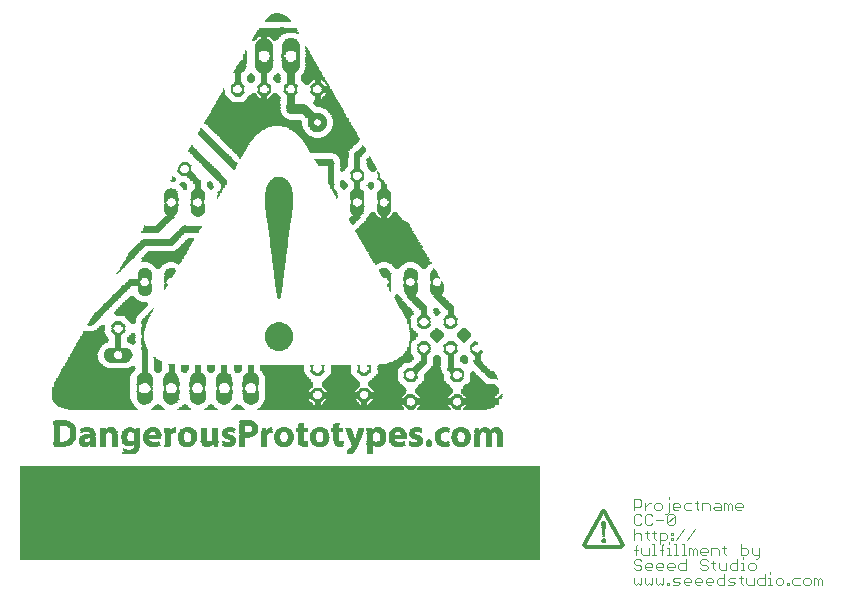
<source format=gto>
G75*
G70*
%OFA0B0*%
%FSLAX24Y24*%
%IPPOS*%
%LPD*%
%AMOC8*
5,1,8,0,0,1.08239X$1,22.5*
%
%ADD10R,1.7323X0.3150*%
%ADD11C,0.0050*%
%ADD12C,0.0120*%
%ADD13C,0.0030*%
%ADD14R,0.0440X0.0010*%
%ADD15R,0.0180X0.0010*%
%ADD16R,0.0210X0.0010*%
%ADD17R,0.0470X0.0010*%
%ADD18R,0.0220X0.0010*%
%ADD19R,0.0240X0.0010*%
%ADD20R,0.0480X0.0010*%
%ADD21R,0.0260X0.0010*%
%ADD22R,0.0490X0.0010*%
%ADD23R,0.0270X0.0010*%
%ADD24R,0.0500X0.0010*%
%ADD25R,0.0510X0.0010*%
%ADD26R,0.0280X0.0010*%
%ADD27R,0.0120X0.0010*%
%ADD28R,0.0250X0.0010*%
%ADD29R,0.0060X0.0010*%
%ADD30R,0.0230X0.0010*%
%ADD31R,0.0030X0.0010*%
%ADD32R,0.0200X0.0010*%
%ADD33R,0.0190X0.0010*%
%ADD34R,0.0130X0.0010*%
%ADD35R,0.0140X0.0010*%
%ADD36R,0.0170X0.0010*%
%ADD37R,0.0150X0.0010*%
%ADD38R,0.0160X0.0010*%
%ADD39R,0.0090X0.0010*%
%ADD40R,0.0100X0.0010*%
%ADD41R,0.0410X0.0010*%
%ADD42R,0.0300X0.0010*%
%ADD43R,0.0290X0.0010*%
%ADD44R,0.0380X0.0010*%
%ADD45R,0.0340X0.0010*%
%ADD46R,0.0310X0.0010*%
%ADD47R,0.0350X0.0010*%
%ADD48R,0.0320X0.0010*%
%ADD49R,0.0400X0.0010*%
%ADD50R,0.0360X0.0010*%
%ADD51R,0.0330X0.0010*%
%ADD52R,0.0370X0.0010*%
%ADD53R,0.0530X0.0010*%
%ADD54R,0.0390X0.0010*%
%ADD55R,0.0560X0.0010*%
%ADD56R,0.0450X0.0010*%
%ADD57R,0.0430X0.0010*%
%ADD58R,0.0540X0.0010*%
%ADD59R,0.0520X0.0010*%
%ADD60R,0.0550X0.0010*%
%ADD61R,0.0460X0.0010*%
%ADD62R,0.0590X0.0010*%
%ADD63R,0.0420X0.0010*%
%ADD64R,0.0600X0.0010*%
%ADD65R,0.0570X0.0010*%
%ADD66R,0.0610X0.0010*%
%ADD67R,0.0580X0.0010*%
%ADD68R,0.0630X0.0010*%
%ADD69R,0.0640X0.0010*%
%ADD70R,0.0650X0.0010*%
%ADD71R,0.0660X0.0010*%
%ADD72R,0.0110X0.0010*%
%ADD73R,0.0050X0.0010*%
%ADD74R,0.0070X0.0010*%
%ADD75R,0.0040X0.0010*%
%ADD76R,0.0020X0.0010*%
%ADD77R,0.0010X0.0010*%
%ADD78R,0.0910X0.0010*%
%ADD79R,0.0900X0.0010*%
%ADD80R,0.0080X0.0010*%
%ADD81R,0.0680X0.0010*%
%ADD82R,0.0620X0.0010*%
%ADD83R,0.2340X0.0010*%
%ADD84R,0.4900X0.0010*%
%ADD85R,0.1140X0.0010*%
%ADD86R,0.0800X0.0010*%
%ADD87R,0.2370X0.0010*%
%ADD88R,0.4860X0.0010*%
%ADD89R,0.1120X0.0010*%
%ADD90R,0.0840X0.0010*%
%ADD91R,0.2380X0.0010*%
%ADD92R,0.4850X0.0010*%
%ADD93R,0.1100X0.0010*%
%ADD94R,0.2400X0.0010*%
%ADD95R,0.4810X0.0010*%
%ADD96R,0.1080X0.0010*%
%ADD97R,0.0870X0.0010*%
%ADD98R,0.2430X0.0010*%
%ADD99R,0.4790X0.0010*%
%ADD100R,0.1060X0.0010*%
%ADD101R,0.4770X0.0010*%
%ADD102R,0.1040X0.0010*%
%ADD103R,0.2440X0.0010*%
%ADD104R,0.4750X0.0010*%
%ADD105R,0.1020X0.0010*%
%ADD106R,0.0930X0.0010*%
%ADD107R,0.2490X0.0010*%
%ADD108R,0.4730X0.0010*%
%ADD109R,0.1010X0.0010*%
%ADD110R,0.0960X0.0010*%
%ADD111R,0.1000X0.0010*%
%ADD112R,0.2500X0.0010*%
%ADD113R,0.0990X0.0010*%
%ADD114R,0.0980X0.0010*%
%ADD115R,0.2520X0.0010*%
%ADD116R,0.4680X0.0010*%
%ADD117R,0.0940X0.0010*%
%ADD118R,0.0950X0.0010*%
%ADD119R,0.0920X0.0010*%
%ADD120R,0.4670X0.0010*%
%ADD121R,0.2530X0.0010*%
%ADD122R,0.4650X0.0010*%
%ADD123R,0.2540X0.0010*%
%ADD124R,0.2570X0.0010*%
%ADD125R,0.1700X0.0010*%
%ADD126R,0.1290X0.0010*%
%ADD127R,0.1300X0.0010*%
%ADD128R,0.1350X0.0010*%
%ADD129R,0.1260X0.0010*%
%ADD130R,0.2550X0.0010*%
%ADD131R,0.1670X0.0010*%
%ADD132R,0.1280X0.0010*%
%ADD133R,0.1320X0.0010*%
%ADD134R,0.1250X0.0010*%
%ADD135R,0.1660X0.0010*%
%ADD136R,0.1310X0.0010*%
%ADD137R,0.1650X0.0010*%
%ADD138R,0.1230X0.0010*%
%ADD139R,0.1270X0.0010*%
%ADD140R,0.1640X0.0010*%
%ADD141R,0.1200X0.0010*%
%ADD142R,0.1240X0.0010*%
%ADD143R,0.2560X0.0010*%
%ADD144R,0.1620X0.0010*%
%ADD145R,0.1190X0.0010*%
%ADD146R,0.1600X0.0010*%
%ADD147R,0.1180X0.0010*%
%ADD148R,0.2590X0.0010*%
%ADD149R,0.1580X0.0010*%
%ADD150R,0.1160X0.0010*%
%ADD151R,0.1570X0.0010*%
%ADD152R,0.2580X0.0010*%
%ADD153R,0.1550X0.0010*%
%ADD154R,0.1540X0.0010*%
%ADD155R,0.1520X0.0010*%
%ADD156R,0.1510X0.0010*%
%ADD157R,0.1170X0.0010*%
%ADD158R,0.1500X0.0010*%
%ADD159R,0.1150X0.0010*%
%ADD160R,0.1490X0.0010*%
%ADD161R,0.1480X0.0010*%
%ADD162R,0.1460X0.0010*%
%ADD163R,0.1450X0.0010*%
%ADD164R,0.1130X0.0010*%
%ADD165R,0.1440X0.0010*%
%ADD166R,0.1430X0.0010*%
%ADD167R,0.1330X0.0010*%
%ADD168R,0.1340X0.0010*%
%ADD169R,0.1630X0.0010*%
%ADD170R,0.1610X0.0010*%
%ADD171R,0.0970X0.0010*%
%ADD172R,0.1030X0.0010*%
%ADD173R,0.1590X0.0010*%
%ADD174R,0.1050X0.0010*%
%ADD175R,0.1090X0.0010*%
%ADD176R,0.1110X0.0010*%
%ADD177R,0.1210X0.0010*%
%ADD178R,0.1220X0.0010*%
%ADD179R,0.1470X0.0010*%
%ADD180R,0.1070X0.0010*%
%ADD181R,0.1530X0.0010*%
%ADD182R,0.1560X0.0010*%
%ADD183R,0.0740X0.0010*%
%ADD184R,0.0730X0.0010*%
%ADD185R,0.0890X0.0010*%
%ADD186R,0.0850X0.0010*%
%ADD187R,0.0830X0.0010*%
%ADD188R,0.2510X0.0010*%
%ADD189R,0.0810X0.0010*%
%ADD190R,0.0790X0.0010*%
%ADD191R,0.0770X0.0010*%
%ADD192R,0.0760X0.0010*%
%ADD193R,0.0720X0.0010*%
%ADD194R,0.0690X0.0010*%
%ADD195R,0.2480X0.0010*%
%ADD196R,0.2470X0.0010*%
%ADD197R,0.0670X0.0010*%
%ADD198R,0.0880X0.0010*%
%ADD199R,0.2460X0.0010*%
%ADD200R,0.0860X0.0010*%
%ADD201R,0.2450X0.0010*%
%ADD202R,0.2420X0.0010*%
%ADD203R,0.1420X0.0010*%
%ADD204R,0.1410X0.0010*%
%ADD205R,0.0780X0.0010*%
%ADD206R,0.1400X0.0010*%
%ADD207R,0.0820X0.0010*%
%ADD208R,0.1390X0.0010*%
%ADD209R,0.0750X0.0010*%
%ADD210R,0.1380X0.0010*%
%ADD211R,0.0710X0.0010*%
%ADD212R,0.1370X0.0010*%
%ADD213R,0.0700X0.0010*%
%ADD214R,0.1360X0.0010*%
%ADD215R,0.2410X0.0010*%
%ADD216R,0.1900X0.0010*%
%ADD217R,0.1890X0.0010*%
%ADD218R,0.1910X0.0010*%
%ADD219R,0.1880X0.0010*%
%ADD220R,0.1870X0.0010*%
%ADD221R,0.1860X0.0010*%
%ADD222R,0.1840X0.0010*%
%ADD223R,0.1820X0.0010*%
%ADD224R,0.1800X0.0010*%
%ADD225R,0.1780X0.0010*%
%ADD226R,0.1770X0.0010*%
%ADD227R,0.1740X0.0010*%
%ADD228R,0.1730X0.0010*%
%ADD229R,0.1710X0.0010*%
%ADD230R,0.1690X0.0010*%
%ADD231R,0.1760X0.0010*%
%ADD232R,0.1790X0.0010*%
%ADD233R,0.1810X0.0010*%
%ADD234R,0.1830X0.0010*%
%ADD235R,0.1850X0.0010*%
%ADD236R,0.1920X0.0010*%
%ADD237R,0.1930X0.0010*%
%ADD238R,0.1950X0.0010*%
%ADD239R,0.1940X0.0010*%
%ADD240R,0.1720X0.0010*%
%ADD241R,0.2020X0.0010*%
%ADD242R,0.2080X0.0010*%
%ADD243R,0.2090X0.0010*%
%ADD244R,0.2160X0.0010*%
%ADD245R,0.3150X0.0010*%
%ADD246R,0.3160X0.0010*%
%ADD247R,0.3180X0.0010*%
%ADD248R,0.3190X0.0010*%
%ADD249R,0.3210X0.0010*%
%ADD250R,0.3220X0.0010*%
%ADD251R,0.3240X0.0010*%
%ADD252R,0.3250X0.0010*%
%ADD253R,0.3230X0.0010*%
%ADD254R,0.3200X0.0010*%
%ADD255R,0.3170X0.0010*%
%ADD256R,0.3130X0.0010*%
%ADD257R,0.3120X0.0010*%
%ADD258R,0.2760X0.0010*%
%ADD259R,0.2720X0.0010*%
%ADD260R,0.2690X0.0010*%
%ADD261R,0.2630X0.0010*%
%ADD262R,0.2620X0.0010*%
%ADD263R,0.2390X0.0010*%
%ADD264R,0.2360X0.0010*%
%ADD265R,0.2330X0.0010*%
%ADD266R,0.2320X0.0010*%
%ADD267R,0.2310X0.0010*%
%ADD268R,0.2290X0.0010*%
%ADD269R,0.2280X0.0010*%
%ADD270R,0.2270X0.0010*%
%ADD271R,0.2260X0.0010*%
%ADD272R,0.2250X0.0010*%
%ADD273R,0.2240X0.0010*%
%ADD274R,0.2230X0.0010*%
%ADD275R,0.2220X0.0010*%
%ADD276R,0.2200X0.0010*%
%ADD277R,0.2190X0.0010*%
%ADD278R,0.2180X0.0010*%
%ADD279R,0.2170X0.0010*%
%ADD280R,0.2140X0.0010*%
D10*
X010004Y002917D03*
D11*
X020742Y002571D02*
X020791Y002128D01*
X020840Y002571D01*
X020742Y002571D01*
X020745Y002540D02*
X020837Y002540D01*
X020832Y002491D02*
X020751Y002491D01*
X020756Y002443D02*
X020826Y002443D01*
X020821Y002394D02*
X020762Y002394D01*
X020767Y002346D02*
X020815Y002346D01*
X020810Y002297D02*
X020772Y002297D01*
X020778Y002249D02*
X020805Y002249D01*
X020799Y002200D02*
X020783Y002200D01*
X020789Y002152D02*
X020794Y002152D01*
X020742Y001980D02*
X020744Y001993D01*
X020749Y002005D01*
X020758Y002016D01*
X020768Y002024D01*
X020781Y002028D01*
X020794Y002029D01*
X020807Y002026D01*
X020819Y002020D01*
X020829Y002011D01*
X020836Y002000D01*
X020840Y001987D01*
X020840Y001973D01*
X020836Y001960D01*
X020829Y001949D01*
X020819Y001940D01*
X020807Y001934D01*
X020794Y001931D01*
X020781Y001932D01*
X020768Y001936D01*
X020758Y001944D01*
X020749Y001955D01*
X020744Y001967D01*
X020742Y001980D01*
X020742Y002571D02*
X020744Y002584D01*
X020749Y002595D01*
X020756Y002606D01*
X020767Y002613D01*
X020778Y002618D01*
X020791Y002620D01*
X020804Y002618D01*
X020816Y002613D01*
X020826Y002606D01*
X020833Y002595D01*
X020838Y002584D01*
X020840Y002571D01*
D12*
X020816Y002964D02*
X020767Y002964D01*
X020151Y001833D01*
X020201Y001783D01*
X021382Y001783D01*
X021431Y001833D01*
X020816Y002964D01*
D13*
X021806Y002995D02*
X021806Y003365D01*
X021991Y003365D01*
X022053Y003304D01*
X022053Y003180D01*
X021991Y003119D01*
X021806Y003119D01*
X021868Y002865D02*
X021806Y002804D01*
X021806Y002557D01*
X021868Y002495D01*
X021991Y002495D01*
X022053Y002557D01*
X022174Y002557D02*
X022236Y002495D01*
X022360Y002495D01*
X022421Y002557D01*
X022543Y002680D02*
X022790Y002680D01*
X022911Y002557D02*
X023158Y002804D01*
X023158Y002557D01*
X023096Y002495D01*
X022973Y002495D01*
X022911Y002557D01*
X022911Y002804D01*
X022973Y002865D01*
X023096Y002865D01*
X023158Y002804D01*
X023157Y002995D02*
X023095Y003057D01*
X023095Y003180D01*
X023157Y003242D01*
X023280Y003242D01*
X023342Y003180D01*
X023342Y003119D01*
X023095Y003119D01*
X023157Y002995D02*
X023280Y002995D01*
X023464Y003057D02*
X023525Y002995D01*
X023710Y002995D01*
X023894Y003057D02*
X023955Y002995D01*
X023894Y003057D02*
X023894Y003304D01*
X023955Y003242D02*
X023832Y003242D01*
X023710Y003242D02*
X023525Y003242D01*
X023464Y003180D01*
X023464Y003057D01*
X022973Y002933D02*
X022973Y003242D01*
X022973Y003365D02*
X022973Y003427D01*
X022728Y003180D02*
X022667Y003242D01*
X022543Y003242D01*
X022481Y003180D01*
X022481Y003057D01*
X022543Y002995D01*
X022667Y002995D01*
X022728Y003057D01*
X022728Y003180D01*
X022850Y002872D02*
X022911Y002872D01*
X022973Y002933D01*
X022421Y002804D02*
X022360Y002865D01*
X022236Y002865D01*
X022174Y002804D01*
X022174Y002557D01*
X022236Y002304D02*
X022236Y002057D01*
X022298Y001995D01*
X022420Y001865D02*
X022482Y001865D01*
X022482Y001495D01*
X022543Y001495D02*
X022420Y001495D01*
X022299Y001495D02*
X022299Y001742D01*
X022299Y001495D02*
X022113Y001495D01*
X022052Y001557D01*
X022052Y001742D01*
X021930Y001680D02*
X021806Y001680D01*
X021868Y001804D02*
X021868Y001495D01*
X021868Y001365D02*
X021806Y001304D01*
X021806Y001242D01*
X021868Y001180D01*
X021991Y001180D01*
X022053Y001119D01*
X022053Y001057D01*
X021991Y000995D01*
X021868Y000995D01*
X021806Y001057D01*
X021868Y001365D02*
X021991Y001365D01*
X022053Y001304D01*
X022174Y001180D02*
X022236Y001242D01*
X022360Y001242D01*
X022421Y001180D01*
X022421Y001119D01*
X022174Y001119D01*
X022174Y001180D02*
X022174Y001057D01*
X022236Y000995D01*
X022360Y000995D01*
X022543Y001057D02*
X022543Y001180D01*
X022604Y001242D01*
X022728Y001242D01*
X022790Y001180D01*
X022790Y001119D01*
X022543Y001119D01*
X022543Y001057D02*
X022604Y000995D01*
X022728Y000995D01*
X022911Y001057D02*
X022973Y000995D01*
X023096Y000995D01*
X023158Y001119D02*
X022911Y001119D01*
X022911Y001180D02*
X022973Y001242D01*
X023096Y001242D01*
X023158Y001180D01*
X023158Y001119D01*
X023279Y001180D02*
X023341Y001242D01*
X023526Y001242D01*
X023526Y001365D02*
X023526Y000995D01*
X023341Y000995D01*
X023279Y001057D01*
X023279Y001180D01*
X022911Y001180D02*
X022911Y001057D01*
X022790Y000742D02*
X022790Y000557D01*
X022728Y000495D01*
X022666Y000557D01*
X022604Y000495D01*
X022543Y000557D01*
X022543Y000742D01*
X022421Y000742D02*
X022421Y000557D01*
X022360Y000495D01*
X022298Y000557D01*
X022236Y000495D01*
X022174Y000557D01*
X022174Y000742D01*
X022053Y000742D02*
X022053Y000557D01*
X021991Y000495D01*
X021930Y000557D01*
X021868Y000495D01*
X021806Y000557D01*
X021806Y000742D01*
X022911Y000557D02*
X022973Y000557D01*
X022973Y000495D01*
X022911Y000495D01*
X022911Y000557D01*
X023095Y000495D02*
X023280Y000495D01*
X023342Y000557D01*
X023280Y000619D01*
X023157Y000619D01*
X023095Y000680D01*
X023157Y000742D01*
X023342Y000742D01*
X023464Y000680D02*
X023525Y000742D01*
X023649Y000742D01*
X023710Y000680D01*
X023710Y000619D01*
X023464Y000619D01*
X023464Y000680D02*
X023464Y000557D01*
X023525Y000495D01*
X023649Y000495D01*
X023832Y000557D02*
X023832Y000680D01*
X023894Y000742D01*
X024017Y000742D01*
X024079Y000680D01*
X024079Y000619D01*
X023832Y000619D01*
X023832Y000557D02*
X023894Y000495D01*
X024017Y000495D01*
X024200Y000557D02*
X024200Y000680D01*
X024262Y000742D01*
X024385Y000742D01*
X024447Y000680D01*
X024447Y000619D01*
X024200Y000619D01*
X024200Y000557D02*
X024262Y000495D01*
X024385Y000495D01*
X024568Y000557D02*
X024568Y000680D01*
X024630Y000742D01*
X024815Y000742D01*
X024815Y000865D02*
X024815Y000495D01*
X024630Y000495D01*
X024568Y000557D01*
X024937Y000495D02*
X025122Y000495D01*
X025184Y000557D01*
X025122Y000619D01*
X024998Y000619D01*
X024937Y000680D01*
X024998Y000742D01*
X025184Y000742D01*
X025305Y000742D02*
X025429Y000742D01*
X025367Y000804D02*
X025367Y000557D01*
X025429Y000495D01*
X025551Y000557D02*
X025612Y000495D01*
X025797Y000495D01*
X025797Y000742D01*
X025919Y000680D02*
X025919Y000557D01*
X025981Y000495D01*
X026166Y000495D01*
X026166Y000865D01*
X026166Y000742D02*
X025981Y000742D01*
X025919Y000680D01*
X025797Y000995D02*
X025859Y001057D01*
X025859Y001180D01*
X025797Y001242D01*
X025674Y001242D01*
X025612Y001180D01*
X025612Y001057D01*
X025674Y000995D01*
X025797Y000995D01*
X025490Y000995D02*
X025366Y000995D01*
X025428Y000995D02*
X025428Y001242D01*
X025366Y001242D01*
X025245Y001242D02*
X025060Y001242D01*
X024998Y001180D01*
X024998Y001057D01*
X025060Y000995D01*
X025245Y000995D01*
X025245Y001365D01*
X025366Y001495D02*
X025551Y001495D01*
X025613Y001557D01*
X025613Y001680D01*
X025551Y001742D01*
X025366Y001742D01*
X025366Y001865D02*
X025366Y001495D01*
X025428Y001427D02*
X025428Y001365D01*
X025735Y001557D02*
X025796Y001495D01*
X025981Y001495D01*
X025981Y001433D02*
X025920Y001372D01*
X025858Y001372D01*
X025981Y001433D02*
X025981Y001742D01*
X025735Y001742D02*
X025735Y001557D01*
X024876Y001495D02*
X024814Y001557D01*
X024814Y001804D01*
X024752Y001742D02*
X024876Y001742D01*
X024631Y001680D02*
X024631Y001495D01*
X024631Y001680D02*
X024569Y001742D01*
X024384Y001742D01*
X024384Y001495D01*
X024263Y001619D02*
X024016Y001619D01*
X024016Y001680D02*
X024078Y001742D01*
X024201Y001742D01*
X024263Y001680D01*
X024263Y001619D01*
X024201Y001495D02*
X024078Y001495D01*
X024016Y001557D01*
X024016Y001680D01*
X023894Y001680D02*
X023894Y001495D01*
X023771Y001495D02*
X023771Y001680D01*
X023833Y001742D01*
X023894Y001680D01*
X023771Y001680D02*
X023709Y001742D01*
X023648Y001742D01*
X023648Y001495D01*
X023525Y001495D02*
X023402Y001495D01*
X023464Y001495D02*
X023464Y001865D01*
X023402Y001865D01*
X023218Y001865D02*
X023218Y001495D01*
X023157Y001495D02*
X023280Y001495D01*
X023034Y001495D02*
X022911Y001495D01*
X022973Y001495D02*
X022973Y001742D01*
X022911Y001742D01*
X022789Y001680D02*
X022666Y001680D01*
X022727Y001804D02*
X022727Y001495D01*
X022727Y001804D02*
X022789Y001865D01*
X022666Y001872D02*
X022666Y002242D01*
X022851Y002242D01*
X022912Y002180D01*
X022912Y002057D01*
X022851Y001995D01*
X022666Y001995D01*
X022543Y001995D02*
X022482Y002057D01*
X022482Y002304D01*
X022543Y002242D02*
X022420Y002242D01*
X022298Y002242D02*
X022174Y002242D01*
X022053Y002180D02*
X022053Y001995D01*
X021930Y001865D02*
X021868Y001804D01*
X021806Y001995D02*
X021806Y002365D01*
X021868Y002242D02*
X021991Y002242D01*
X022053Y002180D01*
X021868Y002242D02*
X021806Y002180D01*
X022053Y002804D02*
X021991Y002865D01*
X021868Y002865D01*
X022174Y002995D02*
X022174Y003242D01*
X022174Y003119D02*
X022298Y003242D01*
X022360Y003242D01*
X023034Y002242D02*
X023034Y002180D01*
X023096Y002180D01*
X023096Y002242D01*
X023034Y002242D01*
X023034Y002057D02*
X023034Y001995D01*
X023096Y001995D01*
X023096Y002057D01*
X023034Y002057D01*
X022973Y001927D02*
X022973Y001865D01*
X023157Y001865D02*
X023218Y001865D01*
X023218Y001995D02*
X023465Y002365D01*
X023833Y002365D02*
X023586Y001995D01*
X024078Y001365D02*
X024016Y001304D01*
X024016Y001242D01*
X024078Y001180D01*
X024201Y001180D01*
X024263Y001119D01*
X024263Y001057D01*
X024201Y000995D01*
X024078Y000995D01*
X024016Y001057D01*
X024078Y001365D02*
X024201Y001365D01*
X024263Y001304D01*
X024384Y001242D02*
X024508Y001242D01*
X024446Y001304D02*
X024446Y001057D01*
X024508Y000995D01*
X024630Y001057D02*
X024692Y000995D01*
X024877Y000995D01*
X024877Y001242D01*
X024630Y001242D02*
X024630Y001057D01*
X025551Y000742D02*
X025551Y000557D01*
X026287Y000495D02*
X026411Y000495D01*
X026349Y000495D02*
X026349Y000742D01*
X026287Y000742D01*
X026349Y000865D02*
X026349Y000927D01*
X026594Y000742D02*
X026533Y000680D01*
X026533Y000557D01*
X026594Y000495D01*
X026718Y000495D01*
X026780Y000557D01*
X026780Y000680D01*
X026718Y000742D01*
X026594Y000742D01*
X026901Y000557D02*
X026963Y000557D01*
X026963Y000495D01*
X026901Y000495D01*
X026901Y000557D01*
X027085Y000557D02*
X027085Y000680D01*
X027147Y000742D01*
X027332Y000742D01*
X027453Y000680D02*
X027453Y000557D01*
X027515Y000495D01*
X027639Y000495D01*
X027700Y000557D01*
X027700Y000680D01*
X027639Y000742D01*
X027515Y000742D01*
X027453Y000680D01*
X027332Y000495D02*
X027147Y000495D01*
X027085Y000557D01*
X027822Y000495D02*
X027822Y000742D01*
X027883Y000742D01*
X027945Y000680D01*
X028007Y000742D01*
X028069Y000680D01*
X028069Y000495D01*
X027945Y000495D02*
X027945Y000680D01*
X025367Y002995D02*
X025244Y002995D01*
X025182Y003057D01*
X025182Y003180D01*
X025244Y003242D01*
X025367Y003242D01*
X025429Y003180D01*
X025429Y003119D01*
X025182Y003119D01*
X025061Y003180D02*
X025061Y002995D01*
X024937Y002995D02*
X024937Y003180D01*
X024999Y003242D01*
X025061Y003180D01*
X024937Y003180D02*
X024876Y003242D01*
X024814Y003242D01*
X024814Y002995D01*
X024692Y002995D02*
X024692Y003180D01*
X024631Y003242D01*
X024507Y003242D01*
X024507Y003119D02*
X024692Y003119D01*
X024692Y002995D02*
X024507Y002995D01*
X024446Y003057D01*
X024507Y003119D01*
X024324Y003180D02*
X024324Y002995D01*
X024324Y003180D02*
X024262Y003242D01*
X024077Y003242D01*
X024077Y002995D01*
D14*
X016130Y008766D03*
X015250Y008766D03*
X015250Y008856D03*
X015250Y008866D03*
X014240Y008076D03*
X015170Y007626D03*
X013940Y005646D03*
X014530Y005206D03*
X014530Y005196D03*
X013960Y005146D03*
X015430Y005226D03*
X015430Y005236D03*
X015430Y005596D03*
X011320Y005166D03*
X009040Y006616D03*
X008150Y006626D03*
X008310Y005226D03*
X005800Y005146D03*
X005760Y005646D03*
X004990Y004896D03*
X004990Y004886D03*
X003580Y005656D03*
X003570Y005666D03*
X005500Y007466D03*
X005080Y009956D03*
X005500Y010266D03*
X005500Y010276D03*
X005500Y010886D03*
X005500Y010896D03*
X005500Y010906D03*
X006690Y011616D03*
X007270Y012916D03*
X007270Y012926D03*
X007270Y013556D03*
X007270Y013566D03*
X006390Y013546D03*
X009970Y011316D03*
X009970Y011306D03*
X009970Y011296D03*
X009970Y011286D03*
X009970Y011276D03*
X009970Y011266D03*
X009970Y011256D03*
X009970Y011246D03*
X009970Y011236D03*
X012590Y012926D03*
X013130Y012716D03*
X013480Y012926D03*
X013480Y012936D03*
X013480Y012946D03*
X013480Y013546D03*
X013480Y013556D03*
X013480Y013566D03*
X010570Y015686D03*
X011650Y016726D03*
X011650Y016736D03*
X011080Y017716D03*
X011080Y017726D03*
X011080Y017736D03*
X010370Y017626D03*
X009480Y017626D03*
X009130Y016706D03*
X009130Y016696D03*
X008140Y016636D03*
X013920Y011196D03*
X014370Y010896D03*
X015250Y010276D03*
X015250Y010266D03*
D15*
X015210Y009646D03*
X014280Y009416D03*
X014280Y009406D03*
X014430Y008926D03*
X014430Y008706D03*
X014430Y008696D03*
X014280Y008266D03*
X015250Y008106D03*
X015740Y007606D03*
X012990Y005676D03*
X012990Y005666D03*
X012990Y005656D03*
X012680Y005586D03*
X012680Y005576D03*
X012680Y005566D03*
X012660Y005536D03*
X012660Y005526D03*
X012660Y005516D03*
X012650Y005496D03*
X012650Y005486D03*
X012650Y005476D03*
X012650Y005466D03*
X012630Y005426D03*
X012630Y005416D03*
X012620Y005386D03*
X012620Y005376D03*
X012420Y005346D03*
X012420Y005336D03*
X012410Y005366D03*
X012410Y005376D03*
X012380Y005456D03*
X012350Y004896D03*
X012350Y004886D03*
X013730Y005326D03*
X013730Y005336D03*
X013730Y005346D03*
X013730Y005356D03*
X013730Y005486D03*
X013730Y005496D03*
X013730Y005506D03*
X013730Y005516D03*
X013730Y005526D03*
X013740Y005536D03*
X013740Y005546D03*
X014100Y005576D03*
X014100Y005586D03*
X014120Y005546D03*
X014120Y005536D03*
X014130Y005526D03*
X014130Y005516D03*
X014130Y005506D03*
X014500Y005106D03*
X014670Y005266D03*
X014670Y005276D03*
X014670Y005286D03*
X014670Y005296D03*
X015830Y005466D03*
X017330Y005476D03*
X017330Y005486D03*
X017330Y005496D03*
X017330Y005506D03*
X017330Y005516D03*
X017330Y005466D03*
X017330Y005456D03*
X017330Y005446D03*
X017330Y005436D03*
X017330Y005426D03*
X017330Y005416D03*
X017330Y005406D03*
X017330Y005396D03*
X017330Y005386D03*
X017330Y005376D03*
X017330Y005366D03*
X017330Y005356D03*
X017330Y005346D03*
X017330Y005336D03*
X017330Y005326D03*
X017330Y005316D03*
X017330Y005306D03*
X017330Y005296D03*
X017330Y005286D03*
X017330Y005276D03*
X017330Y005266D03*
X017330Y005256D03*
X017330Y005246D03*
X017330Y005236D03*
X017330Y005226D03*
X017330Y005216D03*
X017330Y005206D03*
X017330Y005196D03*
X017330Y005186D03*
X017330Y005176D03*
X017330Y005166D03*
X017330Y005156D03*
X017330Y005146D03*
X017330Y005136D03*
X017330Y005126D03*
X017330Y005116D03*
X010700Y005326D03*
X010700Y005336D03*
X010700Y005346D03*
X010700Y005356D03*
X010700Y005366D03*
X010700Y005376D03*
X010700Y005386D03*
X010700Y005396D03*
X010700Y005406D03*
X010700Y005416D03*
X010700Y005426D03*
X010700Y005436D03*
X010700Y005446D03*
X010700Y005456D03*
X010700Y005466D03*
X010700Y005476D03*
X010700Y005486D03*
X010700Y005496D03*
X010700Y005506D03*
X010700Y005516D03*
X010700Y005526D03*
X010700Y005536D03*
X010700Y005546D03*
X010700Y005556D03*
X010700Y005566D03*
X010700Y005746D03*
X010700Y005756D03*
X010700Y005766D03*
X010700Y005776D03*
X010700Y005786D03*
X010700Y005796D03*
X010700Y005806D03*
X010700Y005816D03*
X010700Y005826D03*
X010700Y005836D03*
X009660Y005656D03*
X008600Y006456D03*
X008600Y006466D03*
X008150Y006526D03*
X007710Y006456D03*
X007260Y006526D03*
X006830Y006456D03*
X006210Y006866D03*
X006210Y006876D03*
X006210Y007216D03*
X006570Y007206D03*
X006570Y007196D03*
X007080Y007196D03*
X007720Y007616D03*
X007970Y007206D03*
X008330Y007206D03*
X008330Y007216D03*
X008330Y007196D03*
X008850Y007196D03*
X009210Y007216D03*
X009210Y006876D03*
X009210Y006866D03*
X008180Y005586D03*
X008180Y005576D03*
X008180Y005566D03*
X008180Y005556D03*
X008180Y005546D03*
X008180Y005536D03*
X006450Y005656D03*
X006450Y005666D03*
X006240Y005666D03*
X006240Y005676D03*
X006240Y005686D03*
X006240Y005656D03*
X006240Y005646D03*
X005960Y005516D03*
X005960Y005506D03*
X005960Y005496D03*
X005960Y005486D03*
X005940Y005536D03*
X005940Y005546D03*
X005940Y005556D03*
X005930Y005576D03*
X005580Y005566D03*
X005570Y005556D03*
X005570Y005546D03*
X005570Y005536D03*
X005550Y005506D03*
X005550Y005496D03*
X005550Y005356D03*
X005550Y005346D03*
X005550Y005336D03*
X005550Y005326D03*
X005250Y005176D03*
X005250Y005166D03*
X005250Y005156D03*
X005240Y005116D03*
X005240Y005106D03*
X005240Y005096D03*
X005240Y005086D03*
X005800Y005096D03*
X005250Y005686D03*
X004500Y005496D03*
X004500Y005486D03*
X004500Y005476D03*
X004500Y005466D03*
X004500Y005456D03*
X004500Y005446D03*
X004500Y005436D03*
X004500Y005426D03*
X004500Y005416D03*
X004500Y005406D03*
X004500Y005396D03*
X004500Y005386D03*
X004500Y005376D03*
X004500Y005366D03*
X004500Y005356D03*
X004500Y005346D03*
X004500Y005336D03*
X004500Y005326D03*
X004500Y005316D03*
X004500Y005306D03*
X004500Y005296D03*
X004500Y005286D03*
X004500Y005276D03*
X004500Y005266D03*
X004500Y005256D03*
X004500Y005246D03*
X004500Y005236D03*
X004500Y005226D03*
X004500Y005216D03*
X004500Y005206D03*
X004500Y005196D03*
X004500Y005186D03*
X004500Y005176D03*
X004500Y005166D03*
X004500Y005156D03*
X004500Y005146D03*
X004500Y005136D03*
X004500Y005126D03*
X004500Y005116D03*
X003780Y005116D03*
X003780Y005126D03*
X003780Y005136D03*
X003770Y005146D03*
X003750Y005566D03*
X004100Y005656D03*
X004100Y005666D03*
X004100Y005676D03*
X004100Y005686D03*
X004100Y005696D03*
X004100Y005706D03*
X004100Y005716D03*
X005670Y006866D03*
X005940Y006466D03*
X005330Y007216D03*
X005900Y007966D03*
X005480Y008366D03*
X005480Y008376D03*
X005480Y008386D03*
X005090Y008806D03*
X005480Y009206D03*
X005480Y009216D03*
X005480Y009226D03*
X005480Y009236D03*
X005520Y009346D03*
X005090Y009276D03*
X005090Y009266D03*
X004080Y009086D03*
X003690Y009156D03*
X003690Y009166D03*
X004890Y011246D03*
X004900Y011256D03*
X004910Y011266D03*
X004920Y011286D03*
X006600Y011236D03*
X007130Y013096D03*
X007130Y013106D03*
X007130Y013386D03*
X007700Y013746D03*
X007670Y013866D03*
X008450Y014436D03*
X008670Y014816D03*
X007410Y015606D03*
X006380Y013686D03*
X006530Y013386D03*
X009980Y010296D03*
X009980Y010286D03*
X009980Y010276D03*
X009980Y010266D03*
X009980Y010256D03*
X009980Y010246D03*
X009980Y010236D03*
X009980Y010226D03*
X012450Y012596D03*
X012450Y013096D03*
X012450Y013106D03*
X012720Y013096D03*
X012720Y013386D03*
X012450Y013386D03*
X012110Y013906D03*
X011720Y013866D03*
X011720Y013856D03*
X012110Y014366D03*
X012990Y014626D03*
X012990Y014636D03*
X013460Y013836D03*
X013460Y013826D03*
X013340Y013386D03*
X013340Y013106D03*
X013340Y013096D03*
X013100Y012876D03*
X013100Y012866D03*
X013850Y012866D03*
X013920Y011086D03*
X013920Y011076D03*
X014220Y010726D03*
X014810Y011076D03*
X015140Y010916D03*
X013920Y010086D03*
X011670Y016896D03*
X010580Y017966D03*
X010950Y018156D03*
X010160Y017956D03*
X009690Y017956D03*
X009270Y017956D03*
X009270Y017966D03*
X008810Y017966D03*
X009030Y017276D03*
D16*
X009045Y017466D03*
X008595Y017466D03*
X008595Y017476D03*
X008595Y017486D03*
X008595Y017496D03*
X008595Y017506D03*
X008595Y017516D03*
X008595Y017526D03*
X008595Y017536D03*
X008595Y017546D03*
X008595Y017456D03*
X008595Y017446D03*
X008595Y017436D03*
X008595Y017426D03*
X008595Y017416D03*
X008595Y017406D03*
X008595Y017396D03*
X008595Y017386D03*
X008595Y017376D03*
X008595Y017366D03*
X008595Y017356D03*
X008595Y017346D03*
X008595Y017336D03*
X008595Y017326D03*
X008595Y017316D03*
X008595Y017306D03*
X008595Y017296D03*
X008595Y017286D03*
X008595Y017276D03*
X008595Y017266D03*
X008595Y017256D03*
X008595Y017246D03*
X008595Y017236D03*
X008595Y016796D03*
X008595Y016786D03*
X009125Y016806D03*
X009485Y016786D03*
X009485Y016776D03*
X009485Y016766D03*
X009485Y016756D03*
X009485Y016746D03*
X009485Y016736D03*
X009485Y016726D03*
X009485Y016716D03*
X009485Y016706D03*
X009485Y016696D03*
X009485Y017266D03*
X009485Y017276D03*
X009485Y017286D03*
X009485Y017296D03*
X009485Y017306D03*
X009485Y017316D03*
X009485Y017326D03*
X009485Y017336D03*
X009485Y017346D03*
X009485Y017356D03*
X009485Y017366D03*
X009485Y017376D03*
X009485Y017386D03*
X009485Y017396D03*
X009485Y017406D03*
X009485Y017416D03*
X009485Y017426D03*
X009485Y017436D03*
X009485Y017466D03*
X009485Y017476D03*
X009485Y017486D03*
X009485Y017496D03*
X009485Y017506D03*
X009485Y017516D03*
X009485Y017526D03*
X009485Y017536D03*
X009915Y017456D03*
X009915Y017446D03*
X009915Y017436D03*
X009915Y017306D03*
X008795Y017946D03*
X009245Y018756D03*
X009255Y018766D03*
X009485Y018766D03*
X009485Y018776D03*
X009485Y018756D03*
X009485Y018746D03*
X009485Y018736D03*
X009485Y018726D03*
X009485Y018716D03*
X009485Y018706D03*
X010365Y018696D03*
X010965Y018126D03*
X010965Y018116D03*
X010965Y018106D03*
X011265Y017316D03*
X011265Y017306D03*
X011265Y017296D03*
X011265Y017286D03*
X011265Y017276D03*
X011265Y017266D03*
X011265Y017256D03*
X011265Y016776D03*
X011265Y016766D03*
X011265Y016756D03*
X011265Y016746D03*
X011265Y016736D03*
X011265Y016726D03*
X011265Y016716D03*
X011265Y016706D03*
X011265Y016696D03*
X011465Y015966D03*
X011465Y015956D03*
X011465Y015946D03*
X011465Y015866D03*
X011465Y015856D03*
X011465Y015846D03*
X011445Y015836D03*
X011045Y015876D03*
X011045Y015886D03*
X011045Y015896D03*
X011045Y015906D03*
X011045Y015916D03*
X011045Y015926D03*
X011045Y015936D03*
X011055Y015966D03*
X012755Y015006D03*
X012585Y014746D03*
X012585Y014736D03*
X012585Y014726D03*
X012585Y014716D03*
X012585Y014706D03*
X012585Y014696D03*
X012585Y014686D03*
X012585Y014676D03*
X012585Y014666D03*
X012585Y014656D03*
X012585Y014646D03*
X012585Y014636D03*
X012585Y014626D03*
X012585Y014616D03*
X012585Y014606D03*
X012585Y014596D03*
X012585Y014586D03*
X012585Y014576D03*
X012585Y014566D03*
X012585Y014556D03*
X012585Y014546D03*
X012585Y014536D03*
X012585Y014526D03*
X012585Y014516D03*
X012585Y014506D03*
X012585Y014496D03*
X012585Y014486D03*
X012585Y014476D03*
X012585Y014466D03*
X012585Y014456D03*
X012585Y014446D03*
X012585Y014436D03*
X012585Y014426D03*
X012585Y014416D03*
X012585Y014406D03*
X012585Y014396D03*
X012585Y014386D03*
X012585Y014376D03*
X012585Y014366D03*
X012585Y014356D03*
X012585Y014346D03*
X013005Y014566D03*
X013005Y014576D03*
X013005Y014586D03*
X013035Y013846D03*
X013025Y013766D03*
X012585Y013766D03*
X012585Y013776D03*
X012585Y013786D03*
X012585Y013796D03*
X012585Y013806D03*
X012585Y013816D03*
X012585Y013826D03*
X012585Y013836D03*
X012585Y013846D03*
X012585Y013856D03*
X012585Y013866D03*
X012585Y013876D03*
X012585Y013886D03*
X012585Y013896D03*
X012585Y013906D03*
X012585Y013756D03*
X012585Y013746D03*
X012585Y013736D03*
X012585Y013726D03*
X012585Y013716D03*
X012585Y013706D03*
X012585Y013696D03*
X012585Y013686D03*
X012125Y013876D03*
X011705Y013906D03*
X011705Y013916D03*
X011705Y013926D03*
X011705Y013936D03*
X011705Y013946D03*
X011705Y013956D03*
X011705Y013966D03*
X011705Y013976D03*
X011705Y013986D03*
X011705Y013996D03*
X011705Y014006D03*
X011705Y014016D03*
X011705Y014026D03*
X011705Y014036D03*
X011705Y014046D03*
X011705Y014056D03*
X011705Y014066D03*
X011705Y014076D03*
X011705Y014086D03*
X011705Y014096D03*
X011705Y014106D03*
X011705Y014116D03*
X011705Y014126D03*
X011705Y014136D03*
X011705Y014146D03*
X011705Y014156D03*
X011705Y014166D03*
X011705Y014176D03*
X011705Y014186D03*
X011705Y014196D03*
X011705Y014206D03*
X011705Y014216D03*
X011705Y014226D03*
X011705Y014236D03*
X011705Y014246D03*
X011705Y014256D03*
X011705Y014266D03*
X011705Y014276D03*
X011705Y014286D03*
X011705Y014296D03*
X011705Y014306D03*
X011705Y014316D03*
X011705Y014326D03*
X011705Y014336D03*
X011705Y014346D03*
X011705Y014356D03*
X011705Y014366D03*
X011705Y014376D03*
X011705Y014386D03*
X011705Y014396D03*
X011705Y014406D03*
X011705Y014416D03*
X011705Y014426D03*
X011705Y014436D03*
X011705Y014446D03*
X011705Y014456D03*
X011705Y014466D03*
X012125Y014396D03*
X013475Y013776D03*
X013475Y013766D03*
X013475Y013756D03*
X013475Y013746D03*
X013475Y013736D03*
X013475Y013726D03*
X013475Y013716D03*
X013475Y013706D03*
X013475Y013696D03*
X013475Y013686D03*
X013845Y012836D03*
X013845Y012826D03*
X013475Y012776D03*
X013475Y012766D03*
X013475Y012756D03*
X013475Y012746D03*
X013475Y012736D03*
X013475Y012726D03*
X013095Y012836D03*
X012455Y012616D03*
X013475Y011026D03*
X013925Y011096D03*
X014355Y011026D03*
X014805Y011086D03*
X014805Y011096D03*
X015135Y010886D03*
X013925Y010066D03*
X013925Y010056D03*
X013985Y009966D03*
X014275Y009446D03*
X014805Y009486D03*
X014805Y009496D03*
X014805Y009506D03*
X014805Y009516D03*
X014805Y009526D03*
X014805Y009536D03*
X014805Y009546D03*
X014805Y009556D03*
X014805Y009566D03*
X014805Y009576D03*
X014805Y009586D03*
X014805Y009596D03*
X014805Y009606D03*
X014805Y009616D03*
X014805Y009626D03*
X014805Y009636D03*
X014805Y009646D03*
X015225Y009616D03*
X015245Y009536D03*
X015685Y009036D03*
X016135Y008976D03*
X016135Y008646D03*
X015695Y008596D03*
X015255Y008646D03*
X015255Y008976D03*
X014805Y008596D03*
X014445Y008726D03*
X014445Y008736D03*
X014445Y008896D03*
X014265Y008216D03*
X014805Y008146D03*
X014805Y008136D03*
X014805Y008126D03*
X014805Y008116D03*
X014805Y008106D03*
X014805Y008096D03*
X014805Y008086D03*
X014805Y008076D03*
X014805Y008066D03*
X014805Y008056D03*
X014805Y008046D03*
X014805Y008036D03*
X014805Y008026D03*
X014805Y008016D03*
X014805Y008006D03*
X014805Y007996D03*
X014805Y007986D03*
X014805Y007976D03*
X015915Y007256D03*
X016455Y007496D03*
X016455Y007506D03*
X016595Y007966D03*
X016595Y007976D03*
X016595Y007986D03*
X016595Y007996D03*
X016595Y008006D03*
X016595Y008016D03*
X016595Y008026D03*
X016595Y008036D03*
X016595Y008046D03*
X016595Y008056D03*
X016595Y008066D03*
X016595Y008076D03*
X016595Y008086D03*
X016595Y008096D03*
X016595Y008106D03*
X016595Y008116D03*
X016595Y008126D03*
X016505Y008526D03*
X016145Y008086D03*
X016155Y007926D03*
X015915Y006826D03*
X016055Y005726D03*
X016235Y005546D03*
X016245Y005536D03*
X016245Y005526D03*
X016265Y005506D03*
X016265Y005496D03*
X016265Y005486D03*
X016265Y005346D03*
X016245Y005296D03*
X016235Y005266D03*
X016595Y005516D03*
X016595Y005526D03*
X016845Y005716D03*
X016965Y005526D03*
X016965Y005516D03*
X017205Y005716D03*
X017315Y005566D03*
X015845Y005536D03*
X015845Y005526D03*
X015845Y005516D03*
X015845Y005306D03*
X015845Y005296D03*
X015855Y005266D03*
X015285Y005316D03*
X015275Y005326D03*
X015275Y005336D03*
X015275Y005346D03*
X015275Y005356D03*
X015275Y005486D03*
X015275Y005496D03*
X015285Y005516D03*
X014975Y005266D03*
X014975Y005256D03*
X014655Y005236D03*
X014655Y005326D03*
X014415Y005526D03*
X014435Y005596D03*
X014575Y005726D03*
X014085Y005596D03*
X013945Y005736D03*
X013425Y005536D03*
X013425Y005526D03*
X013415Y005546D03*
X013445Y005486D03*
X013445Y005476D03*
X013445Y005466D03*
X013445Y005456D03*
X013445Y005446D03*
X013445Y005436D03*
X013445Y005426D03*
X013445Y005416D03*
X013445Y005406D03*
X013445Y005396D03*
X013445Y005386D03*
X013445Y005376D03*
X013445Y005366D03*
X013425Y005296D03*
X013005Y005316D03*
X013005Y005326D03*
X013005Y005336D03*
X013005Y005346D03*
X013005Y005356D03*
X013005Y005366D03*
X013005Y005376D03*
X013005Y005386D03*
X013005Y005396D03*
X013005Y005406D03*
X013005Y005416D03*
X013005Y005426D03*
X013005Y005436D03*
X013005Y005446D03*
X013005Y005456D03*
X013005Y005466D03*
X013005Y005476D03*
X013005Y005486D03*
X013005Y005496D03*
X013005Y005506D03*
X013005Y005516D03*
X012695Y005616D03*
X012695Y005626D03*
X012695Y005636D03*
X012695Y005646D03*
X012705Y005656D03*
X012705Y005666D03*
X012705Y005676D03*
X012705Y005686D03*
X012705Y005696D03*
X012335Y005596D03*
X012335Y005586D03*
X012335Y005576D03*
X012345Y005536D03*
X012315Y005626D03*
X012315Y005636D03*
X012315Y005646D03*
X012305Y005666D03*
X012305Y005676D03*
X012305Y005686D03*
X012285Y005706D03*
X012285Y005716D03*
X011895Y005286D03*
X011905Y005276D03*
X011915Y005266D03*
X011535Y005306D03*
X011535Y005316D03*
X011535Y005326D03*
X011525Y005286D03*
X011515Y005276D03*
X011505Y005266D03*
X011555Y005426D03*
X011535Y005506D03*
X011535Y005516D03*
X011535Y005526D03*
X011525Y005536D03*
X011525Y005546D03*
X011515Y005556D03*
X011505Y005566D03*
X011345Y005726D03*
X011155Y005586D03*
X011145Y005576D03*
X011135Y005556D03*
X011135Y005546D03*
X011115Y005526D03*
X011115Y005516D03*
X011115Y005506D03*
X011115Y005326D03*
X011115Y005316D03*
X011115Y005306D03*
X011135Y005276D03*
X010715Y005276D03*
X010705Y005586D03*
X010355Y005506D03*
X010335Y005536D03*
X010335Y005546D03*
X010335Y005556D03*
X010325Y005566D03*
X010145Y005726D03*
X009945Y005566D03*
X009935Y005536D03*
X009935Y005526D03*
X009935Y005516D03*
X009915Y005486D03*
X009915Y005476D03*
X009915Y005466D03*
X009915Y005456D03*
X009915Y005446D03*
X009915Y005386D03*
X009915Y005376D03*
X009915Y005366D03*
X009915Y005356D03*
X009915Y005346D03*
X009935Y005306D03*
X009935Y005296D03*
X009945Y005286D03*
X010335Y005296D03*
X010355Y005326D03*
X009485Y005466D03*
X009485Y005476D03*
X009485Y005486D03*
X009485Y005496D03*
X009165Y005606D03*
X009165Y005616D03*
X009165Y005626D03*
X009165Y005636D03*
X009155Y005596D03*
X009165Y005746D03*
X009165Y005756D03*
X009165Y005766D03*
X009165Y005776D03*
X009155Y005786D03*
X008345Y005726D03*
X008435Y005306D03*
X007845Y005306D03*
X007845Y005296D03*
X007475Y005296D03*
X007475Y005306D03*
X007145Y005346D03*
X007145Y005356D03*
X007145Y005366D03*
X007145Y005376D03*
X007145Y005386D03*
X007145Y005396D03*
X007145Y005406D03*
X007145Y005416D03*
X007145Y005426D03*
X007145Y005436D03*
X007145Y005446D03*
X007145Y005456D03*
X007145Y005466D03*
X007145Y005476D03*
X007145Y005486D03*
X007125Y005526D03*
X007125Y005536D03*
X007115Y005546D03*
X007125Y005296D03*
X007115Y005286D03*
X006735Y005266D03*
X006725Y005276D03*
X006725Y005286D03*
X006725Y005296D03*
X006715Y005306D03*
X006705Y005316D03*
X006705Y005326D03*
X006705Y005336D03*
X006705Y005346D03*
X006705Y005356D03*
X006695Y005386D03*
X006695Y005396D03*
X006695Y005406D03*
X006695Y005416D03*
X006695Y005426D03*
X006695Y005436D03*
X006695Y005446D03*
X006705Y005476D03*
X006705Y005486D03*
X006705Y005496D03*
X006705Y005506D03*
X006725Y005546D03*
X006725Y005556D03*
X006735Y005566D03*
X006925Y005726D03*
X006275Y005506D03*
X006275Y005496D03*
X006255Y005126D03*
X006255Y005116D03*
X005915Y005596D03*
X005235Y005536D03*
X005235Y005526D03*
X005235Y005306D03*
X005235Y005296D03*
X005225Y005056D03*
X004835Y005306D03*
X004835Y005316D03*
X004835Y005326D03*
X004835Y005336D03*
X004825Y005346D03*
X004815Y005356D03*
X004815Y005366D03*
X004815Y005376D03*
X004815Y005386D03*
X004815Y005396D03*
X004815Y005406D03*
X004815Y005416D03*
X004815Y005426D03*
X004815Y005436D03*
X004815Y005446D03*
X004815Y005456D03*
X004815Y005466D03*
X004815Y005476D03*
X004835Y005506D03*
X004835Y005516D03*
X004835Y005526D03*
X004835Y005536D03*
X004845Y005546D03*
X004485Y005546D03*
X004485Y005556D03*
X004485Y005536D03*
X004115Y005526D03*
X004115Y005516D03*
X004115Y005506D03*
X003755Y005266D03*
X003405Y005266D03*
X003405Y005256D03*
X003405Y005336D03*
X003105Y005416D03*
X003105Y005426D03*
X003105Y005436D03*
X003105Y005446D03*
X003105Y005456D03*
X003075Y005356D03*
X002675Y005096D03*
X002565Y005246D03*
X002565Y005256D03*
X002565Y005266D03*
X002565Y005276D03*
X002565Y005286D03*
X002565Y005296D03*
X002565Y005306D03*
X002565Y005316D03*
X002565Y005326D03*
X002565Y005336D03*
X002565Y005346D03*
X002565Y005356D03*
X002565Y005366D03*
X002565Y005376D03*
X002565Y005386D03*
X002565Y005396D03*
X002565Y005406D03*
X002565Y005416D03*
X002565Y005426D03*
X002565Y005436D03*
X002565Y005446D03*
X002565Y005456D03*
X002565Y005466D03*
X002565Y005476D03*
X002565Y005486D03*
X002565Y005496D03*
X002565Y005506D03*
X002565Y005516D03*
X002565Y005526D03*
X002565Y005536D03*
X002565Y005546D03*
X002565Y005556D03*
X002565Y005566D03*
X002565Y005576D03*
X002565Y005586D03*
X002565Y005596D03*
X002565Y005606D03*
X002565Y005616D03*
X002565Y005626D03*
X002565Y005636D03*
X002565Y005646D03*
X002565Y005656D03*
X002565Y005666D03*
X002565Y005676D03*
X002565Y005686D03*
X002565Y005696D03*
X002565Y005706D03*
X002565Y005716D03*
X002565Y005726D03*
X002565Y005736D03*
X002565Y005746D03*
X002565Y005756D03*
X002565Y005766D03*
X002565Y005776D03*
X002565Y005786D03*
X002565Y005796D03*
X002565Y005806D03*
X003105Y005676D03*
X003105Y005666D03*
X003105Y005656D03*
X003105Y005646D03*
X003105Y005636D03*
X003105Y005626D03*
X005495Y006526D03*
X005945Y006436D03*
X006825Y006436D03*
X007715Y006436D03*
X008595Y006436D03*
X008865Y007216D03*
X009035Y007576D03*
X009035Y007586D03*
X009035Y007596D03*
X009035Y007606D03*
X009035Y007616D03*
X009035Y007626D03*
X009035Y007636D03*
X009035Y007646D03*
X009035Y007656D03*
X009035Y007666D03*
X009035Y007676D03*
X009035Y007686D03*
X009035Y007696D03*
X009035Y007706D03*
X009035Y007716D03*
X009035Y007726D03*
X009035Y007736D03*
X009035Y007746D03*
X009035Y007756D03*
X009035Y007766D03*
X009035Y007776D03*
X009035Y007786D03*
X009035Y007796D03*
X009035Y007806D03*
X009035Y007816D03*
X008605Y007626D03*
X008145Y007626D03*
X008145Y007636D03*
X008145Y007646D03*
X008145Y007656D03*
X008145Y007666D03*
X008145Y007676D03*
X008145Y007686D03*
X008145Y007696D03*
X008145Y007706D03*
X008145Y007716D03*
X008145Y007726D03*
X008145Y007736D03*
X008145Y007746D03*
X008145Y007756D03*
X008145Y007766D03*
X008145Y007776D03*
X008145Y007786D03*
X008145Y007796D03*
X008145Y007806D03*
X008145Y007816D03*
X008145Y007616D03*
X008145Y007606D03*
X008145Y007596D03*
X008145Y007586D03*
X008145Y007576D03*
X008145Y007566D03*
X007985Y007216D03*
X007265Y007556D03*
X007265Y007566D03*
X007265Y007576D03*
X007265Y007586D03*
X007265Y007596D03*
X007265Y007606D03*
X007265Y007616D03*
X007265Y007626D03*
X007265Y007636D03*
X007265Y007646D03*
X007265Y007656D03*
X007265Y007666D03*
X007265Y007676D03*
X007265Y007686D03*
X007265Y007696D03*
X007265Y007706D03*
X007265Y007716D03*
X007265Y007726D03*
X007265Y007736D03*
X007265Y007746D03*
X007265Y007756D03*
X007265Y007766D03*
X007265Y007776D03*
X007265Y007786D03*
X007265Y007796D03*
X007265Y007806D03*
X007265Y007816D03*
X006395Y007816D03*
X006395Y007826D03*
X006395Y007806D03*
X006395Y007796D03*
X006395Y007786D03*
X006395Y007776D03*
X006395Y007766D03*
X006395Y007756D03*
X006395Y007746D03*
X006395Y007736D03*
X006395Y007726D03*
X006395Y007716D03*
X006395Y007706D03*
X006395Y007696D03*
X006395Y007686D03*
X006395Y007676D03*
X006395Y007666D03*
X006395Y007656D03*
X006395Y007646D03*
X006395Y007636D03*
X006395Y007626D03*
X006395Y007616D03*
X006395Y007606D03*
X006395Y007596D03*
X006395Y007586D03*
X006395Y007576D03*
X006395Y007566D03*
X006555Y007216D03*
X005935Y007626D03*
X005495Y008336D03*
X005075Y008776D03*
X004605Y008776D03*
X004605Y008786D03*
X004605Y008796D03*
X004605Y008806D03*
X004605Y008766D03*
X004605Y008756D03*
X004605Y008746D03*
X004605Y008736D03*
X004605Y008726D03*
X004605Y008716D03*
X004605Y008706D03*
X004605Y008696D03*
X004605Y008686D03*
X004605Y008676D03*
X004605Y008666D03*
X004605Y008656D03*
X004605Y008646D03*
X004605Y008636D03*
X004605Y008626D03*
X004605Y008616D03*
X004605Y008606D03*
X004605Y008596D03*
X004605Y008586D03*
X004605Y008576D03*
X004605Y008566D03*
X004605Y008556D03*
X004605Y008546D03*
X004605Y008536D03*
X004605Y008526D03*
X004605Y008516D03*
X004605Y008506D03*
X004605Y008496D03*
X004605Y008486D03*
X004605Y008476D03*
X004605Y008466D03*
X004605Y008456D03*
X004605Y008446D03*
X004605Y008436D03*
X004605Y008426D03*
X004605Y008416D03*
X004605Y008406D03*
X004605Y008396D03*
X004605Y008386D03*
X005075Y007726D03*
X004065Y009056D03*
X003765Y009246D03*
X003765Y009256D03*
X003755Y009236D03*
X003735Y009216D03*
X005075Y009296D03*
X005495Y009296D03*
X005495Y009286D03*
X005505Y009316D03*
X006395Y011026D03*
X007035Y012026D03*
X004965Y011336D03*
X006815Y013776D03*
X007265Y013776D03*
X007265Y013786D03*
X007265Y013796D03*
X007265Y013806D03*
X007265Y013816D03*
X007265Y013826D03*
X007265Y013836D03*
X007265Y013846D03*
X007265Y013856D03*
X007265Y013866D03*
X007265Y013766D03*
X007265Y013756D03*
X007265Y013746D03*
X007265Y013736D03*
X007265Y013726D03*
X007265Y013716D03*
X007265Y013706D03*
X007265Y013696D03*
X007265Y013686D03*
X007695Y013766D03*
X007695Y013776D03*
X007685Y013816D03*
X007685Y013826D03*
X007685Y013836D03*
X007005Y014226D03*
X007085Y015026D03*
X007415Y015586D03*
X008445Y014456D03*
X009975Y014066D03*
X009975Y010396D03*
X009975Y010386D03*
X009975Y010376D03*
X009975Y010366D03*
X009975Y010356D03*
X009975Y010346D03*
X009975Y010336D03*
X009975Y010326D03*
X009975Y010316D03*
X009975Y009226D03*
X011265Y006586D03*
X011265Y006576D03*
X011265Y006566D03*
X011265Y006556D03*
X011265Y006546D03*
X011265Y006536D03*
X011265Y006526D03*
X011265Y006516D03*
X011265Y006506D03*
X012815Y006516D03*
X012815Y006526D03*
X012815Y006506D03*
X012815Y006496D03*
X012815Y006586D03*
X014355Y006826D03*
X013975Y005106D03*
X013005Y005106D03*
X013005Y005116D03*
X013005Y005126D03*
X013005Y005136D03*
X013005Y005096D03*
X013005Y005086D03*
X013005Y005076D03*
X013005Y005066D03*
X013005Y005056D03*
X013005Y005046D03*
X013005Y005036D03*
X013005Y005026D03*
X013005Y005016D03*
X013005Y005006D03*
X013005Y004996D03*
X013005Y004986D03*
X013005Y004976D03*
X013005Y004966D03*
X013005Y004956D03*
X013005Y004946D03*
X013005Y004936D03*
X013005Y004926D03*
X013005Y004916D03*
X013005Y004906D03*
X013005Y004896D03*
X013005Y004886D03*
X012515Y005146D03*
X012515Y005156D03*
X012485Y005076D03*
X012465Y005056D03*
X012365Y004906D03*
D17*
X011325Y005186D03*
X011335Y005656D03*
X010135Y005176D03*
X008155Y006646D03*
X007705Y006346D03*
X006385Y006636D03*
X006385Y006646D03*
X005935Y006346D03*
X005755Y005626D03*
X005765Y005196D03*
X005025Y004926D03*
X005015Y004916D03*
X005005Y004906D03*
X003595Y005606D03*
X003595Y005616D03*
X002695Y005136D03*
X002695Y005126D03*
X006375Y007446D03*
X008155Y007436D03*
X006915Y005186D03*
X013945Y005196D03*
X013945Y005186D03*
X013945Y005176D03*
X016045Y005186D03*
X016045Y005196D03*
X016045Y005656D03*
X016565Y007266D03*
X015155Y007596D03*
X016135Y008786D03*
X016135Y008796D03*
X016135Y008826D03*
X016135Y008836D03*
X016135Y008846D03*
X014365Y010306D03*
X014365Y010316D03*
X014365Y010326D03*
X014365Y010336D03*
X014365Y010346D03*
X014365Y010356D03*
X014365Y010366D03*
X014365Y010376D03*
X014365Y010386D03*
X014365Y010396D03*
X014365Y010406D03*
X014365Y010416D03*
X014365Y010426D03*
X014365Y010736D03*
X014365Y010746D03*
X014365Y010756D03*
X014365Y010766D03*
X014365Y010776D03*
X014365Y010786D03*
X014365Y010796D03*
X014365Y010806D03*
X014365Y010816D03*
X014365Y010826D03*
X014365Y010836D03*
X014365Y010846D03*
X014365Y010856D03*
X014365Y010866D03*
X009975Y011426D03*
X006385Y012956D03*
X006385Y012966D03*
X006385Y012976D03*
X006385Y012986D03*
X006385Y012996D03*
X006385Y013006D03*
X006385Y013016D03*
X006385Y013026D03*
X006385Y013036D03*
X006385Y013046D03*
X006385Y013056D03*
X006385Y013066D03*
X006385Y013076D03*
X006385Y013086D03*
X006385Y013396D03*
X006385Y013406D03*
X006385Y013416D03*
X006385Y013426D03*
X006385Y013436D03*
X006385Y013446D03*
X006385Y013456D03*
X006385Y013466D03*
X006385Y013476D03*
X006385Y013486D03*
X006385Y013496D03*
X006385Y013506D03*
X006385Y013516D03*
X006385Y013526D03*
X006385Y013536D03*
X006965Y014126D03*
X006955Y014136D03*
X006925Y014166D03*
X006915Y014176D03*
X006905Y014186D03*
X006895Y014196D03*
X006885Y014206D03*
X008635Y014996D03*
X010555Y015696D03*
X008145Y016616D03*
X009485Y018596D03*
X005935Y011206D03*
X005115Y010556D03*
D18*
X005060Y010046D03*
X005500Y010146D03*
X005500Y011026D03*
X004990Y011366D03*
X004990Y011376D03*
X004970Y011346D03*
X006590Y011246D03*
X007030Y012016D03*
X007050Y012036D03*
X007270Y013676D03*
X007690Y013786D03*
X007690Y013796D03*
X007690Y013806D03*
X007000Y014216D03*
X006830Y014566D03*
X007090Y015006D03*
X007090Y015016D03*
X007420Y015576D03*
X008660Y014836D03*
X006770Y013856D03*
X006790Y013816D03*
X006790Y013806D03*
X008110Y016776D03*
X009040Y017296D03*
X009040Y017306D03*
X009040Y017456D03*
X009480Y017546D03*
X009490Y017456D03*
X009490Y017446D03*
X009490Y017256D03*
X009490Y017246D03*
X009490Y017236D03*
X009490Y017226D03*
X009910Y017316D03*
X009910Y017426D03*
X009670Y017936D03*
X010180Y017936D03*
X010180Y018306D03*
X009670Y018306D03*
X009490Y018696D03*
X009260Y018776D03*
X009850Y018706D03*
X009920Y019516D03*
X010900Y017216D03*
X010900Y017206D03*
X011260Y017226D03*
X011260Y017236D03*
X011260Y017246D03*
X011680Y016866D03*
X011260Y016796D03*
X011260Y016786D03*
X011440Y015986D03*
X011440Y015976D03*
X011440Y015826D03*
X011440Y015816D03*
X011260Y015606D03*
X011060Y015836D03*
X011050Y015846D03*
X011050Y015856D03*
X011050Y015866D03*
X011050Y015946D03*
X011050Y015956D03*
X009480Y016796D03*
X012590Y014756D03*
X012130Y014406D03*
X012130Y013866D03*
X012130Y013856D03*
X012130Y013846D03*
X012140Y013766D03*
X012590Y013916D03*
X013030Y013836D03*
X013030Y013826D03*
X013030Y013786D03*
X013030Y013776D03*
X013480Y013676D03*
X013120Y014336D03*
X013480Y012806D03*
X013480Y012796D03*
X013480Y012786D03*
X013470Y012716D03*
X012460Y012626D03*
X009970Y010416D03*
X009970Y010406D03*
X006820Y007636D03*
X007270Y007546D03*
X006390Y007556D03*
X005920Y007946D03*
X005920Y007956D03*
X005500Y007956D03*
X005500Y007966D03*
X005500Y007976D03*
X005500Y007986D03*
X005500Y007996D03*
X005500Y008006D03*
X005500Y008016D03*
X005500Y008026D03*
X005500Y008036D03*
X005500Y008046D03*
X005500Y008056D03*
X005500Y008066D03*
X005500Y008076D03*
X005500Y008086D03*
X005500Y008096D03*
X005500Y008106D03*
X005500Y008116D03*
X005500Y008126D03*
X005500Y008136D03*
X005500Y008146D03*
X005500Y008156D03*
X005500Y008166D03*
X005500Y008176D03*
X005500Y008186D03*
X005500Y008196D03*
X005500Y008206D03*
X005500Y008216D03*
X005500Y008226D03*
X005500Y008236D03*
X005500Y008246D03*
X005500Y008256D03*
X005500Y008266D03*
X005500Y008276D03*
X005500Y008286D03*
X005500Y008296D03*
X005500Y008306D03*
X005500Y008316D03*
X005500Y008326D03*
X005500Y007946D03*
X005500Y007936D03*
X005500Y007926D03*
X005500Y007916D03*
X005500Y007906D03*
X005500Y007896D03*
X005500Y007886D03*
X005500Y007876D03*
X005500Y007866D03*
X005500Y007856D03*
X005500Y007846D03*
X005500Y007836D03*
X005500Y007826D03*
X005500Y007816D03*
X005500Y007806D03*
X005500Y007796D03*
X005500Y007786D03*
X005500Y007776D03*
X005500Y007766D03*
X005500Y007756D03*
X005500Y007746D03*
X005500Y007736D03*
X005500Y007726D03*
X005500Y007716D03*
X005500Y007706D03*
X005500Y007696D03*
X005500Y007686D03*
X005500Y007676D03*
X005500Y007666D03*
X005500Y007656D03*
X005500Y007646D03*
X005500Y007636D03*
X005500Y007626D03*
X005500Y007616D03*
X005500Y007606D03*
X005500Y007596D03*
X005500Y007586D03*
X005500Y007576D03*
X005500Y007566D03*
X005500Y007556D03*
X005070Y008766D03*
X004060Y009046D03*
X008150Y007556D03*
X009040Y007556D03*
X009040Y007566D03*
X011260Y007486D03*
X011260Y007036D03*
X011260Y006596D03*
X011260Y006496D03*
X012290Y005696D03*
X012310Y005656D03*
X012320Y005616D03*
X012330Y005606D03*
X013010Y005526D03*
X013010Y005306D03*
X012510Y005166D03*
X012460Y005046D03*
X012370Y004916D03*
X012010Y005116D03*
X011500Y005256D03*
X011500Y005576D03*
X011140Y005566D03*
X011130Y005286D03*
X011140Y005266D03*
X011150Y005256D03*
X010720Y005266D03*
X010330Y005276D03*
X010330Y005286D03*
X010300Y005246D03*
X009970Y005246D03*
X009950Y005276D03*
X009930Y005316D03*
X009920Y005336D03*
X009960Y005586D03*
X010310Y005586D03*
X010320Y005576D03*
X009490Y005506D03*
X009150Y005796D03*
X008430Y005316D03*
X008200Y005596D03*
X007840Y005286D03*
X007480Y005286D03*
X007110Y005276D03*
X007090Y005246D03*
X007110Y005556D03*
X006750Y005586D03*
X006740Y005256D03*
X006750Y005246D03*
X006280Y005516D03*
X005770Y005726D03*
X005770Y005736D03*
X005590Y005266D03*
X005230Y005286D03*
X005220Y005046D03*
X005210Y005036D03*
X005200Y005026D03*
X005200Y005016D03*
X004850Y005286D03*
X004840Y005296D03*
X004850Y005556D03*
X004870Y005576D03*
X004990Y005716D03*
X005230Y005546D03*
X004480Y005566D03*
X004120Y005536D03*
X003750Y005256D03*
X003430Y005366D03*
X003410Y005246D03*
X003100Y005386D03*
X003100Y005396D03*
X003100Y005406D03*
X003090Y005376D03*
X003070Y005346D03*
X002670Y005106D03*
X003100Y005686D03*
X003100Y005696D03*
X003100Y005706D03*
X003100Y005716D03*
X003080Y005736D03*
X003580Y005736D03*
X003580Y005726D03*
X012810Y006596D03*
X012820Y006576D03*
X012820Y006566D03*
X012820Y006556D03*
X012820Y006546D03*
X012820Y006536D03*
X013410Y005556D03*
X013410Y005286D03*
X014420Y005516D03*
X014970Y005246D03*
X014970Y005166D03*
X015290Y005306D03*
X015290Y005526D03*
X015520Y005726D03*
X015520Y005736D03*
X015850Y005546D03*
X015850Y005286D03*
X015850Y005276D03*
X015860Y005256D03*
X015870Y005246D03*
X016220Y005246D03*
X016230Y005256D03*
X016230Y005556D03*
X016600Y005546D03*
X016600Y005536D03*
X016960Y005536D03*
X015920Y006816D03*
X015920Y007266D03*
X015700Y007726D03*
X015700Y007736D03*
X015700Y007746D03*
X015700Y007756D03*
X015700Y007766D03*
X015700Y007776D03*
X015700Y007786D03*
X015700Y007796D03*
X015700Y007806D03*
X015700Y007816D03*
X015700Y007826D03*
X015700Y007836D03*
X015700Y007846D03*
X015700Y007856D03*
X015700Y007866D03*
X015700Y007876D03*
X015700Y007886D03*
X015700Y007896D03*
X015700Y007906D03*
X015700Y007916D03*
X015700Y007926D03*
X015700Y007936D03*
X015700Y007946D03*
X015700Y007956D03*
X015700Y007966D03*
X015700Y007976D03*
X015700Y007986D03*
X015700Y007996D03*
X015700Y008006D03*
X015700Y008016D03*
X015700Y008026D03*
X015700Y008036D03*
X015700Y008046D03*
X015700Y008056D03*
X015700Y008066D03*
X015700Y008076D03*
X015700Y008086D03*
X015700Y008096D03*
X015700Y008106D03*
X015700Y008116D03*
X015700Y008126D03*
X015700Y008136D03*
X015700Y008146D03*
X016150Y007936D03*
X016590Y008136D03*
X015250Y008086D03*
X015250Y008076D03*
X015250Y008066D03*
X014800Y008156D03*
X014800Y007966D03*
X014800Y007956D03*
X014260Y008206D03*
X015250Y008656D03*
X015250Y008966D03*
X014800Y009036D03*
X014800Y009046D03*
X014450Y008886D03*
X014810Y009476D03*
X014800Y009656D03*
X015230Y009606D03*
X015250Y009556D03*
X015250Y009546D03*
X015700Y009546D03*
X015700Y009556D03*
X015700Y009566D03*
X015700Y009576D03*
X015700Y009586D03*
X015700Y009596D03*
X015700Y009606D03*
X015700Y009616D03*
X015700Y009626D03*
X015700Y009636D03*
X015700Y009646D03*
X015700Y009536D03*
X015700Y009526D03*
X015700Y009516D03*
X015700Y009506D03*
X015700Y009496D03*
X015700Y009486D03*
X015700Y009476D03*
X013990Y009956D03*
X013960Y010026D03*
X013940Y010046D03*
X014360Y007266D03*
D19*
X014360Y007276D03*
X014540Y007626D03*
X014790Y007936D03*
X014800Y008166D03*
X015240Y008056D03*
X015240Y008046D03*
X015240Y008036D03*
X015240Y008026D03*
X015240Y008016D03*
X015240Y008006D03*
X015240Y007996D03*
X015240Y007986D03*
X015240Y007976D03*
X015240Y007966D03*
X015240Y007956D03*
X015240Y007946D03*
X015240Y007936D03*
X015240Y007926D03*
X015240Y007916D03*
X015240Y007906D03*
X015240Y007896D03*
X015240Y007886D03*
X015240Y007876D03*
X015240Y007866D03*
X015240Y007856D03*
X015240Y007846D03*
X015690Y008156D03*
X015690Y008166D03*
X016140Y008076D03*
X016140Y008066D03*
X016140Y007966D03*
X016140Y007956D03*
X016140Y007946D03*
X015740Y007626D03*
X015920Y007276D03*
X016470Y007466D03*
X016470Y007476D03*
X016590Y007946D03*
X016590Y007956D03*
X016580Y008156D03*
X014810Y008576D03*
X014810Y008586D03*
X014460Y008756D03*
X014460Y008766D03*
X014460Y008776D03*
X014460Y008866D03*
X014280Y009466D03*
X014060Y009876D03*
X014040Y009896D03*
X014030Y009906D03*
X014030Y009916D03*
X014010Y009926D03*
X013970Y010006D03*
X014790Y009676D03*
X014810Y009466D03*
X015240Y009576D03*
X015690Y009656D03*
X015690Y009666D03*
X015690Y009466D03*
X015140Y010856D03*
X015140Y010866D03*
X015140Y010876D03*
X014810Y011116D03*
X013920Y011116D03*
X013250Y011246D03*
X013850Y012806D03*
X013470Y012816D03*
X013110Y012816D03*
X013020Y013806D03*
X012590Y013926D03*
X012590Y014336D03*
X013020Y014526D03*
X012600Y014776D03*
X012140Y014426D03*
X012140Y013836D03*
X012140Y013826D03*
X012140Y013816D03*
X012140Y013806D03*
X012140Y013796D03*
X012140Y013786D03*
X011070Y015816D03*
X011070Y015996D03*
X011420Y016006D03*
X011430Y015996D03*
X011250Y016806D03*
X010910Y017226D03*
X010980Y018056D03*
X010980Y018066D03*
X009900Y017406D03*
X009900Y017396D03*
X009900Y017386D03*
X009900Y017376D03*
X009900Y017366D03*
X009900Y017356D03*
X009900Y017346D03*
X009900Y017336D03*
X009480Y017216D03*
X009040Y017446D03*
X008600Y017226D03*
X008600Y016806D03*
X009480Y016806D03*
X008780Y017916D03*
X009850Y018716D03*
X007420Y015566D03*
X008450Y014466D03*
X008120Y013906D03*
X007250Y013886D03*
X006780Y013826D03*
X007260Y012816D03*
X007010Y011986D03*
X007000Y011976D03*
X006990Y011966D03*
X006380Y011016D03*
X005940Y011116D03*
X005490Y011016D03*
X005030Y011416D03*
X005020Y011406D03*
X005010Y011396D03*
X005000Y011386D03*
X005040Y011436D03*
X005060Y010036D03*
X005060Y009316D03*
X004610Y009246D03*
X004610Y008826D03*
X005060Y008746D03*
X005060Y008596D03*
X005060Y008586D03*
X005060Y008576D03*
X004050Y009026D03*
X003800Y009296D03*
X003810Y009306D03*
X003810Y009316D03*
X003780Y009286D03*
X003780Y009276D03*
X005060Y007716D03*
X005060Y007706D03*
X005360Y007236D03*
X005640Y007236D03*
X005640Y007226D03*
X005940Y007646D03*
X005940Y007656D03*
X006390Y007546D03*
X006240Y007226D03*
X005940Y006426D03*
X005940Y006416D03*
X005490Y006536D03*
X005220Y005566D03*
X005610Y005256D03*
X005610Y005246D03*
X006770Y005236D03*
X006920Y005116D03*
X007100Y005576D03*
X007090Y005586D03*
X007490Y005266D03*
X007830Y005266D03*
X008210Y005506D03*
X008420Y005336D03*
X009140Y005806D03*
X009500Y005526D03*
X010290Y005236D03*
X010740Y005256D03*
X011330Y005116D03*
X012370Y004926D03*
X012440Y005026D03*
X012510Y005176D03*
X012510Y005186D03*
X013020Y005286D03*
X013020Y005546D03*
X013380Y005246D03*
X013390Y005256D03*
X013400Y005266D03*
X013270Y005126D03*
X013780Y005256D03*
X013790Y005246D03*
X014430Y005506D03*
X014640Y005346D03*
X014640Y005336D03*
X015320Y005566D03*
X015330Y005576D03*
X016210Y005586D03*
X016220Y005576D03*
X016200Y005236D03*
X016610Y005566D03*
X016840Y005706D03*
X017300Y005576D03*
X015920Y006386D03*
X014360Y006386D03*
X014360Y006806D03*
X014250Y008186D03*
X011260Y007026D03*
X011260Y006606D03*
X009180Y007236D03*
X008880Y007226D03*
X009030Y007546D03*
X008600Y007636D03*
X008600Y007646D03*
X008300Y007226D03*
X007710Y007636D03*
X007710Y007646D03*
X007410Y007236D03*
X007410Y007226D03*
X008600Y006426D03*
X008600Y006416D03*
X009970Y008306D03*
X009980Y010426D03*
X009980Y010436D03*
X009980Y010446D03*
X009980Y010456D03*
X009980Y010466D03*
X009980Y010476D03*
X009980Y010486D03*
X009980Y010496D03*
X004460Y005576D03*
X004130Y005556D03*
X003060Y005746D03*
X003060Y005326D03*
X003050Y005316D03*
X003030Y005296D03*
D20*
X003620Y005446D03*
X005030Y004936D03*
X005750Y005216D03*
X005760Y005206D03*
X005760Y005616D03*
X006920Y005656D03*
X007260Y006656D03*
X008150Y006656D03*
X008150Y006666D03*
X008150Y006676D03*
X008150Y007426D03*
X007260Y007426D03*
X007260Y007416D03*
X006380Y007426D03*
X006380Y007436D03*
X005490Y007426D03*
X005090Y009946D03*
X009980Y011436D03*
X009980Y011446D03*
X009980Y011456D03*
X009980Y011466D03*
X009980Y011476D03*
X009980Y011486D03*
X009980Y011496D03*
X009980Y011506D03*
X009980Y014006D03*
X008630Y015006D03*
X006950Y014146D03*
X006940Y014156D03*
X011640Y016696D03*
X011640Y016706D03*
X011910Y016226D03*
X011930Y016206D03*
X011940Y016196D03*
X011940Y016186D03*
X011960Y016166D03*
X011960Y016156D03*
X011990Y016096D03*
X012050Y014876D03*
X011090Y017666D03*
X010370Y017646D03*
X009480Y017646D03*
X015240Y008826D03*
X015240Y008816D03*
X016130Y008816D03*
X016130Y008806D03*
X015830Y007666D03*
X015840Y007656D03*
X015840Y007646D03*
X015150Y007586D03*
X014220Y008056D03*
X013920Y007906D03*
X016560Y007256D03*
X016050Y005646D03*
X016050Y005636D03*
X013940Y005616D03*
X013920Y005226D03*
X013940Y005206D03*
X010150Y005646D03*
X008900Y005926D03*
D21*
X009130Y005576D03*
X010000Y005596D03*
X010810Y005136D03*
X011170Y005236D03*
X011990Y005136D03*
X012370Y004936D03*
X012420Y005016D03*
X013030Y005266D03*
X013270Y005136D03*
X013030Y005566D03*
X013280Y005706D03*
X012810Y007016D03*
X014260Y008176D03*
X014800Y008176D03*
X014780Y007916D03*
X015230Y007806D03*
X015250Y008676D03*
X015250Y008946D03*
X015250Y008956D03*
X014800Y009056D03*
X014470Y008846D03*
X014470Y008836D03*
X014470Y008826D03*
X014470Y008816D03*
X014470Y008806D03*
X014470Y008796D03*
X014470Y008786D03*
X014290Y009486D03*
X014050Y009886D03*
X014380Y010146D03*
X014780Y009696D03*
X014800Y009456D03*
X015270Y010146D03*
X015700Y009456D03*
X015150Y010826D03*
X014810Y011126D03*
X013480Y011016D03*
X013110Y012806D03*
X012570Y012806D03*
X012560Y012796D03*
X012460Y012646D03*
X012590Y013666D03*
X012590Y014326D03*
X013030Y014496D03*
X013030Y014506D03*
X013090Y014386D03*
X013120Y014346D03*
X012610Y014796D03*
X011680Y016846D03*
X011260Y017206D03*
X010990Y018016D03*
X010990Y018026D03*
X010990Y018036D03*
X009850Y018726D03*
X008770Y017896D03*
X008770Y017886D03*
X009040Y017436D03*
X009040Y017316D03*
X008600Y017216D03*
X009120Y016796D03*
X007420Y015556D03*
X008660Y014866D03*
X008440Y014486D03*
X008440Y014476D03*
X007240Y013916D03*
X007240Y013906D03*
X007240Y013896D03*
X007260Y013666D03*
X006840Y014536D03*
X006370Y012806D03*
X006980Y011946D03*
X006970Y011936D03*
X006950Y011916D03*
X005940Y011126D03*
X006380Y011006D03*
X006280Y010736D03*
X005500Y010156D03*
X005060Y010026D03*
X005060Y009326D03*
X004610Y009236D03*
X004040Y009006D03*
X003820Y009326D03*
X003830Y009336D03*
X003850Y009356D03*
X005050Y008726D03*
X005050Y008716D03*
X005050Y008706D03*
X005050Y008696D03*
X005050Y008686D03*
X005050Y008676D03*
X005050Y008666D03*
X005050Y008656D03*
X005050Y008646D03*
X005050Y008636D03*
X005050Y008626D03*
X005050Y008616D03*
X005050Y008606D03*
X005500Y007546D03*
X006530Y007236D03*
X007120Y007236D03*
X007120Y007226D03*
X008010Y007236D03*
X008600Y007806D03*
X009970Y008316D03*
X011260Y007506D03*
X011260Y007016D03*
X011260Y006616D03*
X008220Y005496D03*
X007270Y006536D03*
X007270Y006546D03*
X005210Y005586D03*
X005000Y005706D03*
X004870Y005266D03*
X003730Y005236D03*
X003460Y005386D03*
X003050Y005766D03*
X003040Y005776D03*
X009970Y010516D03*
X005060Y011456D03*
X005050Y011446D03*
X016600Y007936D03*
X016480Y007456D03*
X016840Y005696D03*
X016620Y005586D03*
X017220Y005696D03*
D22*
X016045Y005206D03*
X013925Y005216D03*
X013935Y005606D03*
X014425Y007636D03*
X014435Y007646D03*
X014445Y007656D03*
X014455Y007666D03*
X014465Y007676D03*
X014475Y007686D03*
X014485Y007696D03*
X014495Y007706D03*
X014505Y007716D03*
X014215Y008036D03*
X014215Y008046D03*
X011335Y005646D03*
X011325Y005196D03*
X010135Y005186D03*
X008905Y005456D03*
X009045Y006656D03*
X008155Y007416D03*
X007265Y007406D03*
X006385Y007406D03*
X006385Y007416D03*
X006385Y007396D03*
X006385Y006676D03*
X006385Y006666D03*
X006385Y006656D03*
X007265Y006666D03*
X006925Y005646D03*
X006915Y005196D03*
X005745Y005226D03*
X005765Y005606D03*
X005035Y004946D03*
X003615Y005436D03*
X005495Y006656D03*
X005495Y007416D03*
X009975Y011516D03*
X009975Y013996D03*
X008625Y015016D03*
X008145Y016606D03*
X010535Y015716D03*
X010545Y015706D03*
X011255Y015706D03*
X011965Y016126D03*
X011965Y016136D03*
X011965Y016146D03*
X011985Y016106D03*
X011995Y016086D03*
X011995Y016076D03*
X011915Y016216D03*
X011905Y016236D03*
X011085Y017656D03*
X010375Y018596D03*
X009485Y018586D03*
X009925Y019466D03*
D23*
X009915Y019506D03*
X009475Y018676D03*
X010375Y018676D03*
X010995Y018006D03*
X011505Y017106D03*
X011675Y016836D03*
X011255Y016826D03*
X011255Y016816D03*
X009845Y016796D03*
X009845Y016786D03*
X009485Y016816D03*
X009125Y016786D03*
X008595Y016816D03*
X008595Y016826D03*
X008595Y017206D03*
X009045Y017326D03*
X009045Y017336D03*
X009045Y017406D03*
X009045Y017416D03*
X009045Y017426D03*
X008595Y017556D03*
X008765Y017856D03*
X008765Y017866D03*
X008765Y017876D03*
X009485Y017556D03*
X009485Y017196D03*
X008115Y016746D03*
X007425Y015546D03*
X007095Y014996D03*
X007095Y014986D03*
X007235Y013926D03*
X007265Y013656D03*
X006395Y013656D03*
X006375Y012816D03*
X006365Y012796D03*
X006965Y011926D03*
X006945Y011906D03*
X006285Y010766D03*
X006285Y010756D03*
X006285Y010746D03*
X005085Y011486D03*
X005075Y011476D03*
X005055Y009336D03*
X004035Y008996D03*
X003855Y009366D03*
X003875Y009386D03*
X006825Y007816D03*
X006825Y007806D03*
X006825Y007796D03*
X006825Y007786D03*
X006825Y007776D03*
X006825Y007766D03*
X006825Y007756D03*
X006825Y007746D03*
X006825Y007736D03*
X006825Y007726D03*
X006825Y007716D03*
X006825Y007706D03*
X006825Y007696D03*
X006825Y007686D03*
X006825Y007676D03*
X006825Y007666D03*
X007715Y007666D03*
X007715Y007676D03*
X007715Y007686D03*
X007715Y007696D03*
X007715Y007706D03*
X007715Y007716D03*
X007715Y007726D03*
X007715Y007736D03*
X007715Y007746D03*
X007715Y007756D03*
X007715Y007766D03*
X007715Y007776D03*
X007715Y007786D03*
X007715Y007796D03*
X007715Y007806D03*
X007715Y007816D03*
X008595Y007796D03*
X008595Y007786D03*
X008595Y007776D03*
X008595Y007766D03*
X008595Y007756D03*
X008595Y007746D03*
X008595Y007736D03*
X008595Y007726D03*
X008595Y007716D03*
X008595Y007706D03*
X008595Y007696D03*
X008595Y007686D03*
X008595Y007676D03*
X008595Y007666D03*
X008155Y006546D03*
X007715Y006406D03*
X008345Y005716D03*
X008225Y005486D03*
X008265Y005116D03*
X007585Y005136D03*
X006305Y005546D03*
X006305Y005556D03*
X006385Y006546D03*
X004995Y005696D03*
X004375Y005696D03*
X004145Y005586D03*
X004145Y005576D03*
X003505Y005136D03*
X003035Y005786D03*
X003025Y005796D03*
X009105Y005566D03*
X010145Y005716D03*
X010275Y005596D03*
X011325Y005716D03*
X011985Y005146D03*
X012375Y004966D03*
X012375Y004956D03*
X012375Y004946D03*
X012405Y004996D03*
X012515Y005206D03*
X012515Y005216D03*
X012515Y005226D03*
X013035Y005576D03*
X014355Y006406D03*
X014355Y006796D03*
X014365Y007296D03*
X014775Y007906D03*
X015225Y007796D03*
X015915Y007286D03*
X016485Y007436D03*
X016485Y007446D03*
X016605Y007916D03*
X016605Y007926D03*
X016575Y008176D03*
X016135Y008676D03*
X016135Y008946D03*
X015685Y009066D03*
X015695Y008566D03*
X014805Y008566D03*
X014805Y009066D03*
X014775Y009706D03*
X014385Y010136D03*
X014375Y010156D03*
X014075Y009856D03*
X014075Y009846D03*
X014105Y009816D03*
X015255Y010156D03*
X015275Y010136D03*
X015675Y009686D03*
X015155Y010796D03*
X015155Y010806D03*
X015155Y010816D03*
X014365Y011006D03*
X013925Y011126D03*
X013475Y011006D03*
X013845Y012786D03*
X013115Y012796D03*
X012575Y012816D03*
X012555Y012786D03*
X012585Y013656D03*
X012585Y013936D03*
X012585Y014316D03*
X013035Y014466D03*
X013035Y014476D03*
X013035Y014486D03*
X013065Y014416D03*
X013085Y014396D03*
X013095Y014376D03*
X012615Y014806D03*
X012755Y014976D03*
X012155Y014626D03*
X012155Y014616D03*
X012155Y014606D03*
X012155Y014596D03*
X012155Y014586D03*
X012155Y014576D03*
X012155Y014566D03*
X012155Y014556D03*
X012155Y014546D03*
X012155Y014536D03*
X012155Y014526D03*
X012155Y014516D03*
X012155Y014506D03*
X012155Y014496D03*
X012155Y014486D03*
X012155Y014476D03*
X013475Y013656D03*
X011255Y015626D03*
X008655Y014876D03*
X008115Y013926D03*
X009975Y010606D03*
X009975Y010596D03*
X009975Y010586D03*
X009975Y010576D03*
X009975Y010566D03*
X009975Y010556D03*
X009975Y010546D03*
X009975Y010536D03*
X009975Y010526D03*
X009975Y009216D03*
X012805Y007506D03*
X015915Y006406D03*
X016845Y005686D03*
X016965Y005566D03*
X014495Y005116D03*
X017135Y007376D03*
D24*
X015850Y007636D03*
X013900Y007886D03*
X013900Y007896D03*
X010150Y005636D03*
X008910Y005466D03*
X008910Y005916D03*
X009040Y006666D03*
X009040Y006676D03*
X009040Y007406D03*
X009040Y007416D03*
X009040Y007426D03*
X008150Y007406D03*
X007270Y006676D03*
X006930Y005636D03*
X005500Y006666D03*
X005500Y007406D03*
X005090Y005676D03*
X005040Y004956D03*
X003610Y005426D03*
X002720Y005946D03*
X005110Y010536D03*
X005110Y010546D03*
X009970Y011526D03*
X011260Y015716D03*
X011260Y015726D03*
X012000Y016066D03*
X012010Y016056D03*
X011980Y016116D03*
X011950Y016176D03*
X011890Y016246D03*
X011890Y016256D03*
X010370Y017656D03*
X009480Y017656D03*
X010370Y018586D03*
X009930Y019456D03*
D25*
X010365Y018576D03*
X009485Y018576D03*
X009485Y017676D03*
X009485Y017666D03*
X010365Y017666D03*
X010365Y017676D03*
X011085Y017646D03*
X011085Y017636D03*
X011885Y016266D03*
X012015Y016046D03*
X012015Y016036D03*
X012035Y016016D03*
X012035Y016006D03*
X012035Y015996D03*
X012035Y014886D03*
X010515Y015726D03*
X008625Y015026D03*
X008145Y016596D03*
X009975Y011616D03*
X009975Y011606D03*
X009975Y011596D03*
X009975Y011586D03*
X009975Y011576D03*
X009975Y011566D03*
X009975Y011556D03*
X009975Y011546D03*
X009975Y011536D03*
X009975Y009166D03*
X009035Y007396D03*
X009035Y007386D03*
X009035Y007376D03*
X009035Y007366D03*
X009035Y006706D03*
X009035Y006696D03*
X009035Y006686D03*
X008145Y006686D03*
X008145Y006696D03*
X008145Y006706D03*
X008145Y007376D03*
X008145Y007386D03*
X008145Y007396D03*
X007265Y007396D03*
X007265Y007386D03*
X007265Y007376D03*
X007265Y006706D03*
X007265Y006696D03*
X007265Y006686D03*
X006395Y006686D03*
X006385Y007386D03*
X005495Y007396D03*
X005495Y006676D03*
X005085Y005666D03*
X005045Y004986D03*
X005045Y004976D03*
X005045Y004966D03*
X003605Y005156D03*
X003605Y005416D03*
X002715Y005936D03*
X006915Y005206D03*
X008915Y005476D03*
X008915Y005906D03*
X010145Y005626D03*
X010135Y005196D03*
X011325Y005206D03*
X011335Y005636D03*
X014185Y008006D03*
X014195Y008016D03*
X015155Y007576D03*
X016565Y007246D03*
X016055Y005626D03*
X014795Y011216D03*
X014795Y011226D03*
X005105Y010526D03*
D26*
X005060Y010016D03*
X005050Y009346D03*
X004610Y008846D03*
X004030Y008986D03*
X003880Y009396D03*
X003880Y009406D03*
X005500Y010996D03*
X005940Y011136D03*
X006290Y010776D03*
X005110Y011526D03*
X005090Y011496D03*
X006380Y012826D03*
X007270Y012826D03*
X006940Y011896D03*
X006930Y011886D03*
X007180Y013996D03*
X008110Y013936D03*
X008440Y014496D03*
X011080Y016006D03*
X011080Y016016D03*
X011530Y017076D03*
X011530Y017086D03*
X011530Y017096D03*
X011260Y017196D03*
X010900Y017236D03*
X010900Y017246D03*
X011000Y017996D03*
X009850Y018736D03*
X009480Y016826D03*
X008120Y016736D03*
X012620Y014816D03*
X012750Y014966D03*
X013060Y014426D03*
X012590Y013946D03*
X012550Y012776D03*
X012460Y012656D03*
X013840Y012776D03*
X013930Y011136D03*
X013570Y010746D03*
X013570Y010736D03*
X014080Y009836D03*
X014110Y009806D03*
X014290Y009496D03*
X014770Y009716D03*
X014810Y009446D03*
X014800Y009076D03*
X015250Y008936D03*
X015250Y008686D03*
X014810Y008556D03*
X014800Y008186D03*
X014770Y007896D03*
X014260Y008156D03*
X014260Y008166D03*
X015220Y007786D03*
X015220Y007776D03*
X015220Y007766D03*
X015920Y007296D03*
X016630Y007886D03*
X017130Y007386D03*
X015520Y005716D03*
X015350Y005256D03*
X014620Y005356D03*
X014460Y005486D03*
X014450Y005496D03*
X013810Y005236D03*
X013280Y005696D03*
X013040Y005586D03*
X013040Y005256D03*
X012520Y005236D03*
X012390Y004986D03*
X012380Y004976D03*
X011980Y005156D03*
X011980Y005166D03*
X011980Y005176D03*
X011260Y006626D03*
X011260Y007006D03*
X011260Y007516D03*
X012810Y006626D03*
X009520Y005546D03*
X009040Y006556D03*
X006820Y006406D03*
X005770Y005716D03*
X005500Y006556D03*
X003010Y005806D03*
X003010Y005286D03*
X003010Y005276D03*
X009970Y010616D03*
X009970Y010626D03*
X009970Y010636D03*
X009970Y010646D03*
X009970Y010656D03*
X009970Y010666D03*
X009970Y010676D03*
X009970Y010686D03*
X009970Y010696D03*
X009970Y010706D03*
X014810Y011136D03*
X015160Y010786D03*
X015280Y010126D03*
X015670Y009706D03*
X015670Y009696D03*
X015690Y009446D03*
D27*
X004850Y004996D03*
X006480Y005716D03*
X007260Y006516D03*
X007470Y006916D03*
X007470Y006926D03*
X007470Y007146D03*
X007470Y007156D03*
X007940Y007156D03*
X007940Y007146D03*
X007940Y007136D03*
X007940Y006946D03*
X007940Y006936D03*
X007940Y006926D03*
X008360Y006926D03*
X008360Y006936D03*
X008360Y006916D03*
X008360Y007156D03*
X008820Y007156D03*
X008820Y007146D03*
X008820Y007136D03*
X009240Y006926D03*
X009040Y006516D03*
X008150Y006516D03*
X007050Y006936D03*
X007050Y006946D03*
X007050Y007136D03*
X007050Y007146D03*
X007050Y007156D03*
X006600Y007146D03*
X006600Y007136D03*
X006600Y006946D03*
X006600Y006936D03*
X006600Y006926D03*
X006180Y006916D03*
X006180Y007156D03*
X005700Y007156D03*
X005700Y007166D03*
X005700Y007176D03*
X005700Y006926D03*
X005300Y006916D03*
X005940Y007586D03*
X005870Y007996D03*
X005450Y008546D03*
X005450Y008556D03*
X005450Y008566D03*
X005450Y008576D03*
X005450Y008586D03*
X005450Y008596D03*
X005100Y008536D03*
X005100Y008846D03*
X004790Y008946D03*
X004770Y008926D03*
X004760Y008916D03*
X004790Y009116D03*
X004790Y009126D03*
X004770Y009146D03*
X004760Y009156D03*
X004760Y009166D03*
X004470Y009166D03*
X004470Y008906D03*
X005100Y009216D03*
X005100Y009226D03*
X005450Y009026D03*
X005450Y009016D03*
X005450Y009006D03*
X005450Y008996D03*
X005450Y008986D03*
X005450Y008976D03*
X005450Y008966D03*
X005600Y009436D03*
X005610Y009456D03*
X005610Y009466D03*
X005630Y009476D03*
X005060Y010096D03*
X005670Y010476D03*
X005670Y010486D03*
X005670Y010496D03*
X005670Y010666D03*
X005670Y010676D03*
X005670Y010686D03*
X005940Y011056D03*
X006210Y010676D03*
X004800Y011126D03*
X004800Y011136D03*
X004790Y011116D03*
X004770Y011096D03*
X006210Y013146D03*
X006210Y013156D03*
X006210Y013336D03*
X006560Y013346D03*
X006560Y013136D03*
X007100Y013136D03*
X007440Y013146D03*
X007440Y013336D03*
X007440Y013346D03*
X007710Y013706D03*
X008100Y013766D03*
X008100Y013776D03*
X008100Y013786D03*
X008100Y013796D03*
X008460Y014386D03*
X008460Y014396D03*
X008670Y014776D03*
X007400Y015646D03*
X007080Y015076D03*
X006960Y014486D03*
X006750Y014506D03*
X006650Y014276D03*
X006650Y014266D03*
X006690Y014226D03*
X006470Y014026D03*
X006470Y014016D03*
X006830Y013706D03*
X006830Y013696D03*
X007010Y014256D03*
X007010Y014266D03*
X008100Y016846D03*
X008100Y016856D03*
X008100Y016866D03*
X008460Y016876D03*
X008460Y016886D03*
X008450Y017136D03*
X008750Y017136D03*
X008760Y017106D03*
X008760Y016906D03*
X008750Y016896D03*
X008730Y016886D03*
X008730Y016876D03*
X009350Y016876D03*
X009350Y016886D03*
X009360Y017146D03*
X009360Y017156D03*
X009600Y017156D03*
X009650Y016916D03*
X009620Y016886D03*
X010200Y016916D03*
X010230Y016886D03*
X010240Y016876D03*
X010500Y016876D03*
X010250Y017156D03*
X011090Y017106D03*
X011100Y017116D03*
X011100Y017126D03*
X011130Y017146D03*
X011090Y016906D03*
X011100Y016896D03*
X011120Y016886D03*
X011120Y016876D03*
X011390Y016876D03*
X011390Y016886D03*
X011400Y017136D03*
X011480Y017316D03*
X010610Y018026D03*
X010610Y018216D03*
X010920Y018266D03*
X010920Y018276D03*
X010130Y018216D03*
X010130Y018206D03*
X010130Y018196D03*
X010130Y018186D03*
X010130Y018056D03*
X010130Y018046D03*
X010130Y018036D03*
X009720Y018036D03*
X009720Y018046D03*
X009720Y018056D03*
X009720Y018026D03*
X009720Y018016D03*
X009720Y018186D03*
X009720Y018196D03*
X009720Y018206D03*
X009720Y018216D03*
X009240Y018216D03*
X009240Y018206D03*
X009240Y018196D03*
X009240Y018026D03*
X008840Y018036D03*
X008840Y018046D03*
X008840Y018056D03*
X009040Y017506D03*
X009170Y018696D03*
X009180Y018706D03*
X012770Y015066D03*
X012980Y014696D03*
X012720Y014266D03*
X012720Y014256D03*
X012750Y014236D03*
X012450Y014256D03*
X012420Y014026D03*
X012440Y014016D03*
X012450Y014006D03*
X012090Y014316D03*
X011750Y013776D03*
X011750Y013766D03*
X011750Y013756D03*
X011750Y013746D03*
X011820Y013626D03*
X011840Y013606D03*
X011840Y013596D03*
X011850Y013576D03*
X011850Y013566D03*
X012420Y013136D03*
X012750Y013136D03*
X013100Y012896D03*
X013310Y013136D03*
X013310Y013346D03*
X013650Y013346D03*
X013650Y013336D03*
X013650Y013326D03*
X013650Y013156D03*
X013650Y013146D03*
X013850Y012896D03*
X013430Y013916D03*
X013350Y013996D03*
X013320Y014016D03*
X012440Y012556D03*
X013920Y011046D03*
X014190Y010686D03*
X014190Y010676D03*
X014190Y010486D03*
X013650Y010486D03*
X013650Y010496D03*
X013650Y010456D03*
X013650Y010676D03*
X013920Y010126D03*
X013920Y010116D03*
X014540Y010486D03*
X014540Y010496D03*
X014540Y010676D03*
X014810Y011046D03*
X014810Y011056D03*
X015140Y010966D03*
X015080Y010686D03*
X015080Y010676D03*
X015080Y010486D03*
X015080Y010476D03*
X015420Y010476D03*
X015200Y009696D03*
X015200Y009686D03*
X014960Y009376D03*
X014970Y009366D03*
X014970Y009356D03*
X014940Y009386D03*
X014970Y009156D03*
X014660Y009136D03*
X014640Y009156D03*
X014640Y009366D03*
X014670Y009386D03*
X014310Y009266D03*
X014310Y009256D03*
X014390Y008996D03*
X014400Y008646D03*
X014400Y008636D03*
X014670Y008506D03*
X014640Y008266D03*
X014650Y008256D03*
X014660Y008246D03*
X014930Y008236D03*
X014970Y008476D03*
X014940Y008506D03*
X015250Y008136D03*
X015530Y008266D03*
X015530Y008476D03*
X015540Y008486D03*
X015560Y008506D03*
X015830Y008506D03*
X015840Y008256D03*
X016190Y007886D03*
X016070Y007606D03*
X016080Y007596D03*
X016080Y007586D03*
X016080Y007376D03*
X016070Y007366D03*
X015780Y007356D03*
X015770Y007366D03*
X015750Y007376D03*
X015750Y007386D03*
X015740Y007396D03*
X016430Y007576D03*
X016430Y008246D03*
X016430Y008256D03*
X016410Y008276D03*
X016410Y008476D03*
X016440Y008506D03*
X016520Y008576D03*
X015810Y009116D03*
X015860Y009366D03*
X015840Y009376D03*
X015830Y009386D03*
X015560Y009386D03*
X015530Y009366D03*
X015530Y009166D03*
X015530Y009156D03*
X015530Y009146D03*
X015540Y009136D03*
X014310Y008376D03*
X014310Y008366D03*
X014310Y008356D03*
X014210Y007606D03*
X014200Y007596D03*
X014190Y007586D03*
X014220Y007366D03*
X014490Y007346D03*
X014500Y007356D03*
X014510Y007366D03*
X014540Y007396D03*
X014500Y006726D03*
X014510Y006716D03*
X014510Y006486D03*
X014510Y006476D03*
X015760Y006486D03*
X015770Y006476D03*
X015800Y006736D03*
X017330Y006726D03*
X017360Y006756D03*
X014970Y005316D03*
X014370Y005236D03*
X014100Y005236D03*
X013270Y005096D03*
X011930Y005866D03*
X011120Y006686D03*
X011110Y006696D03*
X011100Y006706D03*
X011100Y006926D03*
X011110Y006936D03*
X011120Y006946D03*
X011400Y006946D03*
X011410Y006936D03*
X011420Y006926D03*
X011420Y007606D03*
X011120Y007576D03*
X011100Y007596D03*
X011090Y007606D03*
X011090Y007806D03*
X011090Y007816D03*
X012650Y007606D03*
X012950Y007576D03*
X012960Y007586D03*
X012970Y007596D03*
X012980Y007606D03*
X012980Y007816D03*
X012950Y006946D03*
X012960Y006706D03*
X012950Y006696D03*
X012650Y006926D03*
X012650Y006936D03*
X012660Y006946D03*
X009690Y005716D03*
X008150Y005236D03*
X007580Y005096D03*
X006830Y007586D03*
X008600Y007586D03*
X009980Y010076D03*
X009980Y010086D03*
X009980Y010096D03*
D28*
X009975Y010506D03*
X012455Y012636D03*
X013845Y012796D03*
X013475Y013666D03*
X013115Y014356D03*
X013105Y014366D03*
X013025Y014516D03*
X012605Y014786D03*
X012755Y014986D03*
X012145Y014466D03*
X012145Y014456D03*
X012145Y014446D03*
X012145Y014436D03*
X011245Y015616D03*
X011095Y015796D03*
X011095Y015806D03*
X011425Y015806D03*
X011425Y015796D03*
X011415Y016016D03*
X011675Y016856D03*
X011255Y017216D03*
X010985Y018046D03*
X010375Y018686D03*
X009475Y018686D03*
X008775Y017906D03*
X009485Y017206D03*
X008115Y016756D03*
X008665Y014856D03*
X008115Y013916D03*
X006835Y014546D03*
X006385Y013666D03*
X006985Y011956D03*
X005495Y011006D03*
X005035Y011426D03*
X005065Y011466D03*
X003865Y009376D03*
X003835Y009346D03*
X004045Y009016D03*
X004615Y008836D03*
X005055Y008736D03*
X005935Y007936D03*
X005935Y007926D03*
X005935Y007916D03*
X005935Y007906D03*
X005935Y007896D03*
X005935Y007886D03*
X005935Y007876D03*
X005935Y007866D03*
X005935Y007856D03*
X005935Y007846D03*
X005935Y007836D03*
X005935Y007826D03*
X005935Y007816D03*
X005935Y007806D03*
X005935Y007796D03*
X005935Y007786D03*
X005935Y007776D03*
X005935Y007766D03*
X005935Y007756D03*
X005935Y007746D03*
X005935Y007736D03*
X005935Y007726D03*
X005935Y007716D03*
X005935Y007706D03*
X005935Y007696D03*
X005935Y007686D03*
X005935Y007676D03*
X005935Y007666D03*
X006245Y007236D03*
X006535Y007226D03*
X006825Y007656D03*
X007715Y007656D03*
X008005Y007226D03*
X008295Y007236D03*
X008595Y007656D03*
X008605Y007816D03*
X008885Y007236D03*
X009035Y006546D03*
X008155Y006536D03*
X007715Y006416D03*
X006825Y006416D03*
X006385Y006536D03*
X005495Y006546D03*
X004375Y005706D03*
X004455Y005586D03*
X004135Y005566D03*
X003505Y005126D03*
X003045Y005306D03*
X003055Y005756D03*
X004975Y005146D03*
X005185Y004996D03*
X005215Y005266D03*
X005215Y005576D03*
X006295Y005536D03*
X007585Y005126D03*
X008415Y005346D03*
X009135Y005586D03*
X009505Y005536D03*
X009985Y005236D03*
X010135Y005116D03*
X010745Y005246D03*
X010815Y005126D03*
X011485Y005236D03*
X011935Y005256D03*
X011995Y005126D03*
X012415Y005006D03*
X012515Y005196D03*
X013025Y005276D03*
X013025Y005556D03*
X013385Y005586D03*
X013395Y005576D03*
X014355Y006396D03*
X015335Y005586D03*
X015325Y005266D03*
X015895Y005236D03*
X016045Y005116D03*
X016615Y005576D03*
X016965Y005556D03*
X017215Y005706D03*
X017295Y005586D03*
X015915Y006396D03*
X015925Y006796D03*
X016135Y007976D03*
X016135Y007986D03*
X016135Y007996D03*
X016135Y008006D03*
X016135Y008016D03*
X016135Y008026D03*
X016135Y008036D03*
X016135Y008046D03*
X016135Y008056D03*
X015685Y008176D03*
X015695Y008576D03*
X016135Y008666D03*
X016135Y008956D03*
X015685Y009056D03*
X015255Y008666D03*
X014465Y008856D03*
X014285Y009476D03*
X014065Y009866D03*
X014785Y009686D03*
X015685Y009676D03*
X015145Y010836D03*
X015145Y010846D03*
X014365Y011016D03*
X016575Y008166D03*
X015235Y007836D03*
X015235Y007826D03*
X015235Y007816D03*
X014785Y007926D03*
X014365Y007286D03*
X012805Y007496D03*
X012805Y007026D03*
X012805Y006616D03*
X011255Y007496D03*
D29*
X010760Y005886D03*
X010910Y005246D03*
X011950Y005886D03*
X014970Y005326D03*
X015620Y005256D03*
X015620Y005246D03*
X017390Y006816D03*
X016730Y008276D03*
X016140Y009036D03*
X014340Y009076D03*
X014340Y009086D03*
X014340Y009096D03*
X014340Y009106D03*
X014340Y009116D03*
X014340Y009126D03*
X014360Y008566D03*
X014340Y008546D03*
X014340Y008536D03*
X014340Y008526D03*
X014340Y008516D03*
X014340Y008506D03*
X014340Y008496D03*
X014340Y008486D03*
X014340Y008476D03*
X013920Y010146D03*
X013680Y010336D03*
X013680Y010346D03*
X013680Y010356D03*
X013910Y011026D03*
X013200Y011186D03*
X015420Y010526D03*
X011900Y013436D03*
X011900Y013446D03*
X012090Y014286D03*
X012780Y015106D03*
X011610Y017116D03*
X011610Y017126D03*
X011580Y017166D03*
X011570Y017196D03*
X010890Y018366D03*
X010890Y018376D03*
X010890Y018386D03*
X009840Y018636D03*
X008870Y018246D03*
X008870Y018236D03*
X008870Y018226D03*
X008870Y018216D03*
X009030Y017526D03*
X009930Y017526D03*
X008130Y016956D03*
X008690Y014736D03*
X008070Y013686D03*
X008070Y013676D03*
X007950Y013476D03*
X007950Y013466D03*
X006650Y014386D03*
X006650Y014396D03*
X006660Y014406D03*
X006680Y014436D03*
X006690Y014456D03*
X006470Y014076D03*
X006830Y012456D03*
X005940Y011026D03*
X005060Y010686D03*
X004700Y010996D03*
X004680Y010986D03*
X004680Y010976D03*
X004670Y010966D03*
X006180Y010406D03*
X006180Y010396D03*
X006180Y010386D03*
X005730Y009616D03*
X005720Y009596D03*
X005720Y009586D03*
X005700Y009576D03*
X005700Y009566D03*
X005840Y008046D03*
X005840Y008036D03*
X006320Y007846D03*
X003400Y005586D03*
X004830Y005016D03*
X004830Y005006D03*
X009980Y010036D03*
D30*
X007025Y012006D03*
X007015Y011996D03*
X005935Y011106D03*
X004975Y011356D03*
X005065Y009306D03*
X004615Y009256D03*
X004615Y008816D03*
X005065Y008756D03*
X004055Y009036D03*
X003775Y009266D03*
X005935Y007636D03*
X005355Y007226D03*
X006825Y007646D03*
X008155Y007546D03*
X009185Y007226D03*
X009035Y006536D03*
X007715Y006426D03*
X006825Y006426D03*
X006745Y005576D03*
X006285Y005526D03*
X007075Y005236D03*
X007095Y005256D03*
X007105Y005266D03*
X007105Y005566D03*
X007485Y005276D03*
X007835Y005276D03*
X008425Y005236D03*
X008425Y005326D03*
X009495Y005516D03*
X009925Y005326D03*
X009955Y005266D03*
X009965Y005256D03*
X009955Y005576D03*
X010305Y005256D03*
X010315Y005266D03*
X010825Y005116D03*
X011125Y005296D03*
X011155Y005246D03*
X011125Y005536D03*
X011495Y005586D03*
X011495Y005246D03*
X012455Y005036D03*
X013015Y005296D03*
X013015Y005536D03*
X013285Y005716D03*
X013405Y005566D03*
X013405Y005276D03*
X013765Y005266D03*
X013945Y005726D03*
X014365Y006346D03*
X014365Y006356D03*
X014365Y006366D03*
X014365Y006376D03*
X014355Y006816D03*
X014535Y007616D03*
X014795Y007946D03*
X014255Y008196D03*
X014455Y008746D03*
X014455Y008876D03*
X014275Y009456D03*
X014005Y009936D03*
X014005Y009946D03*
X013975Y009976D03*
X013975Y009986D03*
X013975Y009996D03*
X013965Y010016D03*
X013945Y010036D03*
X014795Y009666D03*
X015235Y009596D03*
X015235Y009586D03*
X015245Y009566D03*
X015685Y009046D03*
X016135Y008966D03*
X016135Y008656D03*
X015695Y008586D03*
X016585Y008146D03*
X016465Y007486D03*
X015735Y007616D03*
X015925Y006806D03*
X015925Y006376D03*
X015925Y006366D03*
X015925Y006356D03*
X015925Y006346D03*
X015885Y005586D03*
X015875Y005576D03*
X015865Y005566D03*
X015855Y005556D03*
X016225Y005566D03*
X016605Y005556D03*
X016965Y005546D03*
X015315Y005556D03*
X015305Y005546D03*
X015295Y005536D03*
X015295Y005296D03*
X015305Y005286D03*
X015315Y005276D03*
X014965Y005236D03*
X014965Y005226D03*
X014965Y005216D03*
X014965Y005206D03*
X014965Y005196D03*
X014965Y005186D03*
X014965Y005176D03*
X012805Y006606D03*
X012805Y007036D03*
X012805Y007486D03*
X013925Y011106D03*
X014815Y011106D03*
X013855Y012816D03*
X013105Y012826D03*
X013025Y013796D03*
X013025Y013816D03*
X012595Y013676D03*
X012145Y013776D03*
X012135Y014416D03*
X012595Y014766D03*
X012755Y014996D03*
X013015Y014556D03*
X013015Y014546D03*
X013015Y014536D03*
X011065Y015826D03*
X011065Y015976D03*
X011065Y015986D03*
X009835Y016806D03*
X009905Y017326D03*
X009905Y017416D03*
X009665Y017926D03*
X010185Y017926D03*
X010555Y017926D03*
X010555Y017936D03*
X010975Y018076D03*
X010975Y018086D03*
X010975Y018096D03*
X010555Y018306D03*
X009295Y018306D03*
X009295Y017936D03*
X009295Y017926D03*
X008785Y017926D03*
X008785Y017936D03*
X008115Y016766D03*
X008665Y014846D03*
X008125Y013896D03*
X007255Y013876D03*
X006805Y013796D03*
X006805Y013786D03*
X006775Y013836D03*
X006775Y013846D03*
X006385Y013676D03*
X006835Y014556D03*
X004375Y005716D03*
X004125Y005546D03*
X003715Y005596D03*
X003745Y005246D03*
X003415Y005236D03*
X003435Y005376D03*
X003085Y005366D03*
X003065Y005336D03*
X003085Y005726D03*
X004855Y005566D03*
X004875Y005586D03*
X004855Y005276D03*
X005225Y005276D03*
X005195Y005006D03*
X005225Y005556D03*
D31*
X004815Y005026D03*
X005965Y005256D03*
X008115Y005266D03*
X008465Y005576D03*
X005765Y009646D03*
X005775Y009666D03*
X005775Y009676D03*
X005745Y009636D03*
X006165Y010336D03*
X006165Y010346D03*
X006645Y011186D03*
X004655Y010936D03*
X004635Y010926D03*
X004635Y010916D03*
X004625Y010906D03*
X004615Y010896D03*
X004605Y010886D03*
X007935Y013406D03*
X007935Y013416D03*
X006455Y014086D03*
X007065Y015136D03*
X007065Y015146D03*
X007395Y015696D03*
X008145Y016996D03*
X008145Y017006D03*
X008145Y017016D03*
X008885Y018276D03*
X008885Y018286D03*
X008885Y018296D03*
X010625Y018856D03*
X010875Y018426D03*
X010875Y018416D03*
X012785Y015126D03*
X013005Y014746D03*
X011915Y013396D03*
X011915Y013386D03*
X012425Y012496D03*
X013095Y012906D03*
X015155Y011026D03*
X015335Y010716D03*
X015335Y010706D03*
X015405Y010586D03*
X015405Y010576D03*
X013695Y010306D03*
X016725Y008296D03*
X016185Y007856D03*
X017265Y007366D03*
X015625Y005586D03*
X014345Y005266D03*
D32*
X014410Y005536D03*
X014410Y005546D03*
X014410Y005556D03*
X014410Y005566D03*
X014410Y005576D03*
X014110Y005566D03*
X013780Y005596D03*
X013770Y005586D03*
X013750Y005566D03*
X013750Y005276D03*
X013430Y005306D03*
X013440Y005496D03*
X013430Y005516D03*
X013270Y005116D03*
X012640Y005446D03*
X012670Y005546D03*
X012690Y005606D03*
X012710Y005706D03*
X012340Y005566D03*
X012340Y005556D03*
X012340Y005546D03*
X012350Y005526D03*
X012370Y005486D03*
X012370Y005476D03*
X012400Y005396D03*
X012400Y005386D03*
X012510Y005136D03*
X012490Y005096D03*
X012490Y005086D03*
X012480Y005066D03*
X011890Y005296D03*
X011890Y005306D03*
X011890Y005316D03*
X011890Y005326D03*
X011890Y005336D03*
X011890Y005346D03*
X011890Y005356D03*
X011890Y005366D03*
X011890Y005376D03*
X011890Y005386D03*
X011890Y005396D03*
X011890Y005406D03*
X011890Y005416D03*
X011890Y005426D03*
X011890Y005436D03*
X011890Y005446D03*
X011890Y005456D03*
X011890Y005466D03*
X011890Y005476D03*
X011890Y005486D03*
X011890Y005496D03*
X011890Y005506D03*
X011890Y005516D03*
X011890Y005526D03*
X011890Y005536D03*
X011890Y005546D03*
X011890Y005556D03*
X011890Y005566D03*
X011890Y005576D03*
X011890Y005586D03*
X011890Y005726D03*
X011890Y005736D03*
X011890Y005746D03*
X011890Y005756D03*
X011890Y005766D03*
X011890Y005776D03*
X011890Y005786D03*
X011890Y005796D03*
X011890Y005806D03*
X011890Y005816D03*
X011890Y005826D03*
X011890Y005836D03*
X011540Y005496D03*
X011550Y005436D03*
X011560Y005416D03*
X011560Y005406D03*
X011540Y005336D03*
X011530Y005296D03*
X011110Y005336D03*
X011110Y005346D03*
X011110Y005356D03*
X011110Y005366D03*
X011110Y005376D03*
X011110Y005386D03*
X011110Y005396D03*
X011110Y005406D03*
X011110Y005416D03*
X011110Y005426D03*
X011110Y005436D03*
X011110Y005446D03*
X011110Y005456D03*
X011110Y005466D03*
X011110Y005476D03*
X011110Y005486D03*
X011110Y005496D03*
X011340Y005736D03*
X010710Y005286D03*
X010360Y005336D03*
X010360Y005346D03*
X010360Y005356D03*
X010360Y005366D03*
X010360Y005376D03*
X010360Y005386D03*
X010360Y005396D03*
X010360Y005406D03*
X010360Y005416D03*
X010360Y005426D03*
X010360Y005436D03*
X010360Y005446D03*
X010360Y005456D03*
X010360Y005466D03*
X010360Y005476D03*
X010360Y005486D03*
X010360Y005496D03*
X010350Y005516D03*
X010340Y005526D03*
X010350Y005316D03*
X010340Y005306D03*
X009910Y005396D03*
X009910Y005406D03*
X009910Y005416D03*
X009910Y005426D03*
X009910Y005436D03*
X009920Y005496D03*
X009940Y005546D03*
X009940Y005556D03*
X010140Y005736D03*
X009480Y005456D03*
X009170Y005646D03*
X009170Y005736D03*
X008760Y005406D03*
X008440Y005296D03*
X008440Y005266D03*
X008440Y005256D03*
X008440Y005246D03*
X008190Y005516D03*
X008340Y005736D03*
X007850Y005316D03*
X007470Y005316D03*
X007140Y005336D03*
X007130Y005306D03*
X007140Y005496D03*
X007130Y005516D03*
X006710Y005516D03*
X006700Y005466D03*
X006700Y005456D03*
X006700Y005376D03*
X006700Y005366D03*
X006270Y005486D03*
X006260Y005136D03*
X005800Y005106D03*
X005580Y005276D03*
X005570Y005286D03*
X005560Y005296D03*
X005560Y005306D03*
X005590Y005576D03*
X005240Y005516D03*
X005240Y005316D03*
X005230Y005066D03*
X004830Y005496D03*
X004490Y005526D03*
X004110Y005496D03*
X003760Y005516D03*
X003760Y005526D03*
X003760Y005536D03*
X003760Y005546D03*
X003740Y005586D03*
X003760Y005386D03*
X003760Y005376D03*
X003760Y005366D03*
X003760Y005356D03*
X003760Y005346D03*
X003760Y005336D03*
X003760Y005326D03*
X003760Y005316D03*
X003760Y005306D03*
X003760Y005296D03*
X003760Y005286D03*
X003760Y005276D03*
X003410Y005346D03*
X003400Y005326D03*
X003400Y005316D03*
X003400Y005306D03*
X003400Y005296D03*
X003400Y005286D03*
X003400Y005276D03*
X003110Y005466D03*
X003110Y005616D03*
X006390Y007836D03*
X006820Y007626D03*
X007090Y007216D03*
X007090Y006866D03*
X006560Y006866D03*
X007720Y007626D03*
X008320Y006866D03*
X008860Y006866D03*
X009040Y006526D03*
X005490Y008346D03*
X005080Y008566D03*
X005080Y008786D03*
X005080Y009286D03*
X005500Y009306D03*
X005510Y009326D03*
X005500Y010136D03*
X005630Y010436D03*
X006250Y010726D03*
X005940Y011096D03*
X004960Y011326D03*
X004940Y011306D03*
X004930Y011296D03*
X005060Y010056D03*
X004070Y009066D03*
X003730Y009206D03*
X007270Y012796D03*
X007270Y012806D03*
X006520Y013096D03*
X006520Y013106D03*
X006250Y013096D03*
X006250Y013386D03*
X006820Y013756D03*
X006820Y013766D03*
X007700Y013756D03*
X008120Y013886D03*
X008440Y014446D03*
X007090Y015036D03*
X007410Y015596D03*
X008110Y016786D03*
X009040Y017286D03*
X009130Y016816D03*
X009920Y017296D03*
X009280Y017946D03*
X009280Y018296D03*
X009850Y018696D03*
X010570Y018296D03*
X010960Y018146D03*
X010960Y018136D03*
X010570Y017946D03*
X010900Y017196D03*
X011680Y016886D03*
X011680Y016876D03*
X011470Y015936D03*
X011470Y015926D03*
X011470Y015916D03*
X011470Y015906D03*
X011470Y015896D03*
X011470Y015886D03*
X011470Y015876D03*
X012760Y015016D03*
X013000Y014616D03*
X013000Y014606D03*
X013000Y014596D03*
X013120Y014326D03*
X013120Y014316D03*
X013030Y013866D03*
X013030Y013856D03*
X013030Y013756D03*
X013030Y013746D03*
X013470Y013786D03*
X013090Y012846D03*
X012450Y012606D03*
X012140Y013756D03*
X012120Y013886D03*
X011710Y013886D03*
X011710Y013896D03*
X011710Y013876D03*
X012120Y014386D03*
X013240Y011236D03*
X014230Y010436D03*
X014500Y010436D03*
X014500Y010726D03*
X015130Y010896D03*
X015130Y010906D03*
X015120Y010436D03*
X015380Y010436D03*
X015220Y009626D03*
X015250Y009526D03*
X015250Y008986D03*
X015250Y008636D03*
X015250Y008096D03*
X016160Y007916D03*
X016450Y007526D03*
X016450Y007516D03*
X016500Y008516D03*
X016510Y008536D03*
X014440Y008716D03*
X014440Y008906D03*
X014270Y008226D03*
X014360Y007256D03*
X016050Y005736D03*
X016250Y005516D03*
X016270Y005476D03*
X016270Y005466D03*
X016270Y005456D03*
X016270Y005446D03*
X016270Y005436D03*
X016270Y005426D03*
X016270Y005416D03*
X016270Y005406D03*
X016270Y005396D03*
X016270Y005386D03*
X016270Y005376D03*
X016270Y005366D03*
X016270Y005356D03*
X016260Y005336D03*
X016250Y005306D03*
X016240Y005286D03*
X016240Y005276D03*
X015840Y005316D03*
X015820Y005376D03*
X015820Y005386D03*
X015820Y005396D03*
X015820Y005406D03*
X015820Y005416D03*
X015820Y005426D03*
X015820Y005436D03*
X015820Y005446D03*
X015280Y005506D03*
X014970Y005276D03*
X014970Y005156D03*
X014660Y005246D03*
X014660Y005316D03*
X016960Y005326D03*
X016960Y005336D03*
X016960Y005346D03*
X016960Y005356D03*
X016960Y005366D03*
X016960Y005376D03*
X016960Y005386D03*
X016960Y005396D03*
X016960Y005406D03*
X016960Y005416D03*
X016960Y005426D03*
X016960Y005436D03*
X016960Y005446D03*
X016960Y005456D03*
X016960Y005466D03*
X016960Y005476D03*
X016960Y005486D03*
X016960Y005496D03*
X016960Y005506D03*
X016960Y005316D03*
X016960Y005306D03*
X016960Y005296D03*
X016960Y005286D03*
X016960Y005276D03*
X016960Y005266D03*
X016960Y005256D03*
X016960Y005246D03*
X016960Y005236D03*
X016960Y005226D03*
X016960Y005216D03*
X016960Y005206D03*
X016960Y005196D03*
X016960Y005186D03*
X016960Y005176D03*
X016960Y005166D03*
X016960Y005156D03*
X016960Y005146D03*
X016960Y005136D03*
X016960Y005126D03*
X016960Y005116D03*
X017320Y005536D03*
X017320Y005546D03*
X017320Y005556D03*
X013920Y010076D03*
X009970Y010306D03*
X009920Y019526D03*
D33*
X009845Y018686D03*
X009685Y018296D03*
X009685Y018286D03*
X010165Y018286D03*
X010165Y018296D03*
X010165Y017946D03*
X009685Y017946D03*
X009275Y018286D03*
X008805Y017956D03*
X009925Y017466D03*
X009925Y017286D03*
X009835Y016826D03*
X009835Y016816D03*
X009125Y016826D03*
X008105Y016796D03*
X008665Y014826D03*
X008125Y013876D03*
X007675Y013856D03*
X007675Y013846D03*
X007405Y013386D03*
X007405Y013106D03*
X007405Y013096D03*
X006775Y013866D03*
X006835Y014576D03*
X006245Y013106D03*
X004945Y011316D03*
X004915Y011276D03*
X005365Y010726D03*
X005635Y010726D03*
X005365Y010436D03*
X005065Y010066D03*
X005515Y009336D03*
X005485Y009276D03*
X005485Y009266D03*
X005485Y009256D03*
X005485Y009246D03*
X005085Y008796D03*
X005085Y008556D03*
X005485Y008356D03*
X005935Y007616D03*
X005665Y007216D03*
X005935Y006456D03*
X005935Y006446D03*
X006385Y006526D03*
X006565Y006876D03*
X007085Y006876D03*
X007085Y007206D03*
X007435Y007216D03*
X007435Y006876D03*
X007435Y006866D03*
X007715Y006446D03*
X007975Y006866D03*
X007975Y006876D03*
X008325Y006876D03*
X008595Y006446D03*
X008855Y006876D03*
X008855Y007206D03*
X008605Y007616D03*
X006825Y006446D03*
X006925Y005736D03*
X006715Y005536D03*
X006715Y005526D03*
X006445Y005626D03*
X006445Y005636D03*
X006445Y005646D03*
X006265Y005476D03*
X006265Y005466D03*
X006265Y005456D03*
X006265Y005446D03*
X006265Y005436D03*
X006265Y005426D03*
X006265Y005416D03*
X006265Y005406D03*
X006265Y005396D03*
X006265Y005386D03*
X006265Y005376D03*
X006265Y005366D03*
X006265Y005356D03*
X006265Y005346D03*
X006265Y005336D03*
X006265Y005326D03*
X006265Y005316D03*
X006265Y005306D03*
X006265Y005296D03*
X006265Y005286D03*
X006265Y005276D03*
X006265Y005266D03*
X006265Y005256D03*
X006265Y005246D03*
X006265Y005236D03*
X006265Y005226D03*
X006265Y005216D03*
X006265Y005206D03*
X006265Y005196D03*
X006265Y005186D03*
X006265Y005176D03*
X006265Y005166D03*
X006265Y005156D03*
X006265Y005146D03*
X005935Y005566D03*
X005925Y005586D03*
X005605Y005596D03*
X005595Y005586D03*
X005565Y005526D03*
X005555Y005516D03*
X005555Y005486D03*
X005555Y005316D03*
X005245Y005326D03*
X005245Y005336D03*
X005245Y005346D03*
X005245Y005356D03*
X005245Y005366D03*
X005245Y005376D03*
X005245Y005386D03*
X005245Y005396D03*
X005245Y005406D03*
X005245Y005416D03*
X005245Y005426D03*
X005245Y005436D03*
X005245Y005446D03*
X005245Y005456D03*
X005245Y005466D03*
X005245Y005476D03*
X005245Y005486D03*
X005245Y005496D03*
X005245Y005506D03*
X005245Y005146D03*
X005245Y005136D03*
X005245Y005126D03*
X005235Y005076D03*
X004825Y005486D03*
X004495Y005506D03*
X004495Y005516D03*
X004105Y005486D03*
X004105Y005476D03*
X004105Y005466D03*
X004105Y005456D03*
X004105Y005446D03*
X004105Y005436D03*
X004105Y005426D03*
X004105Y005416D03*
X004105Y005406D03*
X004105Y005396D03*
X004105Y005386D03*
X004105Y005376D03*
X004105Y005366D03*
X004105Y005356D03*
X004105Y005346D03*
X004105Y005336D03*
X004105Y005326D03*
X004105Y005316D03*
X004105Y005306D03*
X004105Y005296D03*
X004105Y005286D03*
X004105Y005276D03*
X004105Y005266D03*
X004105Y005256D03*
X004105Y005246D03*
X004105Y005236D03*
X004105Y005226D03*
X004105Y005216D03*
X004105Y005206D03*
X004105Y005196D03*
X004105Y005186D03*
X004105Y005176D03*
X004105Y005166D03*
X004105Y005156D03*
X004105Y005146D03*
X004105Y005136D03*
X004105Y005126D03*
X004105Y005116D03*
X003755Y005556D03*
X003745Y005576D03*
X003415Y005356D03*
X003505Y005116D03*
X003115Y005476D03*
X003115Y005486D03*
X003115Y005496D03*
X003115Y005506D03*
X003115Y005516D03*
X003115Y005526D03*
X003115Y005536D03*
X003115Y005546D03*
X003115Y005556D03*
X003115Y005566D03*
X003115Y005576D03*
X003115Y005586D03*
X003115Y005596D03*
X003115Y005606D03*
X006815Y007616D03*
X008755Y005806D03*
X008755Y005796D03*
X008755Y005786D03*
X008755Y005776D03*
X008755Y005766D03*
X008755Y005756D03*
X008755Y005746D03*
X008755Y005736D03*
X008755Y005726D03*
X008755Y005716D03*
X008755Y005706D03*
X008755Y005696D03*
X008755Y005686D03*
X008755Y005676D03*
X008755Y005666D03*
X008755Y005656D03*
X008755Y005646D03*
X008755Y005636D03*
X008755Y005626D03*
X008755Y005616D03*
X008755Y005606D03*
X008755Y005596D03*
X008755Y005586D03*
X008755Y005576D03*
X008755Y005566D03*
X008755Y005396D03*
X008755Y005386D03*
X008755Y005376D03*
X008755Y005366D03*
X008755Y005356D03*
X008755Y005346D03*
X008755Y005336D03*
X008755Y005326D03*
X008755Y005316D03*
X008755Y005306D03*
X008755Y005296D03*
X008755Y005286D03*
X008755Y005276D03*
X008755Y005266D03*
X008755Y005256D03*
X008755Y005246D03*
X008755Y005236D03*
X008755Y005226D03*
X008755Y005216D03*
X008755Y005206D03*
X008755Y005196D03*
X008755Y005186D03*
X008755Y005176D03*
X008755Y005166D03*
X008755Y005156D03*
X008755Y005146D03*
X008755Y005136D03*
X008755Y005126D03*
X008755Y005116D03*
X008445Y005276D03*
X008445Y005286D03*
X008265Y005106D03*
X008185Y005526D03*
X007855Y005526D03*
X007855Y005536D03*
X007855Y005546D03*
X007855Y005556D03*
X007855Y005566D03*
X007855Y005576D03*
X007855Y005586D03*
X007855Y005596D03*
X007855Y005606D03*
X007855Y005616D03*
X007855Y005626D03*
X007855Y005636D03*
X007855Y005646D03*
X007855Y005656D03*
X007855Y005666D03*
X007855Y005676D03*
X007855Y005686D03*
X007855Y005696D03*
X007855Y005706D03*
X007855Y005716D03*
X007855Y005516D03*
X007855Y005506D03*
X007855Y005496D03*
X007855Y005486D03*
X007855Y005476D03*
X007855Y005466D03*
X007855Y005456D03*
X007855Y005446D03*
X007855Y005436D03*
X007855Y005426D03*
X007855Y005416D03*
X007855Y005406D03*
X007855Y005396D03*
X007855Y005386D03*
X007855Y005376D03*
X007855Y005366D03*
X007855Y005356D03*
X007855Y005346D03*
X007855Y005336D03*
X007855Y005326D03*
X007585Y005116D03*
X007465Y005326D03*
X007465Y005336D03*
X007465Y005346D03*
X007465Y005356D03*
X007465Y005366D03*
X007465Y005376D03*
X007465Y005386D03*
X007465Y005396D03*
X007465Y005406D03*
X007465Y005416D03*
X007465Y005426D03*
X007465Y005436D03*
X007465Y005446D03*
X007465Y005456D03*
X007465Y005466D03*
X007465Y005476D03*
X007465Y005486D03*
X007465Y005496D03*
X007465Y005506D03*
X007465Y005516D03*
X007465Y005526D03*
X007465Y005536D03*
X007465Y005546D03*
X007465Y005556D03*
X007465Y005566D03*
X007465Y005576D03*
X007465Y005586D03*
X007465Y005596D03*
X007465Y005606D03*
X007465Y005616D03*
X007465Y005626D03*
X007465Y005636D03*
X007465Y005646D03*
X007465Y005656D03*
X007465Y005666D03*
X007465Y005676D03*
X007465Y005686D03*
X007465Y005696D03*
X007465Y005706D03*
X007465Y005716D03*
X007135Y005506D03*
X007135Y005326D03*
X007135Y005316D03*
X009175Y005656D03*
X009175Y005666D03*
X009175Y005676D03*
X009175Y005686D03*
X009175Y005696D03*
X009175Y005706D03*
X009175Y005716D03*
X009175Y005726D03*
X009475Y005446D03*
X009475Y005436D03*
X009475Y005426D03*
X009475Y005416D03*
X009475Y005406D03*
X009475Y005396D03*
X009475Y005386D03*
X009475Y005376D03*
X009475Y005366D03*
X009475Y005356D03*
X009475Y005346D03*
X009475Y005336D03*
X009475Y005326D03*
X009475Y005316D03*
X009475Y005306D03*
X009475Y005296D03*
X009475Y005286D03*
X009475Y005276D03*
X009475Y005266D03*
X009475Y005256D03*
X009475Y005246D03*
X009475Y005236D03*
X009475Y005226D03*
X009475Y005216D03*
X009475Y005206D03*
X009475Y005196D03*
X009475Y005186D03*
X009475Y005176D03*
X009475Y005166D03*
X009475Y005156D03*
X009475Y005146D03*
X009475Y005136D03*
X009475Y005126D03*
X009475Y005116D03*
X009925Y005506D03*
X009655Y005626D03*
X009655Y005636D03*
X009655Y005646D03*
X010705Y005576D03*
X010705Y005726D03*
X010705Y005736D03*
X010705Y005316D03*
X010705Y005306D03*
X010705Y005296D03*
X011545Y005346D03*
X011545Y005356D03*
X011545Y005366D03*
X011545Y005376D03*
X011545Y005386D03*
X011555Y005396D03*
X011545Y005446D03*
X011545Y005456D03*
X011545Y005466D03*
X011545Y005476D03*
X011545Y005486D03*
X012355Y005506D03*
X012355Y005516D03*
X012365Y005496D03*
X012375Y005466D03*
X012385Y005446D03*
X012385Y005436D03*
X012385Y005426D03*
X012385Y005416D03*
X012395Y005406D03*
X012625Y005406D03*
X012625Y005396D03*
X012635Y005436D03*
X012645Y005456D03*
X012655Y005506D03*
X012675Y005556D03*
X012685Y005596D03*
X012715Y005716D03*
X012505Y005126D03*
X012505Y005116D03*
X012495Y005106D03*
X013435Y005316D03*
X013435Y005326D03*
X013435Y005336D03*
X013435Y005346D03*
X013435Y005356D03*
X013435Y005506D03*
X013745Y005556D03*
X013765Y005576D03*
X013735Y005316D03*
X013735Y005306D03*
X013735Y005296D03*
X013745Y005286D03*
X013975Y005096D03*
X014125Y005486D03*
X014125Y005496D03*
X014115Y005556D03*
X014415Y005586D03*
X014575Y005736D03*
X014665Y005306D03*
X014665Y005256D03*
X014965Y005286D03*
X014965Y005146D03*
X015265Y005366D03*
X015265Y005376D03*
X015265Y005386D03*
X015265Y005396D03*
X015265Y005406D03*
X015265Y005416D03*
X015265Y005426D03*
X015265Y005436D03*
X015265Y005446D03*
X015265Y005456D03*
X015265Y005466D03*
X015265Y005476D03*
X015825Y005456D03*
X015835Y005476D03*
X015835Y005486D03*
X015835Y005496D03*
X015835Y005506D03*
X015825Y005366D03*
X015835Y005356D03*
X015835Y005346D03*
X015835Y005336D03*
X015835Y005326D03*
X016255Y005326D03*
X016255Y005316D03*
X016585Y005316D03*
X016585Y005326D03*
X016585Y005336D03*
X016585Y005346D03*
X016585Y005356D03*
X016585Y005366D03*
X016585Y005376D03*
X016585Y005386D03*
X016585Y005396D03*
X016585Y005406D03*
X016585Y005416D03*
X016585Y005426D03*
X016585Y005436D03*
X016585Y005446D03*
X016585Y005456D03*
X016585Y005466D03*
X016585Y005476D03*
X016585Y005486D03*
X016585Y005496D03*
X016585Y005506D03*
X016585Y005306D03*
X016585Y005296D03*
X016585Y005286D03*
X016585Y005276D03*
X016585Y005266D03*
X016585Y005256D03*
X016585Y005246D03*
X016585Y005236D03*
X016585Y005226D03*
X016585Y005216D03*
X016585Y005206D03*
X016585Y005196D03*
X016585Y005186D03*
X016585Y005176D03*
X016585Y005166D03*
X016585Y005156D03*
X016585Y005146D03*
X016585Y005136D03*
X016585Y005126D03*
X016585Y005116D03*
X017325Y005526D03*
X016445Y007536D03*
X016135Y008096D03*
X016135Y008106D03*
X016135Y008636D03*
X016135Y008986D03*
X015215Y009636D03*
X014275Y009436D03*
X014275Y009426D03*
X014435Y008916D03*
X014275Y008256D03*
X014275Y008246D03*
X014275Y008236D03*
X014545Y007606D03*
X015115Y010726D03*
X013615Y010726D03*
X013855Y012846D03*
X013855Y012856D03*
X013615Y013096D03*
X013615Y013106D03*
X013615Y013386D03*
X013465Y013796D03*
X013465Y013806D03*
X013465Y013816D03*
X013095Y012856D03*
X012145Y013746D03*
X012115Y013896D03*
X012115Y014376D03*
X012765Y015026D03*
X010575Y017956D03*
X010575Y018286D03*
X005935Y011086D03*
X003745Y009226D03*
X003715Y009196D03*
X003715Y009186D03*
X003705Y009176D03*
X004075Y009076D03*
D34*
X004095Y009126D03*
X004465Y009156D03*
X004465Y008916D03*
X004495Y008896D03*
X004735Y008896D03*
X004755Y008906D03*
X004735Y009176D03*
X005455Y009076D03*
X005455Y009066D03*
X005455Y009056D03*
X005455Y009046D03*
X005455Y009036D03*
X005585Y009416D03*
X005605Y009446D03*
X005455Y008536D03*
X005455Y008526D03*
X005455Y008516D03*
X005455Y008506D03*
X005095Y007756D03*
X005305Y007176D03*
X005305Y007166D03*
X005305Y006906D03*
X005305Y006896D03*
X005695Y006916D03*
X006185Y006906D03*
X006185Y007166D03*
X006595Y007166D03*
X006595Y007156D03*
X006595Y006916D03*
X007055Y006926D03*
X007465Y007166D03*
X007945Y007166D03*
X007945Y006916D03*
X008355Y007166D03*
X008595Y007596D03*
X009235Y007176D03*
X009235Y007166D03*
X009235Y006916D03*
X008825Y006936D03*
X007705Y006486D03*
X006825Y006476D03*
X006825Y007596D03*
X007705Y007586D03*
X005945Y007596D03*
X007575Y005106D03*
X011105Y007586D03*
X011395Y007576D03*
X011405Y007586D03*
X011415Y007596D03*
X011395Y006686D03*
X012655Y006706D03*
X012665Y006696D03*
X012675Y006686D03*
X012945Y006686D03*
X012655Y007586D03*
X012655Y007596D03*
X014235Y007626D03*
X014545Y007576D03*
X014235Y007346D03*
X014225Y007356D03*
X014215Y006716D03*
X014215Y006476D03*
X014485Y006466D03*
X014485Y006736D03*
X015785Y007346D03*
X016045Y007346D03*
X016435Y007556D03*
X016435Y007566D03*
X016045Y007616D03*
X016185Y007896D03*
X016135Y008126D03*
X016135Y008136D03*
X015845Y008486D03*
X015835Y008496D03*
X016135Y008606D03*
X016435Y008496D03*
X016705Y008236D03*
X016135Y009016D03*
X015815Y009126D03*
X015805Y009406D03*
X015575Y009396D03*
X015205Y009676D03*
X014695Y009406D03*
X014645Y009146D03*
X014675Y009126D03*
X014925Y009116D03*
X014935Y009126D03*
X014395Y008986D03*
X014305Y009276D03*
X014305Y009286D03*
X014305Y009296D03*
X014305Y009306D03*
X014305Y009316D03*
X013925Y010106D03*
X013645Y010466D03*
X013645Y010476D03*
X013645Y010686D03*
X013645Y010696D03*
X014195Y010476D03*
X014535Y010476D03*
X014535Y010686D03*
X015085Y010696D03*
X015085Y010466D03*
X015415Y010466D03*
X013915Y011056D03*
X012445Y012566D03*
X012425Y013126D03*
X012745Y013126D03*
X012745Y013356D03*
X012745Y013366D03*
X013035Y013696D03*
X012725Y014006D03*
X012715Y013996D03*
X012475Y013986D03*
X012455Y013996D03*
X012145Y013716D03*
X012145Y013706D03*
X011845Y013586D03*
X011825Y013616D03*
X012465Y014266D03*
X012475Y014276D03*
X012985Y014676D03*
X012985Y014686D03*
X013345Y014006D03*
X013435Y013906D03*
X013435Y013896D03*
X013435Y013886D03*
X013315Y013356D03*
X013315Y013126D03*
X013645Y013136D03*
X013645Y013356D03*
X010505Y016886D03*
X010495Y017146D03*
X010495Y017156D03*
X010245Y017146D03*
X009835Y016856D03*
X009615Y016876D03*
X009605Y017146D03*
X009125Y016856D03*
X009035Y017246D03*
X008755Y017126D03*
X008755Y017116D03*
X008725Y017146D03*
X008475Y017156D03*
X008465Y017146D03*
X008095Y016836D03*
X007405Y015636D03*
X006745Y014496D03*
X006465Y014006D03*
X006765Y013906D03*
X007105Y013366D03*
X007105Y013356D03*
X007105Y013126D03*
X007435Y013136D03*
X007705Y013716D03*
X008455Y014406D03*
X006215Y013346D03*
X004825Y011166D03*
X005335Y010696D03*
X005665Y010696D03*
X005665Y010466D03*
X006215Y010686D03*
X003505Y005096D03*
X014305Y008316D03*
X014305Y008326D03*
X014305Y008336D03*
X014305Y008346D03*
X014955Y008496D03*
X015255Y008606D03*
X015535Y008256D03*
X015545Y008246D03*
X015565Y008236D03*
X016055Y006726D03*
X016065Y006716D03*
X016065Y006486D03*
X016055Y006476D03*
X016045Y006466D03*
X017325Y006716D03*
X017355Y006746D03*
X014975Y005306D03*
X011385Y017146D03*
X011375Y017156D03*
X011135Y017156D03*
X010135Y018006D03*
X010135Y018016D03*
X010135Y018026D03*
X010135Y018226D03*
X010135Y018236D03*
X010135Y018246D03*
X009715Y018246D03*
X009715Y018236D03*
X009715Y018226D03*
X009715Y018006D03*
X009245Y018016D03*
X009245Y018226D03*
X008835Y018026D03*
X009185Y018716D03*
X010605Y018226D03*
X010605Y018016D03*
X010925Y018256D03*
D35*
X010930Y018246D03*
X010930Y018236D03*
X010930Y018226D03*
X010600Y018236D03*
X010600Y018246D03*
X010600Y018006D03*
X010140Y017996D03*
X009710Y017996D03*
X009710Y018256D03*
X010140Y018256D03*
X010540Y018906D03*
X009190Y018726D03*
X009250Y018246D03*
X009250Y018236D03*
X008830Y018016D03*
X008830Y018006D03*
X009250Y018006D03*
X009040Y017496D03*
X008720Y017156D03*
X009130Y016846D03*
X009840Y016846D03*
X008100Y016826D03*
X007410Y015626D03*
X008680Y014786D03*
X008110Y013816D03*
X008110Y013806D03*
X007660Y013896D03*
X006760Y013896D03*
X006460Y013986D03*
X006460Y013996D03*
X006430Y013926D03*
X006710Y014216D03*
X006550Y013366D03*
X006550Y013356D03*
X006220Y013356D03*
X006220Y013136D03*
X006220Y013126D03*
X007430Y013126D03*
X006620Y011216D03*
X006220Y010696D03*
X005940Y011066D03*
X005320Y010686D03*
X004840Y011176D03*
X004820Y011156D03*
X004810Y011146D03*
X005060Y010086D03*
X005500Y010126D03*
X005590Y009426D03*
X005460Y009086D03*
X005460Y008496D03*
X005090Y008546D03*
X004780Y008936D03*
X004780Y009136D03*
X004490Y009176D03*
X004090Y009116D03*
X005880Y007986D03*
X005090Y007746D03*
X005690Y006906D03*
X006190Y006896D03*
X006190Y007176D03*
X006590Y007176D03*
X006590Y006906D03*
X007060Y006916D03*
X007060Y007166D03*
X007060Y007176D03*
X007460Y007176D03*
X007460Y006906D03*
X007950Y006906D03*
X007950Y007176D03*
X008350Y007176D03*
X008830Y007176D03*
X008830Y007166D03*
X008830Y006926D03*
X009230Y006906D03*
X008600Y006486D03*
X007710Y006476D03*
X007710Y007596D03*
X005940Y006486D03*
X006470Y005706D03*
X006920Y005096D03*
X005000Y005736D03*
X003430Y005596D03*
X009680Y005706D03*
X010130Y005096D03*
X010820Y005096D03*
X011400Y006696D03*
X011410Y006706D03*
X012670Y007576D03*
X012920Y006966D03*
X012930Y006956D03*
X014220Y006726D03*
X014210Y006486D03*
X014230Y006466D03*
X015790Y006466D03*
X016050Y007356D03*
X015730Y007576D03*
X016040Y007626D03*
X015820Y008236D03*
X015250Y008126D03*
X014680Y008236D03*
X014300Y008306D03*
X014410Y008656D03*
X014400Y008976D03*
X014680Y009116D03*
X014930Y009396D03*
X014920Y009406D03*
X015250Y009496D03*
X015580Y009406D03*
X015560Y009126D03*
X015570Y009116D03*
X015250Y009016D03*
X015250Y009006D03*
X015250Y008616D03*
X014300Y009326D03*
X014200Y010466D03*
X014200Y010696D03*
X014530Y010696D03*
X014530Y010466D03*
X015130Y010956D03*
X013860Y012886D03*
X013640Y013126D03*
X013320Y013366D03*
X013030Y013706D03*
X013030Y013716D03*
X013030Y013896D03*
X012700Y013986D03*
X012700Y014276D03*
X013120Y014286D03*
X013360Y013986D03*
X013420Y013936D03*
X013420Y013926D03*
X012430Y013366D03*
X012430Y013356D03*
X011740Y013786D03*
X012090Y013946D03*
X012090Y014326D03*
X012770Y015056D03*
X009970Y010126D03*
X009970Y010116D03*
X009970Y010106D03*
X009970Y008296D03*
X014230Y007616D03*
X016420Y008266D03*
X016450Y008236D03*
X016510Y008566D03*
X017350Y006736D03*
X017220Y005736D03*
X016850Y005736D03*
X016040Y005096D03*
X014980Y005116D03*
X013270Y005106D03*
D36*
X012605Y005336D03*
X012615Y005366D03*
X012415Y005356D03*
X012985Y005686D03*
X012985Y005696D03*
X012985Y005706D03*
X012985Y005716D03*
X013285Y005726D03*
X014255Y006456D03*
X014265Y006446D03*
X014545Y007596D03*
X015595Y008216D03*
X016135Y008116D03*
X016475Y008226D03*
X016515Y008546D03*
X016135Y008626D03*
X016135Y008996D03*
X015205Y009656D03*
X014285Y009396D03*
X014415Y008946D03*
X014425Y008936D03*
X014425Y008686D03*
X016015Y007336D03*
X016435Y007546D03*
X015505Y005106D03*
X014975Y005136D03*
X011905Y005846D03*
X009215Y007206D03*
X008845Y006886D03*
X008335Y006886D03*
X007965Y007196D03*
X007445Y007206D03*
X007075Y006886D03*
X006835Y006466D03*
X006205Y006886D03*
X006205Y007206D03*
X005675Y007206D03*
X005675Y006876D03*
X005325Y006866D03*
X005895Y007976D03*
X005475Y008396D03*
X005095Y008816D03*
X005095Y009246D03*
X005095Y009256D03*
X005525Y009356D03*
X005535Y009366D03*
X005545Y009376D03*
X005545Y009386D03*
X005065Y010076D03*
X004085Y009096D03*
X004885Y011236D03*
X006235Y013116D03*
X006535Y013376D03*
X006765Y013876D03*
X006445Y013956D03*
X007005Y014236D03*
X007705Y013736D03*
X008125Y013846D03*
X008125Y013856D03*
X008125Y013866D03*
X008455Y014426D03*
X008675Y014806D03*
X007415Y013376D03*
X011725Y013826D03*
X011725Y013836D03*
X011725Y013846D03*
X012105Y013916D03*
X012145Y013736D03*
X012105Y014356D03*
X012985Y014646D03*
X012985Y014656D03*
X013115Y014306D03*
X013035Y013736D03*
X012725Y013106D03*
X012445Y012586D03*
X013855Y012876D03*
X013225Y011226D03*
X014215Y010716D03*
X014215Y010456D03*
X014215Y010446D03*
X014515Y010446D03*
X014515Y010456D03*
X014515Y010706D03*
X014515Y010716D03*
X014805Y011066D03*
X015135Y010926D03*
X015105Y010446D03*
X007705Y006466D03*
X006455Y005676D03*
X006245Y005636D03*
X006235Y005696D03*
X006235Y005706D03*
X006235Y005716D03*
X005955Y005526D03*
X004975Y005136D03*
X004375Y005726D03*
X008265Y005096D03*
X008095Y016806D03*
X009035Y017266D03*
X009035Y017476D03*
X008815Y017976D03*
X009265Y017976D03*
X009265Y018276D03*
X009695Y017966D03*
X010155Y017966D03*
X010585Y017976D03*
X010945Y018166D03*
X010945Y018176D03*
X010945Y018186D03*
X010585Y018276D03*
X009845Y018676D03*
X009925Y017276D03*
X009835Y016836D03*
D37*
X009935Y017256D03*
X009935Y017486D03*
X009935Y017496D03*
X010145Y017986D03*
X009705Y017986D03*
X009705Y018266D03*
X010145Y018266D03*
X010595Y018266D03*
X010595Y018256D03*
X010935Y018216D03*
X010935Y018206D03*
X010595Y017996D03*
X010595Y017986D03*
X009845Y018666D03*
X009215Y018746D03*
X009205Y018736D03*
X009255Y018266D03*
X009255Y018256D03*
X009255Y017996D03*
X009255Y017986D03*
X008825Y017996D03*
X009035Y017256D03*
X008105Y016816D03*
X007415Y015616D03*
X007085Y015066D03*
X006925Y014506D03*
X006935Y014496D03*
X006455Y013976D03*
X006435Y013946D03*
X006435Y013936D03*
X006825Y013736D03*
X006825Y013726D03*
X006825Y013716D03*
X007115Y013376D03*
X007115Y013116D03*
X007425Y013356D03*
X007425Y013366D03*
X007655Y013886D03*
X008115Y013836D03*
X008115Y013826D03*
X006545Y013126D03*
X006545Y013116D03*
X006225Y013366D03*
X006225Y013376D03*
X007265Y012786D03*
X006615Y011226D03*
X006375Y011036D03*
X006225Y010706D03*
X005495Y011036D03*
X005345Y010716D03*
X005345Y010706D03*
X004855Y011196D03*
X004865Y011206D03*
X004875Y011226D03*
X004845Y011186D03*
X005565Y009406D03*
X005465Y009156D03*
X005465Y009146D03*
X005465Y009136D03*
X005465Y009126D03*
X005465Y009116D03*
X005465Y009106D03*
X005465Y009096D03*
X005105Y009236D03*
X005105Y008836D03*
X005465Y008486D03*
X005465Y008476D03*
X005465Y008466D03*
X005465Y008456D03*
X005465Y008446D03*
X005945Y007606D03*
X005315Y007206D03*
X005315Y007196D03*
X005315Y007186D03*
X005315Y006886D03*
X005685Y006886D03*
X005685Y006896D03*
X005685Y007186D03*
X006195Y007186D03*
X006585Y007186D03*
X006585Y006896D03*
X007065Y006906D03*
X007065Y007186D03*
X007455Y007186D03*
X007455Y006896D03*
X007955Y006896D03*
X007955Y007186D03*
X008345Y007186D03*
X008345Y006906D03*
X008345Y006896D03*
X008595Y006476D03*
X008835Y006906D03*
X008835Y006916D03*
X008835Y007186D03*
X009225Y007186D03*
X009225Y006896D03*
X008595Y007606D03*
X007715Y007606D03*
X006825Y007606D03*
X005945Y006476D03*
X006465Y005696D03*
X004975Y005126D03*
X004375Y005736D03*
X003505Y005106D03*
X003665Y009146D03*
X009675Y005696D03*
X010715Y005856D03*
X011145Y006676D03*
X011375Y006676D03*
X011375Y006956D03*
X011365Y006966D03*
X011155Y006966D03*
X011145Y006956D03*
X011145Y007556D03*
X011145Y007566D03*
X011365Y007556D03*
X011375Y007566D03*
X012685Y007566D03*
X012695Y007556D03*
X012915Y007556D03*
X012925Y007566D03*
X012695Y006966D03*
X012695Y006956D03*
X012695Y006676D03*
X012915Y006676D03*
X013285Y005736D03*
X014465Y006456D03*
X014235Y006736D03*
X014465Y007336D03*
X014545Y007586D03*
X014705Y008216D03*
X014895Y008216D03*
X014905Y008226D03*
X014295Y008296D03*
X014415Y008666D03*
X014415Y008676D03*
X014405Y008966D03*
X014295Y009336D03*
X014295Y009346D03*
X014685Y009396D03*
X013925Y010096D03*
X015135Y010936D03*
X015135Y010946D03*
X014355Y011036D03*
X013475Y011036D03*
X013225Y011216D03*
X012445Y012576D03*
X012435Y013116D03*
X012735Y013116D03*
X012735Y013376D03*
X013035Y013726D03*
X013395Y013956D03*
X013395Y013966D03*
X013385Y013976D03*
X013415Y013946D03*
X013445Y013876D03*
X013635Y013366D03*
X013325Y013116D03*
X013095Y012886D03*
X012095Y013936D03*
X011735Y013806D03*
X011735Y013796D03*
X012095Y014336D03*
X012765Y015046D03*
X015815Y009396D03*
X016135Y009006D03*
X016135Y008616D03*
X016515Y008556D03*
X016685Y008226D03*
X016675Y008216D03*
X016185Y007906D03*
X015795Y008216D03*
X015795Y008226D03*
X015735Y007586D03*
X015815Y007336D03*
X016035Y006736D03*
X015805Y006456D03*
X015815Y006446D03*
X017225Y005726D03*
X012005Y005096D03*
X011315Y005096D03*
D38*
X011310Y005106D03*
X010820Y005106D03*
X010130Y005106D03*
X009670Y005666D03*
X009670Y005676D03*
X009670Y005686D03*
X009460Y005686D03*
X009460Y005696D03*
X009460Y005706D03*
X009460Y005716D03*
X009460Y005676D03*
X009460Y005666D03*
X009460Y005656D03*
X009460Y005646D03*
X009460Y005636D03*
X009460Y005626D03*
X010710Y005846D03*
X011910Y005856D03*
X012610Y005356D03*
X012610Y005346D03*
X012000Y005106D03*
X014460Y006446D03*
X014260Y007336D03*
X015250Y008116D03*
X015590Y008226D03*
X015250Y008626D03*
X015250Y008996D03*
X015250Y009506D03*
X015250Y009516D03*
X015200Y009666D03*
X014290Y009386D03*
X014290Y009376D03*
X014290Y009366D03*
X014290Y009356D03*
X014410Y008956D03*
X014290Y008286D03*
X014290Y008276D03*
X014700Y008226D03*
X015740Y007596D03*
X016480Y008216D03*
X016020Y006456D03*
X016010Y006446D03*
X016570Y005716D03*
X016570Y005706D03*
X016570Y005696D03*
X016570Y005686D03*
X016570Y005676D03*
X016570Y005666D03*
X016570Y005656D03*
X016850Y005726D03*
X016040Y005106D03*
X015500Y005096D03*
X014980Y005126D03*
X014980Y005296D03*
X014500Y005096D03*
X009220Y006886D03*
X009220Y007196D03*
X008840Y006896D03*
X007960Y006886D03*
X007450Y006886D03*
X007450Y007196D03*
X007070Y006896D03*
X006580Y006886D03*
X006200Y007196D03*
X005680Y007196D03*
X005320Y006876D03*
X005090Y007736D03*
X005470Y008406D03*
X005470Y008416D03*
X005470Y008426D03*
X005470Y008436D03*
X005100Y008826D03*
X005470Y009166D03*
X005470Y009176D03*
X005470Y009186D03*
X005470Y009196D03*
X005560Y009396D03*
X004090Y009106D03*
X005350Y010446D03*
X005350Y010456D03*
X005650Y010456D03*
X005650Y010446D03*
X005650Y010706D03*
X005650Y010716D03*
X005940Y011076D03*
X006230Y010716D03*
X004870Y011216D03*
X007420Y013116D03*
X007710Y013726D03*
X007660Y013876D03*
X007000Y014246D03*
X006760Y013886D03*
X006820Y013746D03*
X006450Y013966D03*
X007090Y015046D03*
X007090Y015056D03*
X008460Y014416D03*
X008680Y014796D03*
X009130Y016836D03*
X009930Y017266D03*
X009930Y017476D03*
X010150Y017976D03*
X009700Y017976D03*
X009700Y018276D03*
X010150Y018276D03*
X010940Y018196D03*
X010900Y017186D03*
X010900Y017176D03*
X009040Y017486D03*
X008820Y017986D03*
X012760Y015036D03*
X012990Y014666D03*
X013120Y014296D03*
X013030Y013886D03*
X013030Y013876D03*
X013450Y013866D03*
X013450Y013856D03*
X013450Y013846D03*
X013330Y013376D03*
X013630Y013376D03*
X013630Y013116D03*
X012440Y013376D03*
X012140Y013726D03*
X012100Y013926D03*
X011730Y013816D03*
X012100Y014346D03*
X013920Y011066D03*
X013630Y010716D03*
X013630Y010706D03*
X014210Y010706D03*
X015100Y010706D03*
X015100Y010716D03*
X015100Y010456D03*
X015400Y010456D03*
X015400Y010446D03*
X009970Y010216D03*
X009970Y010206D03*
X009970Y010196D03*
X009970Y010186D03*
X009970Y010176D03*
X009970Y010166D03*
X009970Y010156D03*
X009970Y010146D03*
X009970Y010136D03*
X006460Y005686D03*
X006250Y005626D03*
X006920Y005106D03*
X007870Y005116D03*
X007870Y005126D03*
X007870Y005136D03*
X007870Y005146D03*
X007870Y005156D03*
X007870Y005166D03*
X007870Y005176D03*
X005260Y005696D03*
X005260Y005706D03*
X005260Y005716D03*
X005000Y005726D03*
D39*
X005495Y006506D03*
X005945Y006496D03*
X006165Y006956D03*
X006165Y006966D03*
X006165Y006976D03*
X006165Y006986D03*
X006165Y006996D03*
X006165Y007006D03*
X006165Y007076D03*
X006165Y007086D03*
X006165Y007096D03*
X006165Y007106D03*
X006165Y007116D03*
X006165Y007126D03*
X006165Y007136D03*
X005715Y007126D03*
X005715Y007116D03*
X005715Y007106D03*
X005715Y007096D03*
X005715Y006976D03*
X005715Y006966D03*
X005715Y006956D03*
X005285Y006956D03*
X005285Y006966D03*
X005285Y007126D03*
X005285Y007136D03*
X005285Y007146D03*
X005945Y007576D03*
X005855Y008026D03*
X005435Y008726D03*
X005435Y008736D03*
X005435Y008746D03*
X005435Y008756D03*
X005435Y008766D03*
X005435Y008776D03*
X005435Y008786D03*
X005435Y008796D03*
X005435Y008806D03*
X005435Y008816D03*
X005435Y008826D03*
X004805Y008986D03*
X004805Y008996D03*
X004805Y009006D03*
X004805Y009016D03*
X004805Y009026D03*
X004805Y009036D03*
X004805Y009046D03*
X004805Y009056D03*
X004805Y009066D03*
X004805Y009076D03*
X004805Y009086D03*
X004425Y009086D03*
X004425Y009096D03*
X004425Y009106D03*
X004425Y009076D03*
X004425Y009066D03*
X004425Y009056D03*
X004425Y009016D03*
X004425Y009006D03*
X004425Y008996D03*
X004425Y008986D03*
X004425Y008976D03*
X004085Y009136D03*
X005645Y009496D03*
X005655Y009516D03*
X005655Y009526D03*
X005675Y009536D03*
X005685Y010526D03*
X005685Y010536D03*
X005685Y010546D03*
X005685Y010556D03*
X005685Y010566D03*
X005685Y010576D03*
X005685Y010586D03*
X005685Y010596D03*
X005685Y010606D03*
X005685Y010616D03*
X005685Y010626D03*
X006195Y010626D03*
X006195Y010636D03*
X006195Y010616D03*
X006195Y010606D03*
X006195Y010546D03*
X006195Y010536D03*
X006195Y010526D03*
X006195Y010456D03*
X006195Y010446D03*
X006635Y011206D03*
X004755Y011076D03*
X004745Y011056D03*
X004735Y011046D03*
X004725Y011036D03*
X006195Y013186D03*
X006195Y013196D03*
X006195Y013206D03*
X006195Y013216D03*
X006195Y013266D03*
X006195Y013276D03*
X006195Y013286D03*
X006195Y013296D03*
X006575Y013286D03*
X006575Y013276D03*
X006575Y013266D03*
X006575Y013256D03*
X006575Y013246D03*
X006575Y013236D03*
X006575Y013226D03*
X006575Y013216D03*
X006575Y013206D03*
X006575Y013196D03*
X007085Y013186D03*
X007085Y013176D03*
X007085Y013296D03*
X007085Y013306D03*
X007085Y013316D03*
X007455Y013296D03*
X007455Y013286D03*
X007455Y013276D03*
X007455Y013266D03*
X007455Y013256D03*
X007455Y013246D03*
X007455Y013236D03*
X007455Y013226D03*
X007455Y013216D03*
X007455Y013206D03*
X007455Y013196D03*
X007455Y013186D03*
X007965Y013506D03*
X007965Y013516D03*
X007985Y013546D03*
X007985Y013556D03*
X008015Y013606D03*
X008025Y013626D03*
X008045Y013636D03*
X008045Y013646D03*
X008085Y013726D03*
X007715Y013686D03*
X007005Y014276D03*
X007005Y014286D03*
X007005Y014296D03*
X007005Y014306D03*
X007005Y014316D03*
X007005Y014376D03*
X007005Y014386D03*
X007005Y014396D03*
X007005Y014406D03*
X007005Y014416D03*
X007005Y014426D03*
X007005Y014436D03*
X006725Y014486D03*
X006635Y014346D03*
X006635Y014336D03*
X006635Y014326D03*
X006635Y014316D03*
X006465Y014046D03*
X006765Y013916D03*
X008465Y014376D03*
X007395Y015666D03*
X008115Y016896D03*
X008415Y016926D03*
X008415Y016936D03*
X008415Y016946D03*
X008415Y016956D03*
X008415Y016966D03*
X008415Y016976D03*
X008415Y017056D03*
X008415Y017066D03*
X008415Y017076D03*
X008415Y017086D03*
X008415Y017096D03*
X008775Y017076D03*
X008775Y017066D03*
X008775Y017056D03*
X008775Y016956D03*
X009305Y016956D03*
X009305Y016966D03*
X009305Y016976D03*
X009305Y016946D03*
X009305Y016936D03*
X009305Y017066D03*
X009305Y017076D03*
X009665Y017076D03*
X009665Y017066D03*
X009665Y017056D03*
X009665Y016956D03*
X009665Y016946D03*
X010185Y016956D03*
X010185Y017056D03*
X010185Y017066D03*
X010185Y017076D03*
X009925Y017236D03*
X010545Y017076D03*
X010545Y017066D03*
X010545Y016956D03*
X010545Y016946D03*
X010545Y016936D03*
X011075Y016956D03*
X011075Y017056D03*
X011075Y017066D03*
X011075Y017076D03*
X011495Y017286D03*
X011505Y017276D03*
X011525Y017256D03*
X011535Y017246D03*
X011535Y017236D03*
X010905Y018306D03*
X010905Y018316D03*
X010905Y018326D03*
X010365Y018716D03*
X008855Y018176D03*
X012775Y015086D03*
X012995Y014716D03*
X012995Y014706D03*
X012765Y014206D03*
X012765Y014196D03*
X012765Y014066D03*
X012405Y014066D03*
X012405Y014056D03*
X012405Y014046D03*
X012405Y014196D03*
X012405Y014206D03*
X012095Y014296D03*
X012095Y013966D03*
X012135Y013686D03*
X011885Y013506D03*
X011885Y013496D03*
X011885Y013486D03*
X011885Y013476D03*
X011795Y013656D03*
X011785Y013666D03*
X011775Y013676D03*
X011765Y013696D03*
X011765Y013706D03*
X012405Y013326D03*
X012405Y013316D03*
X012405Y013306D03*
X012405Y013186D03*
X012405Y013176D03*
X012405Y013166D03*
X012765Y013176D03*
X012765Y013306D03*
X012765Y013316D03*
X013025Y013686D03*
X013295Y014056D03*
X013295Y014066D03*
X013295Y014076D03*
X013295Y014086D03*
X013295Y014096D03*
X013295Y014106D03*
X013295Y014116D03*
X013295Y014126D03*
X013295Y014136D03*
X013295Y014146D03*
X013295Y014156D03*
X013295Y014166D03*
X013295Y014176D03*
X013295Y014186D03*
X013295Y014196D03*
X013295Y013316D03*
X013295Y013306D03*
X013295Y013296D03*
X013295Y013286D03*
X013295Y013276D03*
X013295Y013266D03*
X013295Y013256D03*
X013295Y013246D03*
X013295Y013236D03*
X013295Y013226D03*
X013295Y013216D03*
X013295Y013206D03*
X013295Y013196D03*
X013295Y013186D03*
X013295Y013176D03*
X013295Y013166D03*
X013665Y013206D03*
X013665Y013216D03*
X013665Y013226D03*
X013665Y013236D03*
X013665Y013246D03*
X013665Y013256D03*
X013665Y013266D03*
X013665Y013276D03*
X013665Y013286D03*
X013665Y013296D03*
X013665Y013306D03*
X012435Y012536D03*
X013215Y011206D03*
X013215Y011196D03*
X013665Y010636D03*
X013665Y010626D03*
X013665Y010616D03*
X013665Y010606D03*
X013665Y010596D03*
X013665Y010586D03*
X013665Y010576D03*
X013665Y010566D03*
X013665Y010556D03*
X013665Y010546D03*
X013665Y010536D03*
X013665Y010416D03*
X013665Y010406D03*
X013665Y010396D03*
X014175Y010526D03*
X014175Y010536D03*
X014175Y010546D03*
X014175Y010556D03*
X014175Y010566D03*
X014175Y010576D03*
X014175Y010586D03*
X014175Y010596D03*
X014175Y010606D03*
X014175Y010616D03*
X014175Y010626D03*
X014175Y010636D03*
X014555Y010636D03*
X014555Y010626D03*
X014555Y010616D03*
X014555Y010606D03*
X014555Y010596D03*
X014555Y010586D03*
X014555Y010576D03*
X014555Y010566D03*
X014555Y010556D03*
X014555Y010546D03*
X015065Y010546D03*
X015065Y010556D03*
X015065Y010566D03*
X015065Y010576D03*
X015065Y010586D03*
X015065Y010596D03*
X015065Y010606D03*
X015065Y010616D03*
X015065Y010626D03*
X015065Y010636D03*
X015065Y010536D03*
X015065Y010526D03*
X015135Y010986D03*
X014805Y011036D03*
X015245Y009476D03*
X014985Y009326D03*
X014985Y009316D03*
X014985Y009306D03*
X014985Y009216D03*
X014985Y009206D03*
X014985Y009196D03*
X014625Y009196D03*
X014625Y009206D03*
X014625Y009216D03*
X014625Y009186D03*
X014625Y009306D03*
X014625Y009316D03*
X014625Y009326D03*
X014325Y009196D03*
X014325Y009186D03*
X014325Y009176D03*
X014355Y009046D03*
X014385Y008616D03*
X014375Y008596D03*
X014325Y008426D03*
X014325Y008416D03*
X014625Y008426D03*
X014625Y008436D03*
X014625Y008446D03*
X014625Y008326D03*
X014625Y008316D03*
X014625Y008306D03*
X014625Y008296D03*
X014985Y008306D03*
X014985Y008316D03*
X014985Y008326D03*
X014985Y008416D03*
X014985Y008426D03*
X014985Y008436D03*
X014985Y008446D03*
X015515Y008436D03*
X015515Y008426D03*
X015515Y008326D03*
X015515Y008316D03*
X015515Y008306D03*
X015515Y008296D03*
X015875Y008306D03*
X015875Y008316D03*
X015875Y008326D03*
X015875Y008336D03*
X015875Y008346D03*
X015875Y008406D03*
X015875Y008416D03*
X015875Y008426D03*
X015875Y008436D03*
X015875Y008446D03*
X016395Y008436D03*
X016395Y008426D03*
X016395Y008316D03*
X016395Y008306D03*
X016395Y008296D03*
X016515Y008596D03*
X016185Y007876D03*
X016095Y007546D03*
X016095Y007536D03*
X016095Y007526D03*
X016095Y007516D03*
X016095Y007506D03*
X016095Y007496D03*
X016095Y007486D03*
X016095Y007476D03*
X016095Y007466D03*
X016095Y007456D03*
X016095Y007446D03*
X016095Y007436D03*
X016095Y007426D03*
X015725Y007436D03*
X015725Y007446D03*
X015725Y007456D03*
X015725Y007466D03*
X015725Y007476D03*
X015725Y007486D03*
X015725Y007496D03*
X015725Y007506D03*
X015725Y007516D03*
X015725Y007526D03*
X015725Y007536D03*
X014555Y007526D03*
X014555Y007516D03*
X014555Y007506D03*
X014555Y007496D03*
X014555Y007486D03*
X014555Y007476D03*
X014555Y007466D03*
X014555Y007456D03*
X014555Y007446D03*
X014555Y007436D03*
X014175Y007436D03*
X014175Y007446D03*
X014175Y007456D03*
X014175Y007466D03*
X014175Y007476D03*
X014175Y007486D03*
X014175Y007496D03*
X014175Y007506D03*
X014175Y007516D03*
X014175Y007526D03*
X014175Y007536D03*
X014175Y007546D03*
X014175Y007426D03*
X012995Y007636D03*
X012995Y007646D03*
X012995Y007656D03*
X012995Y007756D03*
X012995Y007766D03*
X012635Y007766D03*
X012635Y007776D03*
X012635Y007786D03*
X012635Y007636D03*
X011435Y007646D03*
X011435Y007656D03*
X011435Y007636D03*
X011435Y007756D03*
X011435Y007766D03*
X011435Y007776D03*
X011435Y007786D03*
X011075Y007776D03*
X011075Y007766D03*
X011075Y007756D03*
X011075Y007666D03*
X011075Y007656D03*
X011075Y007646D03*
X011075Y007636D03*
X009255Y007126D03*
X009255Y007116D03*
X009255Y007106D03*
X009255Y007096D03*
X009255Y007086D03*
X009255Y007076D03*
X009255Y007066D03*
X009255Y007056D03*
X009255Y007046D03*
X009255Y007036D03*
X009255Y007026D03*
X009255Y007016D03*
X009255Y007006D03*
X009255Y006996D03*
X009255Y006986D03*
X009255Y006976D03*
X009255Y006966D03*
X009255Y006956D03*
X008805Y006996D03*
X008805Y007006D03*
X008805Y007016D03*
X008805Y007026D03*
X008805Y007036D03*
X008805Y007046D03*
X008805Y007056D03*
X008805Y007066D03*
X008805Y007076D03*
X008805Y007086D03*
X008805Y007096D03*
X008375Y007096D03*
X008375Y007106D03*
X008375Y007086D03*
X008375Y007076D03*
X008375Y007066D03*
X008375Y007056D03*
X008375Y007046D03*
X008375Y007036D03*
X008375Y007026D03*
X008375Y007016D03*
X008375Y007006D03*
X008375Y006996D03*
X008375Y006986D03*
X008375Y006976D03*
X007925Y006986D03*
X007925Y006996D03*
X007925Y007006D03*
X007925Y007016D03*
X007925Y007026D03*
X007925Y007036D03*
X007925Y007046D03*
X007925Y007056D03*
X007925Y007066D03*
X007925Y007076D03*
X007925Y007086D03*
X007925Y007096D03*
X007485Y007096D03*
X007485Y007086D03*
X007485Y007076D03*
X007485Y007066D03*
X007485Y007056D03*
X007485Y007046D03*
X007485Y007036D03*
X007485Y007026D03*
X007485Y007016D03*
X007485Y007006D03*
X007485Y006996D03*
X007485Y006986D03*
X007485Y006976D03*
X007035Y006986D03*
X007035Y006996D03*
X007035Y007006D03*
X007035Y007016D03*
X007035Y007026D03*
X007035Y007036D03*
X007035Y007046D03*
X007035Y007056D03*
X007035Y007066D03*
X007035Y007076D03*
X007035Y007086D03*
X007035Y007096D03*
X006615Y007086D03*
X006615Y007076D03*
X006615Y007066D03*
X006615Y007056D03*
X006615Y007046D03*
X006615Y007036D03*
X006615Y007026D03*
X006615Y007016D03*
X006615Y007006D03*
X006615Y006996D03*
X006615Y006986D03*
X006825Y007576D03*
X007715Y007576D03*
X006495Y005726D03*
X008435Y005596D03*
X009705Y005726D03*
X014975Y005096D03*
X017375Y006786D03*
X015875Y009196D03*
X015875Y009206D03*
X015875Y009216D03*
X015875Y009226D03*
X015875Y009296D03*
X015875Y009306D03*
X015875Y009316D03*
X015875Y009326D03*
X015515Y009326D03*
X015515Y009316D03*
X015515Y009206D03*
X015515Y009196D03*
X015515Y009186D03*
X009975Y010046D03*
X009975Y010056D03*
X009975Y010066D03*
D40*
X012640Y007816D03*
X012640Y007806D03*
X012640Y007796D03*
X012640Y007626D03*
X012640Y007616D03*
X012990Y007626D03*
X012990Y007776D03*
X014180Y007416D03*
X014200Y007376D03*
X014550Y007536D03*
X014630Y008286D03*
X014650Y008486D03*
X014380Y008606D03*
X014320Y008406D03*
X014320Y008396D03*
X014320Y008386D03*
X014980Y008456D03*
X014980Y008296D03*
X014980Y008286D03*
X015250Y008596D03*
X015520Y008466D03*
X015520Y008456D03*
X015520Y008446D03*
X015520Y008286D03*
X015850Y008266D03*
X016400Y008286D03*
X016720Y008256D03*
X016720Y008246D03*
X016090Y007576D03*
X016090Y007566D03*
X016090Y007556D03*
X016090Y007416D03*
X016090Y007406D03*
X016090Y007396D03*
X015730Y007416D03*
X015730Y007426D03*
X015730Y007546D03*
X015730Y007556D03*
X017370Y006776D03*
X014970Y005106D03*
X011430Y007626D03*
X011080Y007626D03*
X011080Y007786D03*
X009250Y007156D03*
X009250Y007146D03*
X009250Y007136D03*
X009250Y006946D03*
X008810Y006986D03*
X008370Y006966D03*
X008370Y007116D03*
X007930Y007116D03*
X007930Y007126D03*
X007930Y007106D03*
X007930Y006976D03*
X007930Y006966D03*
X007480Y006966D03*
X007480Y006956D03*
X007480Y006946D03*
X007480Y007106D03*
X007480Y007116D03*
X007480Y007126D03*
X007040Y007106D03*
X006610Y007106D03*
X006610Y007116D03*
X006610Y007126D03*
X006610Y007096D03*
X006610Y006976D03*
X006610Y006966D03*
X006170Y007146D03*
X005710Y007136D03*
X005710Y006946D03*
X005290Y006946D03*
X005290Y006936D03*
X005290Y006926D03*
X005290Y007156D03*
X005490Y006516D03*
X006380Y006506D03*
X005860Y008006D03*
X005860Y008016D03*
X005440Y008616D03*
X005440Y008626D03*
X005440Y008636D03*
X005440Y008646D03*
X005440Y008656D03*
X005440Y008666D03*
X005440Y008676D03*
X005440Y008686D03*
X005440Y008696D03*
X005440Y008706D03*
X005440Y008716D03*
X005440Y008836D03*
X005440Y008846D03*
X005440Y008856D03*
X005440Y008866D03*
X005440Y008876D03*
X005440Y008886D03*
X005440Y008896D03*
X005440Y008906D03*
X005440Y008916D03*
X005440Y008926D03*
X005440Y008936D03*
X005440Y008946D03*
X005440Y008956D03*
X005110Y008866D03*
X004800Y009096D03*
X004450Y008926D03*
X004430Y008966D03*
X005680Y010506D03*
X005680Y010516D03*
X005680Y010636D03*
X005680Y010646D03*
X005680Y010656D03*
X005950Y011036D03*
X006200Y010646D03*
X006200Y010466D03*
X004750Y011066D03*
X006570Y013186D03*
X007090Y013166D03*
X007090Y013156D03*
X007090Y013146D03*
X007090Y013326D03*
X007090Y013336D03*
X007450Y013326D03*
X007450Y013316D03*
X007450Y013306D03*
X007450Y013176D03*
X007450Y013166D03*
X007990Y013566D03*
X008020Y013616D03*
X007660Y013916D03*
X007000Y014446D03*
X006640Y014306D03*
X006640Y014296D03*
X006640Y014286D03*
X006470Y014036D03*
X006200Y013306D03*
X008680Y014766D03*
X007400Y015656D03*
X008110Y016876D03*
X008110Y016886D03*
X008440Y016896D03*
X008440Y017126D03*
X008770Y017096D03*
X008770Y017086D03*
X008770Y016946D03*
X008770Y016936D03*
X008770Y016926D03*
X009130Y016866D03*
X009310Y016916D03*
X009310Y016926D03*
X009310Y017086D03*
X009310Y017096D03*
X009310Y017106D03*
X009340Y017136D03*
X009640Y016896D03*
X009660Y016936D03*
X010190Y016946D03*
X010210Y016896D03*
X010510Y017136D03*
X010540Y017106D03*
X010540Y017096D03*
X010540Y017086D03*
X010540Y016926D03*
X010540Y016916D03*
X010900Y017166D03*
X011080Y017096D03*
X011080Y017086D03*
X011110Y017136D03*
X011080Y016946D03*
X011080Y016936D03*
X011080Y016926D03*
X011410Y016896D03*
X011410Y017126D03*
X011510Y017266D03*
X010120Y018066D03*
X010120Y018076D03*
X010120Y018086D03*
X010120Y018096D03*
X010120Y018106D03*
X010120Y018116D03*
X010120Y018126D03*
X010120Y018136D03*
X010120Y018146D03*
X010120Y018156D03*
X010120Y018166D03*
X010120Y018176D03*
X009730Y018176D03*
X009730Y018166D03*
X009730Y018156D03*
X009730Y018146D03*
X009730Y018136D03*
X009730Y018126D03*
X009730Y018116D03*
X009730Y018106D03*
X009730Y018096D03*
X009730Y018086D03*
X009730Y018076D03*
X009730Y018066D03*
X009850Y018646D03*
X010370Y018706D03*
X009130Y018646D03*
X008850Y018166D03*
X009040Y017516D03*
X011260Y016206D03*
X012410Y014216D03*
X012760Y014216D03*
X012760Y014226D03*
X012760Y014056D03*
X012760Y014046D03*
X012760Y014036D03*
X013120Y014276D03*
X013300Y014046D03*
X013300Y014036D03*
X013300Y013326D03*
X013300Y013156D03*
X013300Y013146D03*
X013660Y013176D03*
X013660Y013186D03*
X013660Y013196D03*
X012760Y013166D03*
X012760Y013156D03*
X012760Y013146D03*
X012760Y013326D03*
X012760Y013336D03*
X012410Y013156D03*
X011880Y013516D03*
X012100Y013956D03*
X013920Y011036D03*
X013660Y010666D03*
X013660Y010656D03*
X013660Y010646D03*
X013660Y010526D03*
X013660Y010516D03*
X013660Y010436D03*
X013660Y010426D03*
X014180Y010646D03*
X014550Y010646D03*
X014550Y010536D03*
X015070Y010516D03*
X015070Y010506D03*
X015070Y010496D03*
X015070Y010646D03*
X015070Y010656D03*
X015070Y010666D03*
X013920Y010136D03*
X014320Y009236D03*
X014320Y009226D03*
X014320Y009216D03*
X014320Y009206D03*
X014360Y009036D03*
X014380Y009016D03*
X014630Y009176D03*
X014630Y009336D03*
X014650Y009376D03*
X014980Y009346D03*
X014980Y009336D03*
X014980Y009186D03*
X014980Y009176D03*
X014980Y009166D03*
X014950Y009136D03*
X015250Y009026D03*
X015520Y009176D03*
X015520Y009336D03*
X015520Y009346D03*
X015250Y009486D03*
X015870Y009336D03*
X009040Y006506D03*
X008590Y007576D03*
D41*
X009035Y007476D03*
X008155Y007486D03*
X007265Y007476D03*
X006385Y007486D03*
X006385Y006606D03*
X006385Y006596D03*
X007265Y006596D03*
X008145Y006596D03*
X008875Y005956D03*
X008865Y005436D03*
X008295Y005186D03*
X006915Y005156D03*
X005495Y006606D03*
X003565Y005686D03*
X003655Y005486D03*
X002665Y005116D03*
X010145Y005676D03*
X010735Y005676D03*
X010735Y005686D03*
X010735Y005696D03*
X010735Y005706D03*
X010735Y005716D03*
X010735Y005666D03*
X010735Y005656D03*
X010735Y005646D03*
X010735Y005636D03*
X010735Y005626D03*
X010735Y005616D03*
X010735Y005606D03*
X010735Y005596D03*
X011325Y005676D03*
X014515Y005166D03*
X014515Y005156D03*
X015455Y005186D03*
X016045Y005146D03*
X016055Y005676D03*
X015455Y005646D03*
X015445Y005626D03*
X016555Y007306D03*
X015175Y007646D03*
X014255Y008106D03*
X016135Y008746D03*
X016135Y008876D03*
X014365Y010236D03*
X014365Y010246D03*
X014365Y010916D03*
X014365Y010926D03*
X014365Y010936D03*
X013825Y012726D03*
X013475Y013586D03*
X012585Y012896D03*
X009975Y014026D03*
X008635Y014966D03*
X010885Y015416D03*
X012085Y014846D03*
X012085Y014836D03*
X010915Y017316D03*
X011065Y017766D03*
X011065Y017776D03*
X009815Y018766D03*
X009485Y018626D03*
X006385Y013586D03*
X006385Y013576D03*
X006385Y012916D03*
X006385Y012906D03*
X006385Y012896D03*
X005155Y010636D03*
X005155Y010626D03*
X009965Y008346D03*
D42*
X009040Y007536D03*
X008150Y007526D03*
X008150Y006556D03*
X007260Y006556D03*
X006820Y006396D03*
X006390Y006556D03*
X005930Y006406D03*
X005770Y005706D03*
X005810Y005116D03*
X005000Y005686D03*
X003510Y005146D03*
X002990Y005266D03*
X005500Y007536D03*
X006390Y007526D03*
X004020Y008966D03*
X004020Y008976D03*
X003900Y009426D03*
X003900Y009436D03*
X003920Y009446D03*
X003930Y009456D03*
X003930Y009466D03*
X003950Y009476D03*
X003960Y009486D03*
X003960Y009496D03*
X003980Y009506D03*
X003990Y009516D03*
X003990Y009526D03*
X004010Y009536D03*
X004020Y009546D03*
X004020Y009556D03*
X004040Y009566D03*
X004050Y009576D03*
X004050Y009586D03*
X004070Y009596D03*
X004080Y009606D03*
X004080Y009616D03*
X004100Y009626D03*
X004110Y009636D03*
X004110Y009646D03*
X004130Y009656D03*
X004140Y009666D03*
X004140Y009676D03*
X004160Y009686D03*
X004170Y009696D03*
X004170Y009706D03*
X004190Y009716D03*
X004200Y009726D03*
X004200Y009736D03*
X004220Y009746D03*
X004230Y009756D03*
X004230Y009766D03*
X004250Y009776D03*
X004260Y009786D03*
X004260Y009796D03*
X004280Y009806D03*
X004290Y009816D03*
X004290Y009826D03*
X004310Y009836D03*
X004320Y009846D03*
X004320Y009856D03*
X004340Y009866D03*
X004350Y009876D03*
X004350Y009886D03*
X004370Y009896D03*
X004380Y009906D03*
X004380Y009916D03*
X004400Y009926D03*
X004410Y009936D03*
X004410Y009946D03*
X004430Y009956D03*
X004440Y009966D03*
X004440Y009976D03*
X004460Y009986D03*
X004470Y009996D03*
X004470Y010006D03*
X004490Y010016D03*
X004500Y010026D03*
X004500Y010036D03*
X004520Y010046D03*
X004530Y010056D03*
X004530Y010066D03*
X004550Y010076D03*
X004560Y010086D03*
X004560Y010096D03*
X004580Y010106D03*
X004590Y010116D03*
X004590Y010126D03*
X004610Y010136D03*
X004620Y010146D03*
X004620Y010156D03*
X004640Y010166D03*
X004650Y010176D03*
X004650Y010186D03*
X004670Y010196D03*
X004680Y010206D03*
X004680Y010216D03*
X004700Y010226D03*
X004710Y010236D03*
X004710Y010246D03*
X004730Y010256D03*
X004740Y010266D03*
X004740Y010276D03*
X004760Y010286D03*
X004770Y010296D03*
X004770Y010306D03*
X004790Y010316D03*
X004800Y010326D03*
X004800Y010336D03*
X004820Y010346D03*
X004830Y010356D03*
X004830Y010366D03*
X004850Y010376D03*
X004860Y010386D03*
X004860Y010396D03*
X004880Y010406D03*
X004890Y010416D03*
X004890Y010426D03*
X004910Y010436D03*
X004920Y010446D03*
X004920Y010456D03*
X005500Y010166D03*
X005040Y009366D03*
X006390Y010996D03*
X005940Y011146D03*
X005190Y011606D03*
X005190Y011616D03*
X005210Y011626D03*
X005220Y011636D03*
X005230Y011646D03*
X005240Y011656D03*
X005250Y011666D03*
X005250Y011676D03*
X005270Y011686D03*
X005280Y011696D03*
X005290Y011706D03*
X005300Y011716D03*
X005310Y011726D03*
X005310Y011736D03*
X005330Y011746D03*
X005340Y011756D03*
X005340Y011766D03*
X005360Y011776D03*
X005370Y011786D03*
X005180Y011596D03*
X005160Y011586D03*
X005160Y011576D03*
X005150Y011566D03*
X005140Y011556D03*
X005130Y011546D03*
X005120Y011536D03*
X006500Y012026D03*
X006510Y012036D03*
X006520Y012046D03*
X006530Y012056D03*
X006540Y012066D03*
X006550Y012076D03*
X006560Y012086D03*
X006570Y012096D03*
X006580Y012106D03*
X006590Y012116D03*
X006600Y012126D03*
X006610Y012136D03*
X006620Y012146D03*
X006630Y012156D03*
X006640Y012166D03*
X006650Y012176D03*
X006660Y012186D03*
X006670Y012196D03*
X006680Y012206D03*
X006690Y012216D03*
X006700Y012226D03*
X006710Y012236D03*
X006890Y011836D03*
X006140Y012546D03*
X006140Y012556D03*
X006150Y012566D03*
X006150Y012576D03*
X006170Y012586D03*
X006180Y012596D03*
X006200Y012606D03*
X006200Y012616D03*
X006210Y012626D03*
X006210Y012636D03*
X006230Y012646D03*
X006240Y012656D03*
X006240Y012666D03*
X006260Y012676D03*
X006270Y012686D03*
X006290Y012696D03*
X006290Y012706D03*
X006330Y012746D03*
X006350Y012756D03*
X006350Y012766D03*
X006120Y012536D03*
X006110Y012526D03*
X006090Y012516D03*
X006090Y012506D03*
X006080Y012496D03*
X006060Y012486D03*
X006060Y012476D03*
X006050Y012466D03*
X006050Y012456D03*
X007200Y013956D03*
X007200Y013966D03*
X007190Y013986D03*
X007160Y014016D03*
X007140Y014036D03*
X007130Y014046D03*
X007120Y014056D03*
X007110Y014066D03*
X007110Y014076D03*
X007090Y014086D03*
X007080Y014096D03*
X007070Y014106D03*
X007070Y014116D03*
X006840Y014516D03*
X007260Y014796D03*
X007260Y014806D03*
X007260Y014816D03*
X007250Y014826D03*
X007230Y014836D03*
X007230Y014846D03*
X007200Y014856D03*
X007200Y014866D03*
X007190Y014876D03*
X007190Y014886D03*
X007170Y014896D03*
X007170Y014906D03*
X007160Y014916D03*
X007140Y014926D03*
X007130Y014936D03*
X007110Y014946D03*
X007110Y014956D03*
X007110Y014966D03*
X007280Y014786D03*
X007290Y014776D03*
X007310Y014766D03*
X007320Y014756D03*
X007320Y014746D03*
X007340Y014736D03*
X007340Y014726D03*
X007350Y014716D03*
X007350Y014706D03*
X007380Y014696D03*
X007380Y014686D03*
X007400Y014676D03*
X007410Y014666D03*
X007410Y014656D03*
X007430Y014636D03*
X007440Y014626D03*
X007460Y014616D03*
X007470Y014606D03*
X007470Y014596D03*
X007490Y014586D03*
X007500Y014566D03*
X007500Y014556D03*
X007530Y014546D03*
X007530Y014536D03*
X007550Y014526D03*
X007560Y014516D03*
X007560Y014506D03*
X007590Y014486D03*
X007590Y014476D03*
X007610Y014466D03*
X007620Y014456D03*
X007620Y014446D03*
X007640Y014436D03*
X007650Y014416D03*
X007670Y014406D03*
X007680Y014396D03*
X007680Y014386D03*
X007800Y014256D03*
X007880Y014176D03*
X007890Y014166D03*
X007900Y014156D03*
X007910Y014146D03*
X007920Y014136D03*
X007930Y014126D03*
X007940Y014116D03*
X007950Y014106D03*
X007960Y014096D03*
X007970Y014086D03*
X007980Y014076D03*
X007990Y014066D03*
X008000Y014056D03*
X008010Y014046D03*
X008020Y014036D03*
X008030Y014026D03*
X008040Y014016D03*
X008050Y014006D03*
X008060Y013996D03*
X008090Y013966D03*
X008100Y013956D03*
X008430Y014506D03*
X008430Y014516D03*
X008660Y014886D03*
X008100Y014856D03*
X008090Y014866D03*
X008080Y014876D03*
X008070Y014886D03*
X008060Y014896D03*
X008050Y014906D03*
X008040Y014916D03*
X008030Y014926D03*
X008020Y014936D03*
X008010Y014946D03*
X008000Y014956D03*
X007990Y014966D03*
X007980Y014976D03*
X007970Y014986D03*
X007960Y014996D03*
X007950Y015006D03*
X007940Y015016D03*
X007930Y015026D03*
X007920Y015036D03*
X007910Y015046D03*
X007900Y015056D03*
X007890Y015066D03*
X007880Y015076D03*
X007870Y015086D03*
X007860Y015096D03*
X007850Y015106D03*
X007840Y015116D03*
X007830Y015126D03*
X007820Y015136D03*
X007810Y015146D03*
X007800Y015156D03*
X007790Y015166D03*
X007780Y015176D03*
X007770Y015186D03*
X007760Y015196D03*
X007750Y015206D03*
X007740Y015216D03*
X007730Y015226D03*
X007720Y015236D03*
X007710Y015246D03*
X007700Y015256D03*
X007690Y015266D03*
X007680Y015276D03*
X007670Y015286D03*
X007660Y015296D03*
X007650Y015306D03*
X007640Y015316D03*
X007630Y015326D03*
X007620Y015336D03*
X007610Y015346D03*
X007600Y015356D03*
X007590Y015366D03*
X007580Y015376D03*
X007570Y015386D03*
X007560Y015396D03*
X007550Y015406D03*
X007540Y015416D03*
X007530Y015426D03*
X007520Y015436D03*
X007510Y015446D03*
X007500Y015456D03*
X007490Y015466D03*
X007480Y015476D03*
X007470Y015486D03*
X007460Y015496D03*
X007450Y015506D03*
X007440Y015516D03*
X007430Y015526D03*
X009120Y016776D03*
X009480Y016836D03*
X009480Y017186D03*
X009490Y017566D03*
X008750Y017796D03*
X008750Y017806D03*
X008750Y017816D03*
X008640Y017616D03*
X008630Y017606D03*
X008610Y017586D03*
X008610Y017576D03*
X008610Y017566D03*
X008600Y016836D03*
X009840Y016776D03*
X010370Y016836D03*
X010370Y017186D03*
X011250Y017186D03*
X011540Y017056D03*
X011550Y017016D03*
X011670Y016826D03*
X011670Y016816D03*
X011250Y016836D03*
X011010Y017946D03*
X011010Y017956D03*
X011010Y017966D03*
X011010Y017976D03*
X009850Y018746D03*
X012740Y014946D03*
X012730Y014936D03*
X012720Y014926D03*
X012710Y014916D03*
X012700Y014906D03*
X012690Y014896D03*
X012680Y014886D03*
X012670Y014876D03*
X012660Y014866D03*
X012650Y014856D03*
X012640Y014846D03*
X012630Y014836D03*
X012140Y014736D03*
X012140Y014726D03*
X012140Y014716D03*
X012140Y014706D03*
X012140Y014696D03*
X012590Y014306D03*
X012590Y013956D03*
X012590Y012836D03*
X012590Y012826D03*
X012540Y012756D03*
X012530Y012746D03*
X012470Y012676D03*
X012470Y012666D03*
X013110Y012786D03*
X013840Y012766D03*
X013920Y011146D03*
X013470Y010996D03*
X013560Y010786D03*
X013560Y010776D03*
X013560Y010766D03*
X013560Y010756D03*
X014400Y010106D03*
X014420Y010096D03*
X014420Y010086D03*
X014120Y009796D03*
X014130Y009776D03*
X014150Y009766D03*
X014150Y009756D03*
X014760Y009736D03*
X014810Y009436D03*
X015300Y010096D03*
X015290Y010106D03*
X015250Y010166D03*
X015650Y009736D03*
X015660Y009726D03*
X015660Y009716D03*
X015690Y009436D03*
X015250Y008696D03*
X014800Y008196D03*
X014760Y007876D03*
X014750Y007866D03*
X014740Y007856D03*
X014730Y007846D03*
X014720Y007836D03*
X014710Y007826D03*
X014700Y007816D03*
X014690Y007806D03*
X014680Y007796D03*
X014670Y007786D03*
X014660Y007776D03*
X014650Y007766D03*
X014640Y007756D03*
X014630Y007746D03*
X014620Y007736D03*
X014610Y007726D03*
X015210Y007736D03*
X015210Y007746D03*
X015210Y007756D03*
X015920Y007306D03*
X016500Y007406D03*
X016500Y007416D03*
X016800Y007706D03*
X016800Y007716D03*
X016790Y007726D03*
X016770Y007736D03*
X016770Y007746D03*
X016760Y007756D03*
X016740Y007766D03*
X016740Y007776D03*
X016730Y007786D03*
X016710Y007796D03*
X016710Y007806D03*
X016700Y007816D03*
X016680Y007826D03*
X016680Y007836D03*
X016670Y007846D03*
X016650Y007856D03*
X016650Y007866D03*
X016640Y007876D03*
X016820Y007696D03*
X016830Y007686D03*
X016830Y007676D03*
X016850Y007666D03*
X016860Y007656D03*
X016860Y007646D03*
X016880Y007636D03*
X016890Y007626D03*
X016890Y007616D03*
X016910Y007606D03*
X017090Y007426D03*
X017100Y007416D03*
X017100Y007406D03*
X017120Y007396D03*
X015920Y006776D03*
X015910Y006416D03*
X014360Y006776D03*
X013280Y005686D03*
X012510Y005276D03*
X012510Y005266D03*
X012510Y005256D03*
X011970Y005206D03*
X011970Y005196D03*
X010790Y005186D03*
X010790Y005176D03*
X011260Y006636D03*
X011260Y006996D03*
X013980Y005116D03*
X014480Y005476D03*
X008240Y005476D03*
X006920Y005126D03*
X009970Y010716D03*
X009980Y014056D03*
X014810Y011146D03*
X015170Y010766D03*
X015170Y010756D03*
X015170Y010746D03*
D43*
X015165Y010776D03*
X015285Y010116D03*
X014765Y009726D03*
X014395Y010116D03*
X014395Y010126D03*
X014095Y009826D03*
X014125Y009786D03*
X014365Y010996D03*
X015685Y009076D03*
X016135Y008936D03*
X016135Y008686D03*
X015695Y008556D03*
X015685Y008196D03*
X015685Y008186D03*
X016575Y008186D03*
X016615Y007906D03*
X016625Y007896D03*
X016495Y007426D03*
X015915Y006786D03*
X016045Y005716D03*
X015355Y005246D03*
X015505Y005116D03*
X014575Y005716D03*
X013945Y005716D03*
X013045Y005246D03*
X012515Y005246D03*
X011975Y005186D03*
X010795Y005166D03*
X010795Y005156D03*
X010795Y005146D03*
X009525Y005556D03*
X008395Y005356D03*
X007715Y006396D03*
X008605Y006406D03*
X008145Y007536D03*
X007265Y007536D03*
X006395Y007536D03*
X006925Y005716D03*
X005635Y005236D03*
X004975Y005166D03*
X004975Y005156D03*
X004375Y005686D03*
X004615Y009226D03*
X005045Y009356D03*
X003895Y009416D03*
X006295Y010786D03*
X006295Y010796D03*
X006295Y010806D03*
X006295Y010816D03*
X006895Y011846D03*
X006905Y011856D03*
X006915Y011866D03*
X006925Y011876D03*
X006355Y012776D03*
X006355Y012786D03*
X007225Y013936D03*
X007225Y013946D03*
X007175Y014006D03*
X007145Y014026D03*
X006835Y014526D03*
X007105Y014976D03*
X007425Y015536D03*
X008125Y016726D03*
X008605Y017196D03*
X009055Y017346D03*
X009055Y017356D03*
X009055Y017366D03*
X009055Y017376D03*
X009055Y017386D03*
X009055Y017396D03*
X008755Y017826D03*
X008755Y017836D03*
X008755Y017846D03*
X010375Y017556D03*
X010375Y017546D03*
X010375Y017536D03*
X010375Y017526D03*
X010375Y017516D03*
X010375Y017506D03*
X010375Y017496D03*
X010375Y017486D03*
X010375Y017476D03*
X010375Y017466D03*
X010375Y017456D03*
X010375Y017446D03*
X010375Y017436D03*
X010375Y017426D03*
X010375Y017416D03*
X010375Y017406D03*
X010375Y017396D03*
X010375Y017386D03*
X010375Y017376D03*
X010375Y017366D03*
X010375Y017356D03*
X010375Y017346D03*
X010375Y017336D03*
X010375Y017326D03*
X010375Y017316D03*
X010375Y017306D03*
X010375Y017296D03*
X010375Y017286D03*
X010375Y017276D03*
X010375Y017266D03*
X010375Y017256D03*
X010375Y017246D03*
X010375Y017236D03*
X010375Y017226D03*
X010375Y017216D03*
X010375Y017206D03*
X010375Y017196D03*
X010375Y016826D03*
X010375Y016816D03*
X010375Y016806D03*
X010375Y016796D03*
X010375Y016786D03*
X010375Y016776D03*
X010375Y016766D03*
X010375Y016756D03*
X010375Y016746D03*
X010375Y016736D03*
X010375Y016726D03*
X010375Y016716D03*
X010375Y016706D03*
X010375Y016696D03*
X010375Y016686D03*
X010375Y016676D03*
X010375Y016666D03*
X010375Y016656D03*
X010375Y016646D03*
X010375Y016636D03*
X010375Y016626D03*
X010375Y016616D03*
X010375Y016606D03*
X010375Y016596D03*
X010375Y016586D03*
X010375Y016576D03*
X010375Y016566D03*
X010375Y016556D03*
X010375Y016546D03*
X010375Y016536D03*
X010375Y016526D03*
X010375Y016516D03*
X010375Y016506D03*
X011545Y017026D03*
X011545Y017036D03*
X011545Y017046D03*
X011535Y017066D03*
X011005Y017986D03*
X012745Y014956D03*
X012625Y014826D03*
X012145Y014686D03*
X012145Y014676D03*
X012145Y014666D03*
X012145Y014656D03*
X012145Y014646D03*
X012145Y014636D03*
X013045Y014456D03*
X013045Y014446D03*
X013045Y014436D03*
X013075Y014406D03*
X013475Y012826D03*
X012545Y012766D03*
X008105Y013946D03*
X005105Y011516D03*
X005095Y011506D03*
X009975Y009206D03*
X012805Y007516D03*
X012805Y007006D03*
X012805Y006636D03*
X014355Y006786D03*
X014365Y007306D03*
X014765Y007886D03*
X016845Y005676D03*
X017215Y005686D03*
D44*
X016540Y007336D03*
X016960Y007586D03*
X015250Y008736D03*
X015250Y008886D03*
X015250Y008896D03*
X015250Y010206D03*
X015250Y010216D03*
X014810Y011186D03*
X013830Y012736D03*
X013480Y012876D03*
X013120Y012736D03*
X013480Y013606D03*
X012590Y013606D03*
X012100Y014806D03*
X012100Y014816D03*
X010630Y015626D03*
X009120Y016726D03*
X009480Y017596D03*
X010370Y017606D03*
X010910Y017296D03*
X011050Y017806D03*
X011050Y017816D03*
X011050Y017826D03*
X010370Y018646D03*
X009820Y018756D03*
X009920Y019496D03*
X008130Y016676D03*
X007270Y012876D03*
X006760Y011666D03*
X006750Y011656D03*
X006740Y011646D03*
X005940Y011186D03*
X005500Y010956D03*
X005500Y010946D03*
X005500Y010216D03*
X005500Y010206D03*
X005030Y009416D03*
X005500Y007496D03*
X006380Y007496D03*
X007270Y007496D03*
X008160Y007496D03*
X009040Y007496D03*
X009040Y006586D03*
X008600Y006366D03*
X008300Y005646D03*
X007710Y006366D03*
X006830Y006366D03*
X005940Y006366D03*
X005500Y006586D03*
X005760Y005676D03*
X005810Y005126D03*
X003570Y005696D03*
X010150Y005686D03*
X013940Y005676D03*
X014540Y005646D03*
X013980Y005126D03*
D45*
X014560Y005396D03*
X015490Y005686D03*
X016050Y005696D03*
X016840Y005656D03*
X015920Y007326D03*
X015190Y007696D03*
X014360Y007326D03*
X014260Y008126D03*
X014260Y008136D03*
X015250Y008706D03*
X015250Y008716D03*
X015250Y008906D03*
X014800Y009096D03*
X014800Y009106D03*
X014810Y009416D03*
X014290Y009536D03*
X014290Y009546D03*
X014290Y009556D03*
X014230Y009656D03*
X014200Y009686D03*
X015250Y010186D03*
X014360Y010976D03*
X013540Y010846D03*
X013540Y010836D03*
X013840Y012746D03*
X013480Y013626D03*
X013480Y013636D03*
X012590Y013976D03*
X010730Y015526D03*
X010700Y015556D03*
X010690Y015576D03*
X010660Y015596D03*
X011260Y015646D03*
X011560Y016956D03*
X011260Y017166D03*
X010900Y017266D03*
X010900Y017276D03*
X010370Y016856D03*
X009120Y016756D03*
X008120Y016706D03*
X008690Y017686D03*
X008700Y017696D03*
X011030Y017896D03*
X008650Y014916D03*
X007270Y013626D03*
X007270Y012856D03*
X006820Y011746D03*
X006810Y011736D03*
X006360Y010946D03*
X005500Y010186D03*
X005070Y009996D03*
X005040Y009386D03*
X004870Y008276D03*
X004880Y008256D03*
X004890Y008246D03*
X004880Y008046D03*
X004870Y008026D03*
X004360Y008026D03*
X004360Y008276D03*
X005500Y006566D03*
X005770Y005686D03*
X006820Y006376D03*
X007720Y006376D03*
X008300Y005436D03*
X008310Y005426D03*
X008320Y005416D03*
X008330Y005406D03*
X008260Y005126D03*
X009040Y006566D03*
X009040Y007516D03*
X011260Y007546D03*
X011260Y006976D03*
X011260Y006656D03*
X011330Y005696D03*
X012510Y005316D03*
X013270Y005676D03*
X012810Y006656D03*
X017020Y007516D03*
X017030Y007496D03*
X009970Y010906D03*
D46*
X012475Y012686D03*
X012495Y012706D03*
X012505Y012716D03*
X012525Y012736D03*
X013115Y012776D03*
X013475Y012836D03*
X013555Y010796D03*
X014365Y010176D03*
X014365Y010166D03*
X014425Y010076D03*
X014445Y010056D03*
X014455Y010046D03*
X014475Y010026D03*
X014485Y010016D03*
X014505Y009996D03*
X014515Y009986D03*
X014535Y009966D03*
X014545Y009956D03*
X014565Y009936D03*
X014575Y009926D03*
X014595Y009906D03*
X014605Y009896D03*
X014625Y009876D03*
X014635Y009866D03*
X014655Y009846D03*
X014665Y009836D03*
X014685Y009816D03*
X014695Y009806D03*
X014715Y009786D03*
X014725Y009776D03*
X014745Y009756D03*
X014755Y009746D03*
X014155Y009746D03*
X015305Y010086D03*
X015325Y010066D03*
X015355Y010036D03*
X015365Y010026D03*
X015385Y010006D03*
X015415Y009976D03*
X015425Y009966D03*
X015445Y009946D03*
X015475Y009916D03*
X015505Y009886D03*
X015515Y009876D03*
X015535Y009856D03*
X015565Y009826D03*
X015575Y009816D03*
X015595Y009796D03*
X015625Y009766D03*
X015685Y009086D03*
X016135Y008926D03*
X016135Y008696D03*
X015695Y008546D03*
X015685Y008206D03*
X015205Y007726D03*
X014805Y008546D03*
X016575Y008196D03*
X017065Y007456D03*
X017075Y007446D03*
X017215Y005676D03*
X016845Y005666D03*
X016045Y005126D03*
X014365Y006416D03*
X013945Y005706D03*
X012805Y006646D03*
X012805Y006996D03*
X012805Y007526D03*
X011255Y007526D03*
X008605Y006396D03*
X008605Y006386D03*
X007715Y006386D03*
X008255Y005466D03*
X008265Y005456D03*
X007585Y005146D03*
X006915Y005136D03*
X005935Y006396D03*
X004375Y005676D03*
X007265Y007526D03*
X004915Y008106D03*
X004915Y008116D03*
X004915Y008126D03*
X004915Y008176D03*
X004915Y008186D03*
X004915Y008196D03*
X004915Y008206D03*
X004315Y008216D03*
X004315Y008086D03*
X004615Y008856D03*
X004615Y008866D03*
X004615Y009216D03*
X005065Y010006D03*
X006305Y010826D03*
X006385Y010986D03*
X005395Y011806D03*
X005385Y011796D03*
X006305Y012716D03*
X006325Y012736D03*
X006385Y012836D03*
X007265Y012836D03*
X007265Y013646D03*
X007195Y013976D03*
X007705Y014356D03*
X007735Y014326D03*
X007765Y014296D03*
X007795Y014266D03*
X007825Y014236D03*
X007855Y014206D03*
X007875Y014186D03*
X008085Y013976D03*
X007645Y014426D03*
X007495Y014576D03*
X008105Y014846D03*
X008125Y014826D03*
X008135Y014816D03*
X008145Y014806D03*
X008155Y014796D03*
X008165Y014786D03*
X008185Y014766D03*
X008195Y014756D03*
X008215Y014736D03*
X008225Y014726D03*
X008235Y014716D03*
X008245Y014706D03*
X008255Y014696D03*
X008275Y014676D03*
X008285Y014666D03*
X008305Y014646D03*
X008315Y014636D03*
X008335Y014616D03*
X008345Y014606D03*
X008365Y014586D03*
X008375Y014576D03*
X008385Y014566D03*
X008395Y014556D03*
X008405Y014546D03*
X008425Y014526D03*
X006385Y013646D03*
X006885Y011826D03*
X008125Y016716D03*
X008605Y017186D03*
X008625Y017596D03*
X008725Y017766D03*
X008735Y017776D03*
X009485Y017176D03*
X010365Y017176D03*
X010375Y017566D03*
X010375Y017576D03*
X011015Y017936D03*
X011255Y017176D03*
X011665Y016806D03*
X015175Y010736D03*
X012515Y005286D03*
X011965Y005246D03*
X011965Y005236D03*
X011965Y005226D03*
X011965Y005216D03*
X011325Y005126D03*
X010785Y005196D03*
X010135Y005126D03*
D47*
X010135Y005696D03*
X008335Y005686D03*
X008335Y005396D03*
X007585Y005166D03*
X006925Y005696D03*
X007265Y006566D03*
X006385Y007516D03*
X004865Y008286D03*
X004365Y008286D03*
X004615Y008876D03*
X004615Y009196D03*
X005065Y009986D03*
X005935Y011166D03*
X006785Y011706D03*
X006805Y011726D03*
X006385Y012846D03*
X006385Y012856D03*
X006385Y013626D03*
X009975Y010916D03*
X012595Y012856D03*
X013475Y012856D03*
X012595Y013626D03*
X012115Y014776D03*
X010665Y015586D03*
X010645Y015606D03*
X011665Y016786D03*
X011665Y016796D03*
X010375Y017166D03*
X011035Y017866D03*
X011035Y017876D03*
X011035Y017886D03*
X010375Y018666D03*
X009485Y018656D03*
X008125Y016696D03*
X013915Y011176D03*
X013535Y010856D03*
X014365Y010186D03*
X014215Y009676D03*
X014245Y009636D03*
X015685Y009106D03*
X016135Y008906D03*
X016135Y008716D03*
X015695Y008526D03*
X014805Y008526D03*
X015185Y007686D03*
X015915Y006756D03*
X016525Y007366D03*
X017005Y007526D03*
X017005Y007536D03*
X017215Y005656D03*
X014575Y005696D03*
X014515Y005446D03*
X014555Y005406D03*
X014575Y005386D03*
X014495Y005126D03*
X013275Y005666D03*
X012505Y005326D03*
X014365Y006436D03*
X014355Y006756D03*
X012805Y006666D03*
X012805Y006976D03*
X012805Y007546D03*
X005935Y006376D03*
X004375Y005656D03*
X002955Y005246D03*
D48*
X003580Y005716D03*
X005770Y005696D03*
X005930Y006386D03*
X006820Y006386D03*
X008340Y005706D03*
X010780Y005236D03*
X010780Y005226D03*
X010780Y005216D03*
X010780Y005206D03*
X011320Y005136D03*
X011330Y005706D03*
X011260Y006646D03*
X011260Y006986D03*
X011260Y007536D03*
X012810Y006986D03*
X014360Y007316D03*
X014260Y008146D03*
X014800Y008206D03*
X015250Y008926D03*
X014800Y009086D03*
X014300Y009506D03*
X014170Y009726D03*
X014170Y009736D03*
X014470Y010036D03*
X014440Y010066D03*
X014500Y010006D03*
X014530Y009976D03*
X014560Y009946D03*
X014590Y009916D03*
X014620Y009886D03*
X014650Y009856D03*
X014680Y009826D03*
X014710Y009796D03*
X014740Y009766D03*
X015310Y010076D03*
X015330Y010056D03*
X015340Y010046D03*
X015370Y010016D03*
X015390Y009996D03*
X015400Y009986D03*
X015430Y009956D03*
X015450Y009936D03*
X015460Y009926D03*
X015480Y009906D03*
X015490Y009896D03*
X015520Y009866D03*
X015540Y009846D03*
X015550Y009836D03*
X015580Y009806D03*
X015600Y009786D03*
X015610Y009776D03*
X015630Y009756D03*
X015640Y009746D03*
X015250Y010176D03*
X014360Y010986D03*
X013920Y011156D03*
X013480Y010986D03*
X013550Y010806D03*
X014810Y011156D03*
X013840Y012756D03*
X012520Y012726D03*
X012490Y012696D03*
X012590Y013646D03*
X012590Y013966D03*
X012590Y014296D03*
X012130Y014746D03*
X012130Y014756D03*
X010810Y015456D03*
X010790Y015476D03*
X010780Y015486D03*
X010750Y015516D03*
X009840Y016766D03*
X010370Y016846D03*
X010900Y017256D03*
X011560Y017006D03*
X011560Y016996D03*
X011560Y016986D03*
X011020Y017916D03*
X011020Y017926D03*
X009490Y017576D03*
X008740Y017786D03*
X008720Y017756D03*
X008600Y017176D03*
X009120Y016766D03*
X008650Y014906D03*
X008650Y014896D03*
X008320Y014626D03*
X008290Y014656D03*
X008260Y014686D03*
X008200Y014746D03*
X008170Y014776D03*
X008110Y014836D03*
X008350Y014596D03*
X008410Y014536D03*
X007870Y014196D03*
X007850Y014216D03*
X007840Y014226D03*
X007820Y014246D03*
X007790Y014276D03*
X007780Y014286D03*
X007760Y014306D03*
X007750Y014316D03*
X007730Y014336D03*
X007720Y014346D03*
X007700Y014366D03*
X007690Y014376D03*
X007570Y014496D03*
X007420Y014646D03*
X008080Y013986D03*
X007270Y013636D03*
X006380Y013636D03*
X006310Y012726D03*
X006880Y011816D03*
X006870Y011806D03*
X006860Y011796D03*
X006850Y011786D03*
X006830Y011766D03*
X006380Y010976D03*
X006370Y010966D03*
X006310Y010846D03*
X006310Y010836D03*
X005500Y010986D03*
X005500Y010176D03*
X004610Y009206D03*
X004330Y008246D03*
X004320Y008226D03*
X004300Y008166D03*
X004300Y008156D03*
X004300Y008146D03*
X004310Y008096D03*
X004320Y008076D03*
X004330Y008056D03*
X004910Y008096D03*
X004920Y008136D03*
X004920Y008166D03*
X005500Y007526D03*
X009040Y007526D03*
X009970Y010726D03*
X009970Y010736D03*
X009970Y010746D03*
X009970Y010756D03*
X009970Y010766D03*
X009970Y010776D03*
X009970Y010786D03*
X009970Y010796D03*
X009970Y010806D03*
X009970Y010816D03*
X009970Y014046D03*
X017080Y007436D03*
X016510Y007396D03*
X015910Y006426D03*
X016050Y005706D03*
X015500Y005706D03*
X015500Y005126D03*
X014600Y005366D03*
X014490Y005466D03*
X014360Y006426D03*
X016960Y005586D03*
X016960Y005576D03*
D49*
X015460Y005176D03*
X013980Y005136D03*
X013940Y005666D03*
X011920Y005676D03*
X011920Y005686D03*
X011920Y005696D03*
X011920Y005706D03*
X011920Y005716D03*
X011920Y005666D03*
X011920Y005656D03*
X011920Y005646D03*
X011920Y005636D03*
X011920Y005626D03*
X011920Y005616D03*
X011920Y005606D03*
X011920Y005596D03*
X009040Y006596D03*
X008600Y006356D03*
X008290Y005616D03*
X008290Y005606D03*
X008860Y005426D03*
X008290Y005176D03*
X008280Y005166D03*
X008270Y005156D03*
X005810Y005136D03*
X005760Y005666D03*
X005940Y006356D03*
X005500Y006596D03*
X007270Y007486D03*
X003660Y005496D03*
X005500Y010226D03*
X005500Y010236D03*
X005500Y010246D03*
X005170Y010646D03*
X005500Y010926D03*
X005500Y010936D03*
X006390Y012886D03*
X007270Y012886D03*
X007270Y012896D03*
X007270Y013586D03*
X008640Y014956D03*
X008140Y016656D03*
X009820Y016696D03*
X009820Y016706D03*
X011060Y017786D03*
X011650Y016746D03*
X011260Y015666D03*
X013470Y012896D03*
X014360Y010946D03*
X015250Y010246D03*
X015250Y010236D03*
X015250Y010226D03*
X015250Y008876D03*
X015250Y008746D03*
X009920Y019486D03*
D50*
X011040Y017856D03*
X011040Y017846D03*
X010370Y017586D03*
X010910Y017286D03*
X011250Y016866D03*
X011570Y016936D03*
X011570Y016946D03*
X011660Y016776D03*
X011260Y015656D03*
X010850Y015436D03*
X012110Y014796D03*
X012110Y014786D03*
X009980Y014036D03*
X008640Y014926D03*
X006390Y013616D03*
X006390Y012866D03*
X007270Y012866D03*
X006800Y011716D03*
X006780Y011696D03*
X005940Y011176D03*
X005510Y010966D03*
X005500Y010196D03*
X005040Y009396D03*
X004610Y009186D03*
X004610Y008886D03*
X003990Y008946D03*
X003990Y008956D03*
X004850Y008016D03*
X004850Y008006D03*
X005490Y007516D03*
X005500Y006576D03*
X006390Y006576D03*
X006390Y006566D03*
X007270Y007506D03*
X008150Y006576D03*
X008150Y006566D03*
X009040Y006576D03*
X008330Y005676D03*
X008340Y005386D03*
X008260Y005136D03*
X007590Y005176D03*
X009040Y007506D03*
X009980Y009196D03*
X009980Y010926D03*
X009980Y010936D03*
X009980Y010946D03*
X009980Y010956D03*
X009980Y010966D03*
X009980Y010976D03*
X009980Y010986D03*
X009980Y010996D03*
X009980Y011006D03*
X012590Y012866D03*
X013120Y012746D03*
X014810Y011176D03*
X014360Y010966D03*
X013530Y010876D03*
X013530Y010866D03*
X013520Y010896D03*
X013520Y010906D03*
X013510Y010916D03*
X013500Y010926D03*
X013500Y010936D03*
X013490Y010946D03*
X013480Y010956D03*
X013470Y010966D03*
X014360Y010196D03*
X014240Y009646D03*
X014250Y009626D03*
X014280Y009586D03*
X014280Y009576D03*
X014280Y009566D03*
X015250Y010196D03*
X014810Y008516D03*
X015180Y007676D03*
X015920Y006746D03*
X016530Y007346D03*
X016530Y007356D03*
X016980Y007556D03*
X016980Y007566D03*
X017000Y007546D03*
X014360Y006746D03*
X014570Y005686D03*
X014560Y005676D03*
X014550Y005666D03*
X014530Y005436D03*
X014540Y005426D03*
X014550Y005416D03*
X013940Y005686D03*
X015480Y005146D03*
X011260Y006666D03*
X003680Y005506D03*
X002960Y005256D03*
X009120Y016746D03*
X009480Y016866D03*
X009840Y016746D03*
X010370Y016866D03*
X009480Y017586D03*
X008600Y017166D03*
X008600Y016866D03*
D51*
X008595Y016856D03*
X008595Y016846D03*
X009485Y016846D03*
X009485Y016856D03*
X009485Y017166D03*
X009845Y016756D03*
X011255Y016846D03*
X011255Y016856D03*
X011565Y016966D03*
X011565Y016976D03*
X011025Y017906D03*
X009485Y018666D03*
X008715Y017746D03*
X008715Y017736D03*
X008705Y017726D03*
X008705Y017716D03*
X008705Y017706D03*
X008685Y017676D03*
X008675Y017666D03*
X008675Y017656D03*
X008675Y017646D03*
X008655Y017636D03*
X008655Y017626D03*
X011255Y015636D03*
X010805Y015466D03*
X010775Y015496D03*
X010765Y015506D03*
X010725Y015536D03*
X010715Y015546D03*
X010695Y015566D03*
X012125Y014766D03*
X012585Y014286D03*
X012585Y013636D03*
X013475Y013646D03*
X013475Y012846D03*
X013115Y012766D03*
X013115Y012756D03*
X012585Y012846D03*
X013925Y011166D03*
X013475Y010976D03*
X013545Y010826D03*
X013545Y010816D03*
X014805Y011166D03*
X014175Y009716D03*
X014195Y009706D03*
X014195Y009696D03*
X014225Y009666D03*
X014295Y009526D03*
X014295Y009516D03*
X014805Y009426D03*
X015255Y008916D03*
X015685Y009096D03*
X016135Y008916D03*
X016135Y008706D03*
X015695Y008536D03*
X014805Y008536D03*
X015195Y007716D03*
X015195Y007706D03*
X015915Y007316D03*
X016515Y007376D03*
X016515Y007386D03*
X017025Y007506D03*
X017045Y007486D03*
X017055Y007476D03*
X017055Y007466D03*
X016575Y008206D03*
X015695Y009416D03*
X015695Y009426D03*
X012805Y007536D03*
X014355Y006766D03*
X014575Y005706D03*
X014495Y005456D03*
X014595Y005376D03*
X013945Y005696D03*
X012515Y005306D03*
X012515Y005296D03*
X010135Y005136D03*
X010135Y005706D03*
X008825Y005416D03*
X008365Y005366D03*
X008355Y005376D03*
X008285Y005446D03*
X008345Y005696D03*
X008595Y006376D03*
X008145Y007516D03*
X007265Y007516D03*
X004905Y008066D03*
X004905Y008076D03*
X004905Y008086D03*
X004895Y008056D03*
X004875Y008036D03*
X004925Y008146D03*
X004925Y008156D03*
X004905Y008216D03*
X004905Y008226D03*
X004895Y008236D03*
X004875Y008266D03*
X004335Y008266D03*
X004335Y008256D03*
X004325Y008236D03*
X004305Y008206D03*
X004305Y008196D03*
X004305Y008186D03*
X004305Y008176D03*
X004305Y008136D03*
X004305Y008126D03*
X004305Y008116D03*
X004305Y008106D03*
X004325Y008066D03*
X004335Y008046D03*
X004335Y008036D03*
X005045Y009376D03*
X005505Y010976D03*
X005935Y011156D03*
X006345Y010936D03*
X006345Y010926D03*
X006345Y010916D03*
X006335Y010906D03*
X006335Y010896D03*
X006335Y010886D03*
X006315Y010876D03*
X006315Y010866D03*
X006315Y010856D03*
X006365Y010956D03*
X006825Y011756D03*
X006845Y011776D03*
X007265Y012846D03*
X009975Y010896D03*
X009975Y010886D03*
X009975Y010876D03*
X009975Y010866D03*
X009975Y010856D03*
X009975Y010846D03*
X009975Y010836D03*
X009975Y010826D03*
X009975Y008326D03*
X006925Y005706D03*
X007585Y005156D03*
X004965Y005176D03*
X004375Y005666D03*
X015495Y005696D03*
X015495Y005136D03*
X016045Y005136D03*
X017215Y005666D03*
X015915Y006436D03*
X015915Y006766D03*
D52*
X016955Y007596D03*
X016975Y007576D03*
X015695Y008516D03*
X016135Y008726D03*
X016135Y008896D03*
X015255Y008726D03*
X014275Y009596D03*
X014275Y009606D03*
X014275Y009616D03*
X014365Y010206D03*
X014365Y010216D03*
X014365Y010956D03*
X013525Y010886D03*
X013475Y012866D03*
X012595Y012876D03*
X012595Y013616D03*
X013485Y013616D03*
X010845Y015446D03*
X010635Y015616D03*
X010615Y015636D03*
X009835Y016726D03*
X009835Y016736D03*
X009115Y016736D03*
X008125Y016686D03*
X010375Y017596D03*
X011045Y017836D03*
X010375Y018656D03*
X009485Y018646D03*
X011575Y016926D03*
X008645Y014936D03*
X007265Y013616D03*
X006385Y013606D03*
X006385Y012876D03*
X006775Y011686D03*
X006765Y011676D03*
X005065Y009976D03*
X005035Y009406D03*
X004375Y008016D03*
X004375Y008006D03*
X005495Y007506D03*
X006385Y007506D03*
X007265Y006576D03*
X006925Y005686D03*
X006355Y005616D03*
X006355Y005606D03*
X006355Y005596D03*
X006355Y005586D03*
X006355Y005576D03*
X006355Y005566D03*
X008305Y005656D03*
X008325Y005666D03*
X009565Y005616D03*
X009565Y005606D03*
X009565Y005596D03*
X009565Y005586D03*
X009565Y005576D03*
X009565Y005566D03*
X010135Y005146D03*
X011335Y005686D03*
X013285Y005656D03*
X014545Y005656D03*
X014495Y005136D03*
X015475Y005666D03*
X015475Y005676D03*
X015175Y007666D03*
X009975Y011016D03*
X008155Y007506D03*
X003565Y005706D03*
D53*
X003595Y005396D03*
X003595Y005196D03*
X003595Y005186D03*
X003595Y005176D03*
X002725Y005146D03*
X006385Y006706D03*
X006385Y006716D03*
X006385Y006726D03*
X006385Y006736D03*
X006385Y006746D03*
X006385Y006756D03*
X006385Y007316D03*
X006385Y007326D03*
X006385Y007336D03*
X006385Y007346D03*
X006385Y007356D03*
X006385Y007366D03*
X006385Y007376D03*
X007265Y007346D03*
X007265Y006726D03*
X008155Y006726D03*
X008155Y007366D03*
X009035Y007356D03*
X008925Y005886D03*
X008925Y005496D03*
X010145Y005616D03*
X010135Y005226D03*
X010135Y005216D03*
X010135Y005206D03*
X011325Y005216D03*
X011335Y005626D03*
X013165Y005146D03*
X016055Y005616D03*
X016565Y007236D03*
X015145Y007556D03*
X006925Y005626D03*
X006925Y005616D03*
X006925Y005606D03*
X006915Y005216D03*
X010505Y015746D03*
X011845Y016306D03*
X011845Y016316D03*
X011875Y016286D03*
X011875Y016276D03*
X012025Y016026D03*
X010375Y017696D03*
X009475Y017696D03*
X009475Y018556D03*
X010375Y018556D03*
X010375Y018546D03*
X009925Y019446D03*
X008155Y016576D03*
D54*
X008135Y016666D03*
X009485Y017606D03*
X009825Y016716D03*
X010905Y017306D03*
X011055Y017796D03*
X011565Y016916D03*
X011565Y016906D03*
X011655Y016766D03*
X011655Y016756D03*
X010595Y015666D03*
X010605Y015656D03*
X010605Y015646D03*
X010875Y015426D03*
X012095Y014826D03*
X012585Y013596D03*
X012585Y012886D03*
X013475Y012886D03*
X013475Y013596D03*
X013925Y011186D03*
X014365Y010226D03*
X016135Y008886D03*
X016135Y008736D03*
X015175Y007656D03*
X014255Y008116D03*
X016545Y007326D03*
X016545Y007316D03*
X016055Y005686D03*
X015465Y005656D03*
X015465Y005166D03*
X015465Y005156D03*
X014505Y005146D03*
X014525Y005606D03*
X014525Y005616D03*
X014525Y005626D03*
X014535Y005636D03*
X011325Y005146D03*
X008265Y005146D03*
X008295Y005626D03*
X008295Y005636D03*
X007715Y006356D03*
X008145Y006586D03*
X007265Y006586D03*
X006825Y006356D03*
X006395Y006586D03*
X005495Y007486D03*
X005025Y009426D03*
X005175Y010656D03*
X005175Y010666D03*
X005195Y010676D03*
X006395Y013596D03*
X007265Y013596D03*
X007265Y013606D03*
X008645Y014946D03*
X009485Y018636D03*
X010365Y018636D03*
X009975Y011116D03*
X009975Y011106D03*
X009975Y011096D03*
X009975Y011086D03*
X009975Y011076D03*
X009975Y011066D03*
X009975Y011056D03*
X009975Y011046D03*
X009975Y011036D03*
X009975Y011026D03*
X009975Y008336D03*
X009035Y007486D03*
X006915Y005146D03*
D55*
X007670Y005216D03*
X008940Y005526D03*
X008940Y005856D03*
X005060Y005616D03*
X004290Y005606D03*
X003580Y005226D03*
X002740Y005166D03*
X002740Y005156D03*
X005110Y009926D03*
X005940Y011226D03*
X009970Y011726D03*
X011530Y014496D03*
X011530Y014506D03*
X011530Y014516D03*
X011260Y015756D03*
X012060Y015916D03*
X008620Y015056D03*
X008620Y015046D03*
X014750Y011246D03*
X014770Y011236D03*
X014140Y007986D03*
X013840Y007866D03*
X013840Y007856D03*
X015140Y007536D03*
X013180Y005176D03*
X009930Y019436D03*
D56*
X009915Y019476D03*
X009485Y018606D03*
X010365Y018606D03*
X010365Y017636D03*
X011085Y017686D03*
X011085Y017696D03*
X011085Y017706D03*
X009485Y017636D03*
X011255Y015686D03*
X011255Y015676D03*
X010905Y015406D03*
X012065Y014856D03*
X012585Y013556D03*
X012585Y013546D03*
X012585Y013536D03*
X012585Y013526D03*
X012585Y013516D03*
X012585Y013506D03*
X012585Y013496D03*
X012585Y013486D03*
X012585Y013476D03*
X012585Y013466D03*
X012585Y013456D03*
X012585Y013446D03*
X012585Y013436D03*
X012585Y013426D03*
X012585Y013416D03*
X012585Y013406D03*
X012585Y013396D03*
X012585Y013086D03*
X012585Y013076D03*
X012585Y013066D03*
X012585Y013056D03*
X012585Y013046D03*
X012585Y013036D03*
X012585Y013026D03*
X012585Y013016D03*
X012585Y013006D03*
X012585Y012996D03*
X012585Y012986D03*
X012585Y012976D03*
X012585Y012966D03*
X012585Y012956D03*
X012585Y012946D03*
X012585Y012936D03*
X013485Y013536D03*
X013925Y011206D03*
X014375Y010886D03*
X014375Y010876D03*
X014375Y010286D03*
X015255Y010286D03*
X016135Y008856D03*
X016125Y008776D03*
X015245Y008776D03*
X014235Y008066D03*
X015165Y007616D03*
X015815Y007696D03*
X016565Y007276D03*
X013935Y005636D03*
X014535Y005226D03*
X014535Y005216D03*
X013955Y005156D03*
X016035Y005176D03*
X010135Y005166D03*
X008595Y006346D03*
X009035Y006626D03*
X009035Y006636D03*
X008145Y007456D03*
X007265Y007456D03*
X007265Y007446D03*
X007265Y006636D03*
X007265Y006626D03*
X007265Y006616D03*
X005495Y006626D03*
X005495Y006636D03*
X005495Y007456D03*
X003585Y005646D03*
X003585Y005636D03*
X003585Y005626D03*
X003635Y005466D03*
X005775Y005166D03*
X005785Y005156D03*
X006915Y005176D03*
X009975Y008356D03*
X009975Y009176D03*
X009965Y011326D03*
X007265Y012936D03*
X007265Y012946D03*
X007265Y012956D03*
X007265Y012966D03*
X007265Y012976D03*
X007265Y012986D03*
X007265Y013506D03*
X007265Y013516D03*
X007265Y013526D03*
X007265Y013536D03*
X007265Y013546D03*
X009975Y014016D03*
X005115Y010576D03*
X005115Y010566D03*
X005505Y010286D03*
X005025Y009456D03*
D57*
X005025Y009446D03*
X005085Y009966D03*
X005505Y010256D03*
X005125Y010586D03*
X006685Y011606D03*
X006385Y012926D03*
X006385Y012936D03*
X006385Y013556D03*
X006385Y013566D03*
X008635Y014976D03*
X010915Y015396D03*
X013475Y012916D03*
X014365Y010906D03*
X014365Y010276D03*
X014365Y010266D03*
X014365Y010256D03*
X015255Y010256D03*
X016135Y008866D03*
X016135Y008756D03*
X015255Y008756D03*
X014245Y008086D03*
X015805Y007716D03*
X015805Y007706D03*
X015435Y005216D03*
X015445Y005206D03*
X016045Y005166D03*
X016045Y005156D03*
X014525Y005186D03*
X011325Y005156D03*
X011325Y005666D03*
X010135Y005156D03*
X008305Y005206D03*
X008305Y005216D03*
X006915Y005166D03*
X006935Y005666D03*
X007265Y006606D03*
X006385Y006616D03*
X006385Y007456D03*
X006385Y007466D03*
X006385Y007476D03*
X007265Y007466D03*
X008155Y006616D03*
X009035Y007466D03*
X009975Y011226D03*
X002695Y005956D03*
X003565Y005676D03*
X009485Y018616D03*
X009815Y018776D03*
X010365Y018616D03*
D58*
X010370Y018536D03*
X009480Y018536D03*
X009480Y018546D03*
X009480Y017716D03*
X009480Y017706D03*
X010370Y017706D03*
X010370Y017716D03*
X010370Y017726D03*
X011090Y017616D03*
X011820Y016346D03*
X011820Y016336D03*
X011840Y016326D03*
X012050Y015966D03*
X012050Y015956D03*
X012050Y015946D03*
X011260Y015746D03*
X011540Y014486D03*
X011540Y014476D03*
X009980Y013986D03*
X008630Y015036D03*
X009980Y011706D03*
X009980Y011696D03*
X009980Y011686D03*
X009980Y011676D03*
X009980Y011666D03*
X009980Y011656D03*
X009980Y011646D03*
X009980Y011636D03*
X013920Y011216D03*
X009970Y008376D03*
X009030Y007346D03*
X009030Y007336D03*
X009030Y007326D03*
X009030Y007316D03*
X009030Y007306D03*
X009030Y007296D03*
X009030Y007286D03*
X009030Y007276D03*
X009030Y007266D03*
X009030Y007256D03*
X009030Y007246D03*
X009030Y006856D03*
X009030Y006846D03*
X009030Y006836D03*
X009030Y006826D03*
X009030Y006816D03*
X009030Y006806D03*
X009030Y006796D03*
X009030Y006786D03*
X009030Y006776D03*
X009030Y006766D03*
X009030Y006756D03*
X009030Y006746D03*
X008150Y006746D03*
X008150Y006756D03*
X008150Y006766D03*
X008150Y006776D03*
X008150Y006786D03*
X008150Y006796D03*
X008150Y006806D03*
X008150Y006816D03*
X008150Y006826D03*
X008150Y006836D03*
X008150Y006846D03*
X008150Y006856D03*
X008150Y006736D03*
X008150Y007246D03*
X008150Y007256D03*
X008150Y007266D03*
X008150Y007276D03*
X008150Y007286D03*
X008150Y007296D03*
X008150Y007306D03*
X008150Y007316D03*
X008150Y007326D03*
X008150Y007336D03*
X008150Y007346D03*
X008150Y007356D03*
X007260Y007336D03*
X007260Y007326D03*
X007260Y007316D03*
X007260Y007306D03*
X007260Y007296D03*
X007260Y007286D03*
X007260Y007276D03*
X007260Y007266D03*
X007260Y007256D03*
X007260Y007246D03*
X007260Y006856D03*
X007260Y006846D03*
X007260Y006836D03*
X007260Y006826D03*
X007260Y006816D03*
X007260Y006806D03*
X007260Y006796D03*
X007260Y006786D03*
X007260Y006776D03*
X007260Y006766D03*
X007260Y006756D03*
X007260Y006746D03*
X007260Y006736D03*
X006390Y006766D03*
X006390Y006776D03*
X006390Y006786D03*
X006390Y006796D03*
X006390Y006806D03*
X006390Y006816D03*
X006390Y006826D03*
X006390Y006836D03*
X006390Y006846D03*
X006390Y006856D03*
X006390Y007246D03*
X006390Y007256D03*
X006390Y007266D03*
X006390Y007276D03*
X006390Y007286D03*
X006390Y007296D03*
X006390Y007306D03*
X005070Y005656D03*
X005070Y005646D03*
X005070Y005636D03*
X003590Y005206D03*
X002730Y005926D03*
X006920Y005226D03*
X007680Y005196D03*
X007680Y005186D03*
X008930Y005876D03*
X010140Y005606D03*
X011330Y005606D03*
X011330Y005616D03*
X013170Y005156D03*
X016050Y005606D03*
X016560Y007226D03*
X005100Y010506D03*
X005100Y010516D03*
D59*
X005100Y009936D03*
X005500Y007386D03*
X005500Y007376D03*
X005500Y007366D03*
X005500Y007356D03*
X005500Y007346D03*
X005500Y007336D03*
X005500Y007326D03*
X005500Y007316D03*
X005500Y007306D03*
X005500Y007296D03*
X005500Y007286D03*
X005500Y007276D03*
X005500Y007266D03*
X005500Y007256D03*
X005500Y007246D03*
X005500Y006856D03*
X005500Y006846D03*
X005500Y006836D03*
X005500Y006826D03*
X005500Y006816D03*
X005500Y006806D03*
X005500Y006796D03*
X005500Y006786D03*
X005500Y006776D03*
X005500Y006766D03*
X005500Y006756D03*
X005500Y006746D03*
X005500Y006736D03*
X005500Y006726D03*
X005500Y006716D03*
X005500Y006706D03*
X005500Y006696D03*
X005500Y006686D03*
X006390Y006696D03*
X007270Y006716D03*
X007270Y007356D03*
X007270Y007366D03*
X008150Y006716D03*
X009040Y006716D03*
X009040Y006726D03*
X009040Y006736D03*
X008920Y005896D03*
X008920Y005486D03*
X009970Y008366D03*
X009980Y009156D03*
X009970Y011626D03*
X014200Y008026D03*
X014170Y007996D03*
X013870Y007876D03*
X015150Y007566D03*
X011260Y015736D03*
X010510Y015736D03*
X011860Y016296D03*
X012040Y015986D03*
X012040Y015976D03*
X011090Y017626D03*
X010370Y017686D03*
X009480Y017686D03*
X009480Y018566D03*
X010370Y018566D03*
X008150Y016586D03*
X003600Y005406D03*
X003600Y005166D03*
D60*
X003585Y005216D03*
X004285Y005616D03*
X004285Y005626D03*
X004285Y005636D03*
X004285Y005646D03*
X005065Y005626D03*
X005065Y005206D03*
X005065Y005196D03*
X005065Y005186D03*
X006925Y005596D03*
X007675Y005206D03*
X008935Y005506D03*
X008935Y005516D03*
X008935Y005866D03*
X011335Y005596D03*
X011325Y005226D03*
X013175Y005166D03*
X016045Y005216D03*
X016045Y005226D03*
X016045Y005596D03*
X015145Y007546D03*
X014135Y007976D03*
X009975Y009146D03*
X009975Y011716D03*
X013915Y011226D03*
X012055Y015926D03*
X012055Y015936D03*
X011095Y017596D03*
X011095Y017606D03*
X010365Y018526D03*
X009485Y018526D03*
X009485Y017726D03*
X005935Y011216D03*
X005095Y010496D03*
D61*
X005500Y010426D03*
X005500Y010416D03*
X005500Y010406D03*
X005500Y010396D03*
X005500Y010386D03*
X005500Y010376D03*
X005500Y010366D03*
X005500Y010356D03*
X005500Y010346D03*
X005500Y010336D03*
X005500Y010326D03*
X005500Y010316D03*
X005500Y010306D03*
X005500Y010296D03*
X005500Y010736D03*
X005500Y010746D03*
X005500Y010756D03*
X005500Y010766D03*
X005500Y010776D03*
X005500Y010786D03*
X005500Y010796D03*
X005500Y010806D03*
X005500Y010816D03*
X005500Y010826D03*
X005500Y010836D03*
X005500Y010846D03*
X005500Y010856D03*
X005500Y010866D03*
X005500Y010876D03*
X005940Y011196D03*
X005020Y009466D03*
X005500Y007446D03*
X005500Y007436D03*
X005500Y006646D03*
X006380Y006626D03*
X006820Y006346D03*
X007270Y006646D03*
X008150Y006636D03*
X009040Y006646D03*
X008890Y005946D03*
X008890Y005936D03*
X008890Y005446D03*
X010150Y005656D03*
X011320Y005176D03*
X013950Y005166D03*
X013930Y005626D03*
X015160Y007606D03*
X015820Y007676D03*
X015820Y007686D03*
X015250Y008786D03*
X015250Y008796D03*
X015250Y008806D03*
X015250Y008836D03*
X015250Y008846D03*
X015250Y010296D03*
X015250Y010306D03*
X015250Y010316D03*
X015250Y010326D03*
X015250Y010336D03*
X015250Y010346D03*
X015250Y010356D03*
X015250Y010366D03*
X015250Y010376D03*
X015250Y010386D03*
X015250Y010396D03*
X015250Y010406D03*
X015250Y010416D03*
X015250Y010426D03*
X014370Y010296D03*
X014800Y011196D03*
X014800Y011206D03*
X013480Y012956D03*
X013480Y012966D03*
X013480Y012976D03*
X013480Y012986D03*
X013480Y012996D03*
X013480Y013006D03*
X013480Y013016D03*
X013480Y013026D03*
X013480Y013036D03*
X013480Y013046D03*
X013480Y013056D03*
X013480Y013066D03*
X013480Y013076D03*
X013480Y013086D03*
X013480Y013396D03*
X013480Y013406D03*
X013480Y013416D03*
X013480Y013426D03*
X013480Y013436D03*
X013480Y013446D03*
X013480Y013456D03*
X013480Y013466D03*
X013480Y013476D03*
X013480Y013486D03*
X013480Y013496D03*
X013480Y013506D03*
X013480Y013516D03*
X013480Y013526D03*
X012060Y014866D03*
X011260Y015696D03*
X011650Y016716D03*
X011080Y017676D03*
X008140Y016626D03*
X008630Y014986D03*
X007270Y013496D03*
X007270Y013486D03*
X007270Y013476D03*
X007270Y013466D03*
X007270Y013456D03*
X007270Y013446D03*
X007270Y013436D03*
X007270Y013426D03*
X007270Y013416D03*
X007270Y013406D03*
X007270Y013396D03*
X007270Y013086D03*
X007270Y013076D03*
X007270Y013066D03*
X007270Y013056D03*
X007270Y013046D03*
X007270Y013036D03*
X007270Y013026D03*
X007270Y013016D03*
X007270Y013006D03*
X007270Y012996D03*
X006390Y012946D03*
X009970Y011416D03*
X009970Y011406D03*
X009970Y011396D03*
X009970Y011386D03*
X009970Y011376D03*
X009970Y011366D03*
X009970Y011356D03*
X009970Y011346D03*
X009970Y011336D03*
X009040Y007456D03*
X009040Y007446D03*
X009040Y007436D03*
X008150Y007446D03*
X007260Y007436D03*
X005760Y005636D03*
X005770Y005186D03*
X005770Y005176D03*
X003630Y005456D03*
D62*
X002755Y005176D03*
X002755Y005896D03*
X005045Y005256D03*
X005755Y005366D03*
X005755Y005376D03*
X005755Y005386D03*
X005755Y005396D03*
X005755Y005406D03*
X005755Y005416D03*
X005755Y005426D03*
X005755Y005436D03*
X005755Y005446D03*
X005755Y005456D03*
X005755Y005466D03*
X005755Y005476D03*
X008955Y005816D03*
X013195Y005636D03*
X013195Y005626D03*
X013195Y005226D03*
X013195Y005216D03*
X013195Y005206D03*
X014095Y007946D03*
X005095Y010476D03*
X005095Y010486D03*
X011515Y014556D03*
X011515Y014566D03*
X011515Y014576D03*
X010465Y015756D03*
X012075Y015856D03*
X011095Y017556D03*
X011095Y017566D03*
X011095Y017576D03*
X011095Y017586D03*
X010375Y017786D03*
D63*
X010370Y017616D03*
X011070Y017746D03*
X011070Y017756D03*
X010370Y018626D03*
X009480Y017616D03*
X009120Y016716D03*
X008140Y016646D03*
X010580Y015676D03*
X012590Y013586D03*
X012590Y013576D03*
X012590Y013566D03*
X012590Y012916D03*
X012590Y012906D03*
X013130Y012726D03*
X013470Y012906D03*
X013830Y012716D03*
X013470Y013576D03*
X009980Y011216D03*
X009980Y011206D03*
X009980Y011196D03*
X009980Y011186D03*
X009980Y011176D03*
X009980Y011166D03*
X009980Y011156D03*
X009980Y011146D03*
X009980Y011136D03*
X009980Y011126D03*
X009980Y009186D03*
X008150Y007476D03*
X008150Y007466D03*
X008150Y006606D03*
X009040Y006606D03*
X010140Y005666D03*
X008300Y005196D03*
X006930Y005676D03*
X005760Y005656D03*
X005490Y006616D03*
X005500Y007476D03*
X005030Y009436D03*
X005130Y010596D03*
X005130Y010606D03*
X005150Y010616D03*
X005500Y010916D03*
X006710Y011626D03*
X006720Y011636D03*
X007260Y012906D03*
X007270Y013576D03*
X014250Y008096D03*
X015170Y007636D03*
X016560Y007296D03*
X016560Y007286D03*
X016050Y005666D03*
X015450Y005636D03*
X015440Y005616D03*
X015440Y005606D03*
X015450Y005196D03*
X014520Y005176D03*
X013940Y005656D03*
X003650Y005476D03*
D64*
X002760Y005186D03*
X009970Y008406D03*
X009980Y009136D03*
X014050Y007916D03*
X014060Y007926D03*
X014090Y007936D03*
X015140Y007516D03*
X016570Y007206D03*
X013200Y005616D03*
X013200Y005606D03*
X013200Y005596D03*
X013200Y005236D03*
X005690Y012246D03*
X005690Y012256D03*
X008610Y015076D03*
X008610Y015086D03*
X009980Y013956D03*
X011460Y014666D03*
X011510Y014586D03*
X012080Y015836D03*
X012080Y015846D03*
X011780Y016366D03*
X011780Y016376D03*
X011240Y016026D03*
X010370Y017796D03*
X010370Y017806D03*
X010370Y017816D03*
X010370Y017826D03*
X010370Y017836D03*
X010370Y017846D03*
X010370Y017856D03*
X010370Y017866D03*
X010370Y017876D03*
X010370Y017886D03*
X010370Y017896D03*
X010370Y017906D03*
X010370Y017916D03*
X010370Y018316D03*
X010370Y018326D03*
X010370Y018336D03*
X010370Y018346D03*
X010370Y018356D03*
X010370Y018366D03*
X010370Y018376D03*
X010370Y018386D03*
X010370Y018396D03*
X010370Y018406D03*
X010370Y018416D03*
X010370Y018426D03*
X010370Y018436D03*
X010370Y018446D03*
X009480Y018446D03*
X009480Y018436D03*
X009480Y018426D03*
X009480Y018416D03*
X009480Y018406D03*
X009480Y018396D03*
X009480Y018386D03*
X009480Y018376D03*
X009480Y018366D03*
X009480Y018356D03*
X009480Y018346D03*
X009480Y018336D03*
X009480Y018326D03*
X009480Y018316D03*
X009480Y017916D03*
X009480Y017906D03*
X009480Y017896D03*
X009480Y017886D03*
X009480Y017876D03*
X009480Y017866D03*
X009480Y017856D03*
X009480Y017846D03*
X009480Y017836D03*
X009480Y017826D03*
X009480Y017816D03*
X009480Y017806D03*
X009480Y017796D03*
D65*
X009485Y017766D03*
X009485Y017756D03*
X009485Y017746D03*
X009485Y017736D03*
X010365Y017736D03*
X010365Y017746D03*
X010365Y017756D03*
X010365Y017766D03*
X010365Y018456D03*
X010365Y018466D03*
X010365Y018476D03*
X010365Y018486D03*
X010365Y018496D03*
X010365Y018506D03*
X010365Y018516D03*
X009485Y018516D03*
X009485Y018506D03*
X009485Y018496D03*
X009485Y018486D03*
X009485Y018476D03*
X009485Y018466D03*
X011795Y016356D03*
X012065Y015906D03*
X012065Y015896D03*
X012065Y015886D03*
X011255Y015786D03*
X011255Y015776D03*
X011255Y015766D03*
X011445Y014676D03*
X011525Y014546D03*
X011525Y014536D03*
X011525Y014526D03*
X009975Y013976D03*
X009975Y011806D03*
X009975Y011796D03*
X009975Y011786D03*
X009975Y011776D03*
X009975Y011766D03*
X009975Y011756D03*
X009975Y011746D03*
X009975Y011736D03*
X009975Y008386D03*
X008945Y005846D03*
X008945Y005536D03*
X007665Y005256D03*
X007665Y005246D03*
X007665Y005236D03*
X007665Y005226D03*
X005055Y005226D03*
X005055Y005216D03*
X005055Y005596D03*
X005055Y005606D03*
X004295Y005596D03*
X002745Y005906D03*
X002745Y005916D03*
X004605Y008376D03*
X013185Y005186D03*
X016565Y007216D03*
X014115Y007966D03*
D66*
X013795Y007846D03*
X009975Y009126D03*
X009965Y011926D03*
X011485Y014626D03*
X011485Y014636D03*
X012085Y015816D03*
X012085Y015826D03*
X011755Y016386D03*
X011095Y017546D03*
X009925Y019416D03*
X008605Y015096D03*
X005725Y012296D03*
X005095Y010466D03*
X002765Y005886D03*
X002765Y005196D03*
D67*
X005050Y005236D03*
X005050Y005246D03*
X008950Y005546D03*
X008950Y005556D03*
X008950Y005826D03*
X008950Y005836D03*
X009970Y008396D03*
X013190Y005646D03*
X013190Y005196D03*
X013930Y005366D03*
X013930Y005376D03*
X013930Y005386D03*
X013930Y005396D03*
X013930Y005406D03*
X013930Y005416D03*
X013930Y005426D03*
X013930Y005436D03*
X013930Y005446D03*
X013930Y005456D03*
X013930Y005466D03*
X013930Y005476D03*
X015140Y007526D03*
X014100Y007956D03*
X009970Y011816D03*
X009970Y011826D03*
X009970Y011836D03*
X009970Y011846D03*
X009970Y011856D03*
X009970Y011866D03*
X009970Y011876D03*
X009970Y011886D03*
X009970Y011896D03*
X009970Y011906D03*
X009970Y011916D03*
X009970Y013966D03*
X008620Y015066D03*
X012070Y015866D03*
X012070Y015876D03*
X010370Y017776D03*
X009490Y017776D03*
X009490Y017786D03*
X009490Y018456D03*
X009930Y019426D03*
X004610Y008366D03*
D68*
X004605Y007926D03*
X002775Y005206D03*
X009975Y009116D03*
X013925Y011236D03*
X009975Y012026D03*
X009975Y012036D03*
X009975Y012046D03*
X009975Y012056D03*
X009975Y012066D03*
X009975Y012076D03*
X009975Y012086D03*
X009975Y012096D03*
X009975Y012106D03*
X009975Y013926D03*
X009975Y013936D03*
X009975Y013946D03*
X010445Y015766D03*
X010445Y015776D03*
X011105Y016176D03*
X011175Y016106D03*
X011175Y016096D03*
X011225Y016046D03*
X011225Y016036D03*
X012095Y015796D03*
X011085Y017526D03*
X009925Y019406D03*
X007085Y012446D03*
X007065Y012426D03*
X005765Y012346D03*
X005745Y012336D03*
X005745Y012326D03*
X005735Y012316D03*
X005735Y012306D03*
X005925Y011236D03*
D69*
X005770Y012356D03*
X005770Y012366D03*
X007030Y012386D03*
X007050Y012406D03*
X007060Y012416D03*
X007080Y012436D03*
X009970Y012126D03*
X009970Y012116D03*
X008610Y015106D03*
X011110Y016156D03*
X011110Y016166D03*
X011200Y016076D03*
X011200Y016066D03*
X011740Y016396D03*
X011740Y016406D03*
X009970Y008426D03*
X015140Y007496D03*
X002780Y005216D03*
D70*
X002785Y005226D03*
X002785Y005866D03*
X009975Y008436D03*
X015145Y007486D03*
X007045Y012396D03*
X007025Y012376D03*
X005785Y012376D03*
X008605Y015116D03*
X009975Y013916D03*
X011215Y016056D03*
X011185Y016086D03*
X011145Y016136D03*
X011125Y016146D03*
X010555Y016476D03*
X009925Y019396D03*
D71*
X011090Y017516D03*
X011150Y016126D03*
X011160Y016116D03*
X012090Y015786D03*
X012090Y015776D03*
X012090Y015766D03*
X009980Y012216D03*
X009980Y012206D03*
X009980Y012196D03*
X009980Y012186D03*
X009980Y012176D03*
X009980Y012166D03*
X009980Y012156D03*
X009980Y012146D03*
X009980Y012136D03*
X007020Y012366D03*
X007010Y012356D03*
X005810Y012406D03*
X005790Y012386D03*
X009980Y009106D03*
X012030Y007816D03*
X015140Y007476D03*
X015140Y007466D03*
X016580Y007186D03*
X002790Y005856D03*
X002790Y005846D03*
X002790Y005236D03*
D72*
X005935Y005236D03*
X006385Y006516D03*
X006825Y006486D03*
X007265Y006506D03*
X007475Y006936D03*
X007475Y007136D03*
X007935Y006956D03*
X008365Y006956D03*
X008365Y006946D03*
X008365Y007126D03*
X008365Y007136D03*
X008365Y007146D03*
X008815Y007126D03*
X008815Y007116D03*
X008815Y007106D03*
X008815Y006976D03*
X008815Y006966D03*
X008815Y006956D03*
X008815Y006946D03*
X009245Y006936D03*
X008145Y006506D03*
X007045Y006956D03*
X007045Y006966D03*
X007045Y006976D03*
X007045Y007116D03*
X007045Y007126D03*
X006605Y006956D03*
X006175Y006946D03*
X006175Y006936D03*
X006175Y006926D03*
X005705Y006936D03*
X005705Y007146D03*
X005445Y008606D03*
X005105Y008856D03*
X004795Y008956D03*
X004795Y008966D03*
X004795Y008976D03*
X004795Y009106D03*
X005105Y009206D03*
X005635Y009486D03*
X004445Y009146D03*
X004435Y009136D03*
X004435Y009126D03*
X004435Y009116D03*
X004435Y008956D03*
X004435Y008946D03*
X004435Y008936D03*
X006205Y010476D03*
X006205Y010486D03*
X006205Y010496D03*
X006205Y010506D03*
X006205Y010516D03*
X006205Y010656D03*
X006205Y010666D03*
X005945Y011046D03*
X004785Y011106D03*
X004765Y011086D03*
X006205Y013166D03*
X006205Y013176D03*
X006205Y013316D03*
X006205Y013326D03*
X006565Y013326D03*
X006565Y013336D03*
X006565Y013316D03*
X006565Y013306D03*
X006565Y013296D03*
X006565Y013176D03*
X006565Y013166D03*
X006565Y013156D03*
X006565Y013146D03*
X007095Y013346D03*
X007445Y013156D03*
X007995Y013576D03*
X008005Y013586D03*
X008005Y013596D03*
X008095Y013736D03*
X008095Y013746D03*
X008095Y013756D03*
X007715Y013696D03*
X007655Y013906D03*
X006835Y013686D03*
X006675Y014236D03*
X006665Y014246D03*
X006655Y014256D03*
X006975Y014476D03*
X006985Y014466D03*
X006995Y014456D03*
X007075Y015086D03*
X008425Y016906D03*
X008425Y016916D03*
X008425Y017106D03*
X008435Y017116D03*
X008765Y016916D03*
X009035Y017236D03*
X009325Y017126D03*
X009325Y017116D03*
X009315Y016906D03*
X009325Y016896D03*
X009645Y016906D03*
X009655Y016926D03*
X009655Y017086D03*
X009655Y017096D03*
X009655Y017106D03*
X009645Y017116D03*
X009635Y017126D03*
X009625Y017136D03*
X009925Y017246D03*
X009925Y017506D03*
X009925Y017516D03*
X010225Y017136D03*
X010215Y017126D03*
X010205Y017116D03*
X010195Y017106D03*
X010195Y017096D03*
X010195Y017086D03*
X010195Y016936D03*
X010195Y016926D03*
X010205Y016906D03*
X009835Y016866D03*
X010525Y016896D03*
X010535Y016906D03*
X010525Y017116D03*
X010525Y017126D03*
X011085Y016916D03*
X011415Y017116D03*
X011485Y017296D03*
X011485Y017306D03*
X010615Y018036D03*
X010615Y018046D03*
X010615Y018056D03*
X010615Y018066D03*
X010615Y018076D03*
X010615Y018086D03*
X010615Y018096D03*
X010615Y018106D03*
X010615Y018116D03*
X010615Y018126D03*
X010615Y018136D03*
X010615Y018146D03*
X010615Y018156D03*
X010615Y018166D03*
X010615Y018176D03*
X010615Y018186D03*
X010615Y018196D03*
X010615Y018206D03*
X010915Y018286D03*
X010915Y018296D03*
X009845Y018656D03*
X010075Y019056D03*
X009165Y018686D03*
X009155Y018676D03*
X009145Y018666D03*
X009135Y018656D03*
X009235Y018186D03*
X009235Y018176D03*
X009235Y018166D03*
X009235Y018156D03*
X009235Y018146D03*
X009235Y018136D03*
X009235Y018126D03*
X009235Y018116D03*
X009235Y018106D03*
X009235Y018096D03*
X009235Y018086D03*
X009235Y018076D03*
X009235Y018066D03*
X009235Y018056D03*
X009235Y018046D03*
X009235Y018036D03*
X008845Y018066D03*
X008845Y018076D03*
X008845Y018086D03*
X008845Y018096D03*
X008845Y018106D03*
X008845Y018116D03*
X008845Y018126D03*
X008845Y018136D03*
X008845Y018146D03*
X008845Y018156D03*
X012775Y015076D03*
X012745Y014246D03*
X012755Y014026D03*
X012745Y014016D03*
X013035Y013906D03*
X013315Y014026D03*
X012415Y014036D03*
X012415Y014226D03*
X012425Y014236D03*
X012435Y014246D03*
X012095Y014306D03*
X012145Y013696D03*
X011875Y013536D03*
X011875Y013526D03*
X011865Y013546D03*
X011855Y013556D03*
X011815Y013636D03*
X011805Y013646D03*
X011755Y013716D03*
X011755Y013726D03*
X011755Y013736D03*
X012415Y013346D03*
X012415Y013336D03*
X012415Y013146D03*
X012755Y013346D03*
X013305Y013336D03*
X013655Y013316D03*
X013655Y013166D03*
X012435Y012546D03*
X014185Y010666D03*
X014185Y010656D03*
X014185Y010516D03*
X014185Y010506D03*
X014185Y010496D03*
X013655Y010506D03*
X013655Y010446D03*
X014545Y010506D03*
X014545Y010516D03*
X014545Y010526D03*
X014545Y010656D03*
X014545Y010666D03*
X015145Y010976D03*
X015415Y010496D03*
X015415Y010486D03*
X015205Y009706D03*
X015535Y009376D03*
X015525Y009356D03*
X015865Y009356D03*
X015865Y009346D03*
X015865Y009186D03*
X015865Y009176D03*
X015865Y009166D03*
X015855Y009156D03*
X015845Y009146D03*
X015835Y009136D03*
X016135Y009026D03*
X016135Y008596D03*
X015865Y008476D03*
X015865Y008466D03*
X015865Y008456D03*
X015865Y008296D03*
X015865Y008286D03*
X015865Y008276D03*
X015835Y008246D03*
X015525Y008276D03*
X015545Y008496D03*
X014975Y008466D03*
X014965Y008486D03*
X014975Y008276D03*
X014965Y008266D03*
X014955Y008256D03*
X014945Y008246D03*
X014635Y008276D03*
X014635Y008456D03*
X014635Y008466D03*
X014635Y008476D03*
X014655Y008496D03*
X014395Y008626D03*
X014385Y009006D03*
X014365Y009026D03*
X014315Y009246D03*
X014635Y009166D03*
X014635Y009346D03*
X014635Y009356D03*
X014965Y009146D03*
X016405Y008466D03*
X016405Y008456D03*
X016405Y008446D03*
X016425Y008486D03*
X016525Y008586D03*
X015735Y007566D03*
X015735Y007406D03*
X016085Y007386D03*
X015775Y006726D03*
X015775Y006716D03*
X014535Y007386D03*
X014525Y007376D03*
X014545Y007406D03*
X014545Y007416D03*
X014545Y007426D03*
X014545Y007546D03*
X014545Y007556D03*
X014545Y007566D03*
X014185Y007566D03*
X014185Y007576D03*
X014185Y007556D03*
X014185Y007406D03*
X014185Y007396D03*
X014195Y007386D03*
X012985Y007616D03*
X012985Y007786D03*
X012985Y007796D03*
X012985Y007806D03*
X012965Y006936D03*
X012975Y006926D03*
X011425Y007616D03*
X011425Y007796D03*
X011425Y007806D03*
X011425Y007816D03*
X011085Y007796D03*
X011085Y007616D03*
X010735Y005866D03*
X014665Y005596D03*
X017365Y006766D03*
D73*
X017395Y006826D03*
X016725Y008286D03*
X014345Y008556D03*
X013915Y010156D03*
X015145Y011006D03*
X015145Y011016D03*
X015415Y010556D03*
X015415Y010546D03*
X015415Y010536D03*
X012435Y012516D03*
X011905Y013416D03*
X011905Y013426D03*
X013285Y014236D03*
X013285Y014246D03*
X012785Y015116D03*
X011605Y017136D03*
X011605Y017146D03*
X011605Y017156D03*
X010885Y018396D03*
X009115Y018636D03*
X008875Y018256D03*
X007395Y015686D03*
X007075Y015126D03*
X006665Y014416D03*
X006835Y013676D03*
X007945Y013456D03*
X007945Y013446D03*
X007945Y013436D03*
X008465Y014356D03*
X004665Y010956D03*
X006175Y010376D03*
X006175Y010366D03*
X005725Y009606D03*
X005965Y005246D03*
X010905Y005256D03*
X012095Y005256D03*
X014355Y005256D03*
D74*
X014355Y005246D03*
X016435Y007586D03*
X016435Y007596D03*
X016135Y008146D03*
X015505Y008336D03*
X015505Y008346D03*
X015505Y008356D03*
X015505Y008366D03*
X015505Y008376D03*
X015505Y008386D03*
X015505Y008396D03*
X015505Y008406D03*
X015505Y008416D03*
X015245Y008586D03*
X014995Y008396D03*
X014995Y008386D03*
X014995Y008376D03*
X014995Y008366D03*
X014995Y008356D03*
X014995Y008346D03*
X014995Y008336D03*
X014335Y008446D03*
X014335Y008456D03*
X014335Y008466D03*
X014365Y008576D03*
X014365Y008586D03*
X014345Y009066D03*
X014335Y009136D03*
X014335Y009146D03*
X014335Y009156D03*
X014335Y009166D03*
X014995Y009226D03*
X014995Y009236D03*
X014995Y009246D03*
X014995Y009256D03*
X014995Y009266D03*
X014995Y009276D03*
X014995Y009286D03*
X015245Y009036D03*
X015505Y009226D03*
X015505Y009236D03*
X015505Y009246D03*
X015505Y009256D03*
X015505Y009266D03*
X015505Y009276D03*
X015505Y009286D03*
X015505Y009296D03*
X015415Y010516D03*
X015145Y010996D03*
X013675Y010386D03*
X013675Y010376D03*
X013675Y010366D03*
X012625Y007756D03*
X012625Y007746D03*
X012625Y007736D03*
X012625Y007726D03*
X012625Y007716D03*
X012625Y007706D03*
X012625Y007696D03*
X012625Y007686D03*
X012625Y007676D03*
X012625Y007666D03*
X012625Y007656D03*
X011065Y007676D03*
X011065Y007686D03*
X011065Y007696D03*
X011065Y007706D03*
X011065Y007716D03*
X011065Y007726D03*
X011065Y007736D03*
X010755Y005876D03*
X008125Y005256D03*
X008125Y005246D03*
X007705Y006496D03*
X006835Y006496D03*
X005725Y006996D03*
X005725Y007006D03*
X005725Y007016D03*
X005725Y007026D03*
X005725Y007036D03*
X005725Y007046D03*
X005725Y007056D03*
X005725Y007066D03*
X005725Y007076D03*
X005275Y007076D03*
X005275Y007086D03*
X005275Y007096D03*
X005275Y007106D03*
X005275Y007066D03*
X005275Y007056D03*
X005275Y007046D03*
X005275Y007036D03*
X005275Y007026D03*
X005275Y007016D03*
X005275Y007006D03*
X005275Y006996D03*
X005275Y006986D03*
X005275Y006976D03*
X005105Y008516D03*
X005065Y010116D03*
X004705Y011006D03*
X004705Y011016D03*
X006185Y010416D03*
X006625Y011196D03*
X007075Y013206D03*
X007075Y013216D03*
X007075Y013226D03*
X007075Y013236D03*
X007075Y013246D03*
X007075Y013256D03*
X007075Y013266D03*
X007075Y013276D03*
X006385Y013696D03*
X006385Y013706D03*
X006475Y014066D03*
X006685Y014446D03*
X006705Y014476D03*
X007015Y014366D03*
X007015Y014356D03*
X007015Y014346D03*
X007015Y014336D03*
X007075Y015096D03*
X007075Y015106D03*
X007075Y015116D03*
X007395Y015676D03*
X008125Y016916D03*
X008125Y016926D03*
X008125Y016936D03*
X008125Y016946D03*
X008785Y016976D03*
X008785Y016986D03*
X008785Y016996D03*
X008785Y017006D03*
X008785Y017016D03*
X008785Y017026D03*
X008785Y017036D03*
X008785Y017046D03*
X009295Y017046D03*
X009295Y017036D03*
X009295Y017026D03*
X009295Y017016D03*
X009295Y017006D03*
X009295Y016996D03*
X009295Y016986D03*
X009925Y017226D03*
X010555Y017046D03*
X010555Y017036D03*
X010555Y017026D03*
X010555Y017016D03*
X010555Y017006D03*
X010555Y016996D03*
X010555Y016986D03*
X010555Y016976D03*
X010555Y016966D03*
X011065Y016976D03*
X011065Y016986D03*
X011065Y016996D03*
X011065Y017006D03*
X011065Y017016D03*
X011065Y017026D03*
X011065Y017036D03*
X011065Y017046D03*
X011545Y017226D03*
X011555Y017216D03*
X011575Y017186D03*
X011575Y017176D03*
X010585Y018886D03*
X009925Y019536D03*
X012775Y015096D03*
X012995Y014726D03*
X013285Y014226D03*
X013285Y014216D03*
X013285Y014206D03*
X013035Y013916D03*
X012775Y014076D03*
X012775Y014086D03*
X012775Y014096D03*
X012775Y014106D03*
X012775Y014116D03*
X012775Y014126D03*
X012775Y014136D03*
X012775Y014146D03*
X012775Y014156D03*
X012775Y014166D03*
X012775Y014176D03*
X012775Y014186D03*
X011895Y013456D03*
X012775Y013296D03*
X012775Y013286D03*
X012775Y013276D03*
X012775Y013266D03*
X012775Y013256D03*
X012775Y013246D03*
X012775Y013236D03*
X012775Y013226D03*
X012775Y013216D03*
X012775Y013206D03*
X012775Y013196D03*
X012775Y013186D03*
X008465Y014366D03*
X008065Y013666D03*
X007975Y013536D03*
X007975Y013526D03*
X017385Y006806D03*
D75*
X016190Y007866D03*
X014700Y005586D03*
X014140Y005256D03*
X014140Y005246D03*
X008460Y005586D03*
X005830Y008056D03*
X005740Y009626D03*
X006170Y010356D03*
X004660Y010946D03*
X006830Y012466D03*
X007940Y013426D03*
X008470Y014346D03*
X008690Y014726D03*
X006670Y014426D03*
X008140Y016966D03*
X008140Y016976D03*
X008140Y016986D03*
X008880Y018266D03*
X010620Y018866D03*
X010880Y018406D03*
X013000Y014736D03*
X012090Y013976D03*
X011910Y013406D03*
X012430Y012506D03*
X015310Y010726D03*
X015410Y010566D03*
X013690Y010326D03*
X013690Y010316D03*
X003400Y005576D03*
D76*
X005820Y008066D03*
X005770Y009656D03*
X005800Y009706D03*
X006160Y010326D03*
X004600Y010876D03*
X007930Y013376D03*
X007930Y013386D03*
X007930Y013396D03*
X008470Y014336D03*
X008690Y014716D03*
X007390Y015706D03*
X010870Y018436D03*
X012790Y015136D03*
X013010Y014756D03*
X011920Y013376D03*
X011920Y013366D03*
X011920Y013356D03*
X013100Y012916D03*
X015400Y010606D03*
X015400Y010596D03*
X013700Y010296D03*
X016720Y008306D03*
X017270Y007356D03*
X014700Y005576D03*
X015640Y005266D03*
D77*
X015625Y005576D03*
X017275Y007346D03*
X016725Y008316D03*
X016465Y008286D03*
X015615Y008496D03*
X014725Y008496D03*
X013705Y010286D03*
X013195Y011166D03*
X013195Y011176D03*
X015355Y010696D03*
X013285Y014256D03*
X013285Y014266D03*
X011385Y015616D03*
X010355Y015676D03*
X008695Y014706D03*
X007385Y015716D03*
X008155Y017026D03*
X008155Y017036D03*
X010875Y018446D03*
X006455Y014096D03*
X005515Y012466D03*
X005515Y012456D03*
X006655Y011176D03*
X005795Y009696D03*
X005785Y009686D03*
X004585Y010856D03*
X004585Y010866D03*
X004225Y008556D03*
X004555Y008286D03*
X004675Y008286D03*
X005815Y008076D03*
X005965Y007986D03*
X003385Y005566D03*
X009635Y008436D03*
X010185Y008346D03*
D78*
X009975Y008636D03*
X013485Y007296D03*
X015145Y007186D03*
X015145Y006736D03*
X016695Y006716D03*
X016695Y006486D03*
X016945Y005626D03*
X016945Y005616D03*
X016945Y005606D03*
X016945Y005596D03*
X003685Y008516D03*
X003475Y008146D03*
X012095Y015556D03*
X009655Y018846D03*
X009665Y018856D03*
D79*
X009620Y018816D03*
X008580Y015266D03*
X005150Y009796D03*
X005090Y009736D03*
X005070Y009716D03*
X005010Y009656D03*
X005000Y009646D03*
X004940Y009586D03*
X003810Y008756D03*
X003480Y008176D03*
X003480Y008166D03*
X003480Y008156D03*
X009980Y008906D03*
X012040Y007406D03*
X013490Y007306D03*
X015140Y006726D03*
X015140Y006716D03*
X015140Y006466D03*
X016610Y006396D03*
X016610Y006386D03*
X016700Y006476D03*
X016940Y005646D03*
X016940Y005636D03*
D80*
X017380Y006796D03*
X016720Y008266D03*
X016390Y008326D03*
X016390Y008336D03*
X016390Y008346D03*
X016390Y008356D03*
X016390Y008366D03*
X016390Y008376D03*
X016390Y008386D03*
X016390Y008396D03*
X016390Y008406D03*
X016390Y008416D03*
X016130Y008586D03*
X015880Y008396D03*
X015880Y008386D03*
X015880Y008376D03*
X015880Y008366D03*
X015880Y008356D03*
X015250Y008146D03*
X014990Y008406D03*
X014620Y008406D03*
X014620Y008416D03*
X014620Y008396D03*
X014620Y008386D03*
X014620Y008376D03*
X014620Y008366D03*
X014620Y008356D03*
X014620Y008346D03*
X014620Y008336D03*
X014330Y008436D03*
X014350Y009056D03*
X014620Y009226D03*
X014620Y009236D03*
X014620Y009246D03*
X014620Y009256D03*
X014620Y009266D03*
X014620Y009276D03*
X014620Y009286D03*
X014620Y009296D03*
X014990Y009296D03*
X015510Y009306D03*
X015510Y009216D03*
X015880Y009236D03*
X015880Y009246D03*
X015880Y009256D03*
X015880Y009266D03*
X015880Y009276D03*
X015880Y009286D03*
X015420Y010506D03*
X014800Y011026D03*
X012430Y012526D03*
X012400Y013196D03*
X012400Y013206D03*
X012400Y013216D03*
X012400Y013226D03*
X012400Y013236D03*
X012400Y013246D03*
X012400Y013256D03*
X012400Y013266D03*
X012400Y013276D03*
X012400Y013286D03*
X012400Y013296D03*
X011890Y013466D03*
X011770Y013686D03*
X012400Y014076D03*
X012400Y014086D03*
X012400Y014096D03*
X012400Y014106D03*
X012400Y014116D03*
X012400Y014126D03*
X012400Y014136D03*
X012400Y014146D03*
X012400Y014156D03*
X012400Y014166D03*
X012400Y014176D03*
X012400Y014186D03*
X008680Y014746D03*
X008680Y014756D03*
X007660Y013926D03*
X008080Y013716D03*
X008080Y013706D03*
X008080Y013696D03*
X008050Y013656D03*
X007960Y013496D03*
X007960Y013486D03*
X007080Y013286D03*
X007080Y013196D03*
X006190Y013226D03*
X006190Y013236D03*
X006190Y013246D03*
X006190Y013256D03*
X006470Y014056D03*
X006640Y014356D03*
X006640Y014366D03*
X006640Y014376D03*
X006700Y014466D03*
X007010Y014326D03*
X008120Y016906D03*
X008410Y016986D03*
X008410Y016996D03*
X008410Y017006D03*
X008410Y017016D03*
X008410Y017026D03*
X008410Y017036D03*
X008410Y017046D03*
X008780Y016966D03*
X009040Y017226D03*
X009300Y017056D03*
X009670Y017046D03*
X009670Y017036D03*
X009670Y017026D03*
X009670Y017016D03*
X009670Y017006D03*
X009670Y016996D03*
X009670Y016986D03*
X009670Y016976D03*
X009670Y016966D03*
X010180Y016966D03*
X010180Y016976D03*
X010180Y016986D03*
X010180Y016996D03*
X010180Y017006D03*
X010180Y017016D03*
X010180Y017026D03*
X010180Y017036D03*
X010180Y017046D03*
X010550Y017056D03*
X011070Y016966D03*
X011560Y017206D03*
X010900Y018336D03*
X010900Y018346D03*
X010900Y018356D03*
X010600Y018876D03*
X010580Y018896D03*
X008860Y018206D03*
X008860Y018196D03*
X008860Y018186D03*
X004720Y011026D03*
X005070Y010106D03*
X005680Y009556D03*
X005680Y009546D03*
X005650Y009506D03*
X005110Y009196D03*
X004420Y009046D03*
X004420Y009036D03*
X004420Y009026D03*
X005110Y008526D03*
X005280Y007116D03*
X005720Y007086D03*
X005720Y006986D03*
X006160Y007016D03*
X006160Y007026D03*
X006160Y007036D03*
X006160Y007046D03*
X006160Y007056D03*
X006160Y007066D03*
X006500Y005736D03*
X008590Y006496D03*
X009710Y005736D03*
X011950Y005876D03*
X011440Y007666D03*
X011440Y007676D03*
X011440Y007686D03*
X011440Y007696D03*
X011440Y007706D03*
X011440Y007716D03*
X011440Y007726D03*
X011440Y007736D03*
X011440Y007746D03*
X011070Y007746D03*
X012630Y007646D03*
X013000Y007666D03*
X013000Y007676D03*
X013000Y007686D03*
X013000Y007696D03*
X013000Y007706D03*
X013000Y007716D03*
X013000Y007726D03*
X013000Y007736D03*
X013000Y007746D03*
X006190Y010426D03*
X00619
... [34392 chars truncated]
</source>
